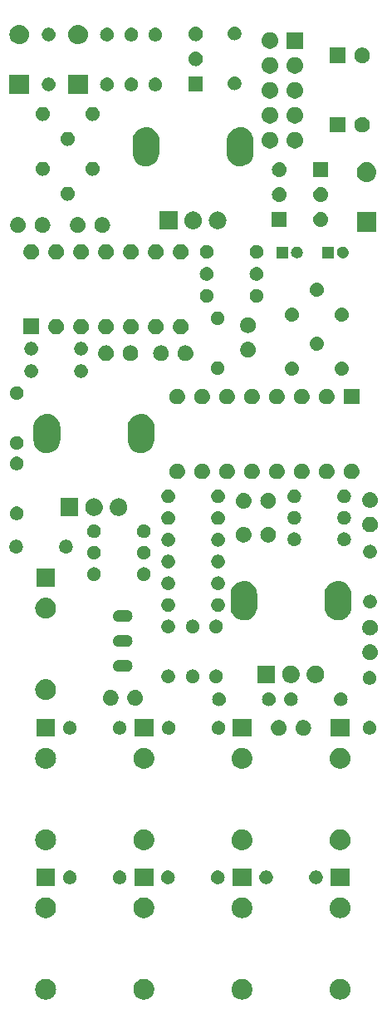
<source format=gts>
G04 #@! TF.GenerationSoftware,KiCad,Pcbnew,7.0.7-7.0.7~ubuntu23.04.1*
G04 #@! TF.CreationDate,2023-08-20T12:14:31+00:00*
G04 #@! TF.ProjectId,as3340,61733333-3430-42e6-9b69-6361645f7063,1*
G04 #@! TF.SameCoordinates,Original*
G04 #@! TF.FileFunction,Soldermask,Top*
G04 #@! TF.FilePolarity,Negative*
%FSLAX46Y46*%
G04 Gerber Fmt 4.6, Leading zero omitted, Abs format (unit mm)*
G04 Created by KiCad (PCBNEW 7.0.7-7.0.7~ubuntu23.04.1) date 2023-08-20 12:14:31*
%MOMM*%
%LPD*%
G01*
G04 APERTURE LIST*
G04 APERTURE END LIST*
G36*
X96060288Y-184024956D02*
G01*
X96110244Y-184024956D01*
X96165880Y-184035356D01*
X96219771Y-184040664D01*
X96260710Y-184053082D01*
X96303391Y-184061061D01*
X96362496Y-184083958D01*
X96419558Y-184101268D01*
X96452163Y-184118696D01*
X96486618Y-184132044D01*
X96546485Y-184169112D01*
X96603682Y-184199685D01*
X96627714Y-184219407D01*
X96653675Y-184235482D01*
X96711192Y-184287915D01*
X96765069Y-184332131D01*
X96781034Y-184351585D01*
X96798886Y-184367859D01*
X96850713Y-184436490D01*
X96897515Y-184493518D01*
X96906564Y-184510449D01*
X96917298Y-184524662D01*
X96960002Y-184610423D01*
X96995932Y-184677642D01*
X96999763Y-184690272D01*
X97004884Y-184700556D01*
X97035139Y-184806893D01*
X97056536Y-184877429D01*
X97057238Y-184884564D01*
X97058655Y-184889542D01*
X97073368Y-185048330D01*
X97077000Y-185085200D01*
X97073368Y-185122072D01*
X97058655Y-185280857D01*
X97057238Y-185285833D01*
X97056536Y-185292971D01*
X97035134Y-185363521D01*
X97004884Y-185469843D01*
X96999764Y-185480124D01*
X96995932Y-185492758D01*
X96959995Y-185559989D01*
X96917298Y-185645737D01*
X96906566Y-185659947D01*
X96897515Y-185676882D01*
X96850704Y-185733921D01*
X96798886Y-185802540D01*
X96781038Y-185818810D01*
X96765069Y-185838269D01*
X96711181Y-185882493D01*
X96653675Y-185934917D01*
X96627719Y-185950988D01*
X96603682Y-185970715D01*
X96546473Y-186001293D01*
X96486618Y-186038355D01*
X96452170Y-186051700D01*
X96419558Y-186069132D01*
X96362485Y-186086444D01*
X96303391Y-186109338D01*
X96260717Y-186117315D01*
X96219771Y-186129736D01*
X96165877Y-186135044D01*
X96110244Y-186145444D01*
X96060288Y-186145444D01*
X96012000Y-186150200D01*
X95963712Y-186145444D01*
X95913756Y-186145444D01*
X95858121Y-186135044D01*
X95804229Y-186129736D01*
X95763283Y-186117315D01*
X95720608Y-186109338D01*
X95661510Y-186086443D01*
X95604442Y-186069132D01*
X95571832Y-186051701D01*
X95537381Y-186038355D01*
X95477519Y-186001289D01*
X95420318Y-185970715D01*
X95396283Y-185950990D01*
X95370324Y-185934917D01*
X95312808Y-185882484D01*
X95258931Y-185838269D01*
X95242964Y-185818814D01*
X95225113Y-185802540D01*
X95173282Y-185733905D01*
X95126485Y-185676882D01*
X95117435Y-185659952D01*
X95106701Y-185645737D01*
X95063989Y-185559962D01*
X95028068Y-185492758D01*
X95024237Y-185480129D01*
X95019115Y-185469843D01*
X94988848Y-185363468D01*
X94967464Y-185292971D01*
X94966761Y-185285839D01*
X94965344Y-185280857D01*
X94950616Y-185121913D01*
X94947000Y-185085200D01*
X94950613Y-185048514D01*
X94965344Y-184889542D01*
X94966761Y-184884559D01*
X94967464Y-184877429D01*
X94988844Y-184806946D01*
X95019115Y-184700556D01*
X95024238Y-184690267D01*
X95028068Y-184677642D01*
X95063982Y-184610451D01*
X95106701Y-184524662D01*
X95117437Y-184510444D01*
X95126485Y-184493518D01*
X95173273Y-184436505D01*
X95225113Y-184367859D01*
X95242968Y-184351581D01*
X95258931Y-184332131D01*
X95312797Y-184287924D01*
X95370324Y-184235482D01*
X95396288Y-184219405D01*
X95420318Y-184199685D01*
X95477507Y-184169116D01*
X95537381Y-184132044D01*
X95571838Y-184118694D01*
X95604442Y-184101268D01*
X95661498Y-184083960D01*
X95720608Y-184061061D01*
X95763290Y-184053082D01*
X95804229Y-184040664D01*
X95858118Y-184035356D01*
X95913756Y-184024956D01*
X95963712Y-184024956D01*
X96012000Y-184020200D01*
X96060288Y-184024956D01*
G37*
G36*
X106067888Y-184024956D02*
G01*
X106117844Y-184024956D01*
X106173480Y-184035356D01*
X106227371Y-184040664D01*
X106268310Y-184053082D01*
X106310991Y-184061061D01*
X106370096Y-184083958D01*
X106427158Y-184101268D01*
X106459763Y-184118696D01*
X106494218Y-184132044D01*
X106554085Y-184169112D01*
X106611282Y-184199685D01*
X106635314Y-184219407D01*
X106661275Y-184235482D01*
X106718792Y-184287915D01*
X106772669Y-184332131D01*
X106788634Y-184351585D01*
X106806486Y-184367859D01*
X106858313Y-184436490D01*
X106905115Y-184493518D01*
X106914164Y-184510449D01*
X106924898Y-184524662D01*
X106967602Y-184610423D01*
X107003532Y-184677642D01*
X107007363Y-184690272D01*
X107012484Y-184700556D01*
X107042739Y-184806893D01*
X107064136Y-184877429D01*
X107064838Y-184884564D01*
X107066255Y-184889542D01*
X107080969Y-185048343D01*
X107084600Y-185085200D01*
X107080967Y-185122085D01*
X107066255Y-185280857D01*
X107064838Y-185285833D01*
X107064136Y-185292971D01*
X107042734Y-185363521D01*
X107012484Y-185469843D01*
X107007364Y-185480124D01*
X107003532Y-185492758D01*
X106967595Y-185559989D01*
X106924898Y-185645737D01*
X106914166Y-185659947D01*
X106905115Y-185676882D01*
X106858304Y-185733921D01*
X106806486Y-185802540D01*
X106788638Y-185818810D01*
X106772669Y-185838269D01*
X106718781Y-185882493D01*
X106661275Y-185934917D01*
X106635319Y-185950988D01*
X106611282Y-185970715D01*
X106554073Y-186001293D01*
X106494218Y-186038355D01*
X106459770Y-186051700D01*
X106427158Y-186069132D01*
X106370085Y-186086444D01*
X106310991Y-186109338D01*
X106268317Y-186117315D01*
X106227371Y-186129736D01*
X106173477Y-186135044D01*
X106117844Y-186145444D01*
X106067888Y-186145444D01*
X106019600Y-186150200D01*
X105971312Y-186145444D01*
X105921356Y-186145444D01*
X105865721Y-186135044D01*
X105811829Y-186129736D01*
X105770883Y-186117315D01*
X105728208Y-186109338D01*
X105669110Y-186086443D01*
X105612042Y-186069132D01*
X105579432Y-186051701D01*
X105544981Y-186038355D01*
X105485119Y-186001289D01*
X105427918Y-185970715D01*
X105403883Y-185950990D01*
X105377924Y-185934917D01*
X105320408Y-185882484D01*
X105266531Y-185838269D01*
X105250564Y-185818814D01*
X105232713Y-185802540D01*
X105180882Y-185733905D01*
X105134085Y-185676882D01*
X105125035Y-185659952D01*
X105114301Y-185645737D01*
X105071589Y-185559962D01*
X105035668Y-185492758D01*
X105031837Y-185480129D01*
X105026715Y-185469843D01*
X104996448Y-185363468D01*
X104975064Y-185292971D01*
X104974361Y-185285839D01*
X104972944Y-185280857D01*
X104958214Y-185121901D01*
X104954600Y-185085200D01*
X104958214Y-185048501D01*
X104972944Y-184889542D01*
X104974361Y-184884559D01*
X104975064Y-184877429D01*
X104996444Y-184806946D01*
X105026715Y-184700556D01*
X105031838Y-184690267D01*
X105035668Y-184677642D01*
X105071582Y-184610451D01*
X105114301Y-184524662D01*
X105125037Y-184510444D01*
X105134085Y-184493518D01*
X105180873Y-184436505D01*
X105232713Y-184367859D01*
X105250568Y-184351581D01*
X105266531Y-184332131D01*
X105320397Y-184287924D01*
X105377924Y-184235482D01*
X105403888Y-184219405D01*
X105427918Y-184199685D01*
X105485107Y-184169116D01*
X105544981Y-184132044D01*
X105579438Y-184118694D01*
X105612042Y-184101268D01*
X105669098Y-184083960D01*
X105728208Y-184061061D01*
X105770890Y-184053082D01*
X105811829Y-184040664D01*
X105865718Y-184035356D01*
X105921356Y-184024956D01*
X105971312Y-184024956D01*
X106019600Y-184020200D01*
X106067888Y-184024956D01*
G37*
G36*
X116075488Y-184024956D02*
G01*
X116125444Y-184024956D01*
X116181080Y-184035356D01*
X116234971Y-184040664D01*
X116275910Y-184053082D01*
X116318591Y-184061061D01*
X116377696Y-184083958D01*
X116434758Y-184101268D01*
X116467363Y-184118696D01*
X116501818Y-184132044D01*
X116561685Y-184169112D01*
X116618882Y-184199685D01*
X116642914Y-184219407D01*
X116668875Y-184235482D01*
X116726392Y-184287915D01*
X116780269Y-184332131D01*
X116796234Y-184351585D01*
X116814086Y-184367859D01*
X116865913Y-184436490D01*
X116912715Y-184493518D01*
X116921764Y-184510449D01*
X116932498Y-184524662D01*
X116975202Y-184610423D01*
X117011132Y-184677642D01*
X117014963Y-184690272D01*
X117020084Y-184700556D01*
X117050339Y-184806893D01*
X117071736Y-184877429D01*
X117072438Y-184884564D01*
X117073855Y-184889542D01*
X117088568Y-185048330D01*
X117092200Y-185085200D01*
X117088568Y-185122072D01*
X117073855Y-185280857D01*
X117072438Y-185285833D01*
X117071736Y-185292971D01*
X117050334Y-185363521D01*
X117020084Y-185469843D01*
X117014964Y-185480124D01*
X117011132Y-185492758D01*
X116975195Y-185559989D01*
X116932498Y-185645737D01*
X116921766Y-185659947D01*
X116912715Y-185676882D01*
X116865904Y-185733921D01*
X116814086Y-185802540D01*
X116796238Y-185818810D01*
X116780269Y-185838269D01*
X116726381Y-185882493D01*
X116668875Y-185934917D01*
X116642919Y-185950988D01*
X116618882Y-185970715D01*
X116561673Y-186001293D01*
X116501818Y-186038355D01*
X116467370Y-186051700D01*
X116434758Y-186069132D01*
X116377685Y-186086444D01*
X116318591Y-186109338D01*
X116275917Y-186117315D01*
X116234971Y-186129736D01*
X116181077Y-186135044D01*
X116125444Y-186145444D01*
X116075488Y-186145444D01*
X116027200Y-186150200D01*
X115978912Y-186145444D01*
X115928956Y-186145444D01*
X115873321Y-186135044D01*
X115819429Y-186129736D01*
X115778483Y-186117315D01*
X115735808Y-186109338D01*
X115676710Y-186086443D01*
X115619642Y-186069132D01*
X115587032Y-186051701D01*
X115552581Y-186038355D01*
X115492719Y-186001289D01*
X115435518Y-185970715D01*
X115411483Y-185950990D01*
X115385524Y-185934917D01*
X115328008Y-185882484D01*
X115274131Y-185838269D01*
X115258164Y-185818814D01*
X115240313Y-185802540D01*
X115188482Y-185733905D01*
X115141685Y-185676882D01*
X115132635Y-185659952D01*
X115121901Y-185645737D01*
X115079189Y-185559962D01*
X115043268Y-185492758D01*
X115039437Y-185480129D01*
X115034315Y-185469843D01*
X115004048Y-185363468D01*
X114982664Y-185292971D01*
X114981961Y-185285839D01*
X114980544Y-185280857D01*
X114965816Y-185121913D01*
X114962200Y-185085200D01*
X114965813Y-185048514D01*
X114980544Y-184889542D01*
X114981961Y-184884559D01*
X114982664Y-184877429D01*
X115004044Y-184806946D01*
X115034315Y-184700556D01*
X115039438Y-184690267D01*
X115043268Y-184677642D01*
X115079182Y-184610451D01*
X115121901Y-184524662D01*
X115132637Y-184510444D01*
X115141685Y-184493518D01*
X115188473Y-184436505D01*
X115240313Y-184367859D01*
X115258168Y-184351581D01*
X115274131Y-184332131D01*
X115327997Y-184287924D01*
X115385524Y-184235482D01*
X115411488Y-184219405D01*
X115435518Y-184199685D01*
X115492707Y-184169116D01*
X115552581Y-184132044D01*
X115587038Y-184118694D01*
X115619642Y-184101268D01*
X115676698Y-184083960D01*
X115735808Y-184061061D01*
X115778490Y-184053082D01*
X115819429Y-184040664D01*
X115873318Y-184035356D01*
X115928956Y-184024956D01*
X115978912Y-184024956D01*
X116027200Y-184020200D01*
X116075488Y-184024956D01*
G37*
G36*
X126083088Y-184024956D02*
G01*
X126133044Y-184024956D01*
X126188680Y-184035356D01*
X126242571Y-184040664D01*
X126283510Y-184053082D01*
X126326191Y-184061061D01*
X126385296Y-184083958D01*
X126442358Y-184101268D01*
X126474963Y-184118696D01*
X126509418Y-184132044D01*
X126569285Y-184169112D01*
X126626482Y-184199685D01*
X126650514Y-184219407D01*
X126676475Y-184235482D01*
X126733992Y-184287915D01*
X126787869Y-184332131D01*
X126803834Y-184351585D01*
X126821686Y-184367859D01*
X126873513Y-184436490D01*
X126920315Y-184493518D01*
X126929364Y-184510449D01*
X126940098Y-184524662D01*
X126982802Y-184610423D01*
X127018732Y-184677642D01*
X127022563Y-184690272D01*
X127027684Y-184700556D01*
X127057939Y-184806893D01*
X127079336Y-184877429D01*
X127080038Y-184884564D01*
X127081455Y-184889542D01*
X127096169Y-185048343D01*
X127099800Y-185085200D01*
X127096167Y-185122085D01*
X127081455Y-185280857D01*
X127080038Y-185285833D01*
X127079336Y-185292971D01*
X127057934Y-185363521D01*
X127027684Y-185469843D01*
X127022564Y-185480124D01*
X127018732Y-185492758D01*
X126982795Y-185559989D01*
X126940098Y-185645737D01*
X126929366Y-185659947D01*
X126920315Y-185676882D01*
X126873504Y-185733921D01*
X126821686Y-185802540D01*
X126803838Y-185818810D01*
X126787869Y-185838269D01*
X126733981Y-185882493D01*
X126676475Y-185934917D01*
X126650519Y-185950988D01*
X126626482Y-185970715D01*
X126569273Y-186001293D01*
X126509418Y-186038355D01*
X126474970Y-186051700D01*
X126442358Y-186069132D01*
X126385285Y-186086444D01*
X126326191Y-186109338D01*
X126283517Y-186117315D01*
X126242571Y-186129736D01*
X126188677Y-186135044D01*
X126133044Y-186145444D01*
X126083088Y-186145444D01*
X126034800Y-186150200D01*
X125986512Y-186145444D01*
X125936556Y-186145444D01*
X125880921Y-186135044D01*
X125827029Y-186129736D01*
X125786083Y-186117315D01*
X125743408Y-186109338D01*
X125684310Y-186086443D01*
X125627242Y-186069132D01*
X125594632Y-186051701D01*
X125560181Y-186038355D01*
X125500319Y-186001289D01*
X125443118Y-185970715D01*
X125419083Y-185950990D01*
X125393124Y-185934917D01*
X125335608Y-185882484D01*
X125281731Y-185838269D01*
X125265764Y-185818814D01*
X125247913Y-185802540D01*
X125196082Y-185733905D01*
X125149285Y-185676882D01*
X125140235Y-185659952D01*
X125129501Y-185645737D01*
X125086789Y-185559962D01*
X125050868Y-185492758D01*
X125047037Y-185480129D01*
X125041915Y-185469843D01*
X125011648Y-185363468D01*
X124990264Y-185292971D01*
X124989561Y-185285839D01*
X124988144Y-185280857D01*
X124973414Y-185121901D01*
X124969800Y-185085200D01*
X124973414Y-185048501D01*
X124988144Y-184889542D01*
X124989561Y-184884559D01*
X124990264Y-184877429D01*
X125011644Y-184806946D01*
X125041915Y-184700556D01*
X125047038Y-184690267D01*
X125050868Y-184677642D01*
X125086782Y-184610451D01*
X125129501Y-184524662D01*
X125140237Y-184510444D01*
X125149285Y-184493518D01*
X125196073Y-184436505D01*
X125247913Y-184367859D01*
X125265768Y-184351581D01*
X125281731Y-184332131D01*
X125335597Y-184287924D01*
X125393124Y-184235482D01*
X125419088Y-184219405D01*
X125443118Y-184199685D01*
X125500307Y-184169116D01*
X125560181Y-184132044D01*
X125594638Y-184118694D01*
X125627242Y-184101268D01*
X125684298Y-184083960D01*
X125743408Y-184061061D01*
X125786090Y-184053082D01*
X125827029Y-184040664D01*
X125880918Y-184035356D01*
X125936556Y-184024956D01*
X125986512Y-184024956D01*
X126034800Y-184020200D01*
X126083088Y-184024956D01*
G37*
G36*
X96060288Y-175724956D02*
G01*
X96110244Y-175724956D01*
X96165880Y-175735356D01*
X96219771Y-175740664D01*
X96260710Y-175753082D01*
X96303391Y-175761061D01*
X96362496Y-175783958D01*
X96419558Y-175801268D01*
X96452163Y-175818696D01*
X96486618Y-175832044D01*
X96546485Y-175869112D01*
X96603682Y-175899685D01*
X96627714Y-175919407D01*
X96653675Y-175935482D01*
X96711192Y-175987915D01*
X96765069Y-176032131D01*
X96781034Y-176051585D01*
X96798886Y-176067859D01*
X96850713Y-176136490D01*
X96897515Y-176193518D01*
X96906564Y-176210449D01*
X96917298Y-176224662D01*
X96960002Y-176310423D01*
X96995932Y-176377642D01*
X96999763Y-176390272D01*
X97004884Y-176400556D01*
X97035139Y-176506893D01*
X97056536Y-176577429D01*
X97057238Y-176584564D01*
X97058655Y-176589542D01*
X97073368Y-176748330D01*
X97077000Y-176785200D01*
X97073368Y-176822072D01*
X97058655Y-176980857D01*
X97057238Y-176985833D01*
X97056536Y-176992971D01*
X97035134Y-177063521D01*
X97004884Y-177169843D01*
X96999764Y-177180124D01*
X96995932Y-177192758D01*
X96959995Y-177259989D01*
X96917298Y-177345737D01*
X96906566Y-177359947D01*
X96897515Y-177376882D01*
X96850704Y-177433921D01*
X96798886Y-177502540D01*
X96781038Y-177518810D01*
X96765069Y-177538269D01*
X96711181Y-177582493D01*
X96653675Y-177634917D01*
X96627719Y-177650988D01*
X96603682Y-177670715D01*
X96546473Y-177701293D01*
X96486618Y-177738355D01*
X96452170Y-177751700D01*
X96419558Y-177769132D01*
X96362485Y-177786444D01*
X96303391Y-177809338D01*
X96260717Y-177817315D01*
X96219771Y-177829736D01*
X96165877Y-177835044D01*
X96110244Y-177845444D01*
X96060288Y-177845444D01*
X96012000Y-177850200D01*
X95963712Y-177845444D01*
X95913756Y-177845444D01*
X95858121Y-177835044D01*
X95804229Y-177829736D01*
X95763283Y-177817315D01*
X95720608Y-177809338D01*
X95661510Y-177786443D01*
X95604442Y-177769132D01*
X95571832Y-177751701D01*
X95537381Y-177738355D01*
X95477519Y-177701289D01*
X95420318Y-177670715D01*
X95396283Y-177650990D01*
X95370324Y-177634917D01*
X95312808Y-177582484D01*
X95258931Y-177538269D01*
X95242964Y-177518814D01*
X95225113Y-177502540D01*
X95173282Y-177433905D01*
X95126485Y-177376882D01*
X95117435Y-177359952D01*
X95106701Y-177345737D01*
X95063989Y-177259962D01*
X95028068Y-177192758D01*
X95024237Y-177180129D01*
X95019115Y-177169843D01*
X94988848Y-177063468D01*
X94967464Y-176992971D01*
X94966761Y-176985839D01*
X94965344Y-176980857D01*
X94950616Y-176821913D01*
X94947000Y-176785200D01*
X94950613Y-176748514D01*
X94965344Y-176589542D01*
X94966761Y-176584559D01*
X94967464Y-176577429D01*
X94988844Y-176506946D01*
X95019115Y-176400556D01*
X95024238Y-176390267D01*
X95028068Y-176377642D01*
X95063982Y-176310451D01*
X95106701Y-176224662D01*
X95117437Y-176210444D01*
X95126485Y-176193518D01*
X95173273Y-176136505D01*
X95225113Y-176067859D01*
X95242968Y-176051581D01*
X95258931Y-176032131D01*
X95312797Y-175987924D01*
X95370324Y-175935482D01*
X95396288Y-175919405D01*
X95420318Y-175899685D01*
X95477507Y-175869116D01*
X95537381Y-175832044D01*
X95571838Y-175818694D01*
X95604442Y-175801268D01*
X95661498Y-175783960D01*
X95720608Y-175761061D01*
X95763290Y-175753082D01*
X95804229Y-175740664D01*
X95858118Y-175735356D01*
X95913756Y-175724956D01*
X95963712Y-175724956D01*
X96012000Y-175720200D01*
X96060288Y-175724956D01*
G37*
G36*
X106067888Y-175724956D02*
G01*
X106117844Y-175724956D01*
X106173480Y-175735356D01*
X106227371Y-175740664D01*
X106268310Y-175753082D01*
X106310991Y-175761061D01*
X106370096Y-175783958D01*
X106427158Y-175801268D01*
X106459763Y-175818696D01*
X106494218Y-175832044D01*
X106554085Y-175869112D01*
X106611282Y-175899685D01*
X106635314Y-175919407D01*
X106661275Y-175935482D01*
X106718792Y-175987915D01*
X106772669Y-176032131D01*
X106788634Y-176051585D01*
X106806486Y-176067859D01*
X106858313Y-176136490D01*
X106905115Y-176193518D01*
X106914164Y-176210449D01*
X106924898Y-176224662D01*
X106967602Y-176310423D01*
X107003532Y-176377642D01*
X107007363Y-176390272D01*
X107012484Y-176400556D01*
X107042739Y-176506893D01*
X107064136Y-176577429D01*
X107064838Y-176584564D01*
X107066255Y-176589542D01*
X107080969Y-176748343D01*
X107084600Y-176785200D01*
X107080967Y-176822085D01*
X107066255Y-176980857D01*
X107064838Y-176985833D01*
X107064136Y-176992971D01*
X107042734Y-177063521D01*
X107012484Y-177169843D01*
X107007364Y-177180124D01*
X107003532Y-177192758D01*
X106967595Y-177259989D01*
X106924898Y-177345737D01*
X106914166Y-177359947D01*
X106905115Y-177376882D01*
X106858304Y-177433921D01*
X106806486Y-177502540D01*
X106788638Y-177518810D01*
X106772669Y-177538269D01*
X106718781Y-177582493D01*
X106661275Y-177634917D01*
X106635319Y-177650988D01*
X106611282Y-177670715D01*
X106554073Y-177701293D01*
X106494218Y-177738355D01*
X106459770Y-177751700D01*
X106427158Y-177769132D01*
X106370085Y-177786444D01*
X106310991Y-177809338D01*
X106268317Y-177817315D01*
X106227371Y-177829736D01*
X106173477Y-177835044D01*
X106117844Y-177845444D01*
X106067888Y-177845444D01*
X106019600Y-177850200D01*
X105971312Y-177845444D01*
X105921356Y-177845444D01*
X105865721Y-177835044D01*
X105811829Y-177829736D01*
X105770883Y-177817315D01*
X105728208Y-177809338D01*
X105669110Y-177786443D01*
X105612042Y-177769132D01*
X105579432Y-177751701D01*
X105544981Y-177738355D01*
X105485119Y-177701289D01*
X105427918Y-177670715D01*
X105403883Y-177650990D01*
X105377924Y-177634917D01*
X105320408Y-177582484D01*
X105266531Y-177538269D01*
X105250564Y-177518814D01*
X105232713Y-177502540D01*
X105180882Y-177433905D01*
X105134085Y-177376882D01*
X105125035Y-177359952D01*
X105114301Y-177345737D01*
X105071589Y-177259962D01*
X105035668Y-177192758D01*
X105031837Y-177180129D01*
X105026715Y-177169843D01*
X104996448Y-177063468D01*
X104975064Y-176992971D01*
X104974361Y-176985839D01*
X104972944Y-176980857D01*
X104958214Y-176821901D01*
X104954600Y-176785200D01*
X104958214Y-176748501D01*
X104972944Y-176589542D01*
X104974361Y-176584559D01*
X104975064Y-176577429D01*
X104996444Y-176506946D01*
X105026715Y-176400556D01*
X105031838Y-176390267D01*
X105035668Y-176377642D01*
X105071582Y-176310451D01*
X105114301Y-176224662D01*
X105125037Y-176210444D01*
X105134085Y-176193518D01*
X105180873Y-176136505D01*
X105232713Y-176067859D01*
X105250568Y-176051581D01*
X105266531Y-176032131D01*
X105320397Y-175987924D01*
X105377924Y-175935482D01*
X105403888Y-175919405D01*
X105427918Y-175899685D01*
X105485107Y-175869116D01*
X105544981Y-175832044D01*
X105579438Y-175818694D01*
X105612042Y-175801268D01*
X105669098Y-175783960D01*
X105728208Y-175761061D01*
X105770890Y-175753082D01*
X105811829Y-175740664D01*
X105865718Y-175735356D01*
X105921356Y-175724956D01*
X105971312Y-175724956D01*
X106019600Y-175720200D01*
X106067888Y-175724956D01*
G37*
G36*
X116075488Y-175724956D02*
G01*
X116125444Y-175724956D01*
X116181080Y-175735356D01*
X116234971Y-175740664D01*
X116275910Y-175753082D01*
X116318591Y-175761061D01*
X116377696Y-175783958D01*
X116434758Y-175801268D01*
X116467363Y-175818696D01*
X116501818Y-175832044D01*
X116561685Y-175869112D01*
X116618882Y-175899685D01*
X116642914Y-175919407D01*
X116668875Y-175935482D01*
X116726392Y-175987915D01*
X116780269Y-176032131D01*
X116796234Y-176051585D01*
X116814086Y-176067859D01*
X116865913Y-176136490D01*
X116912715Y-176193518D01*
X116921764Y-176210449D01*
X116932498Y-176224662D01*
X116975202Y-176310423D01*
X117011132Y-176377642D01*
X117014963Y-176390272D01*
X117020084Y-176400556D01*
X117050339Y-176506893D01*
X117071736Y-176577429D01*
X117072438Y-176584564D01*
X117073855Y-176589542D01*
X117088568Y-176748330D01*
X117092200Y-176785200D01*
X117088568Y-176822072D01*
X117073855Y-176980857D01*
X117072438Y-176985833D01*
X117071736Y-176992971D01*
X117050334Y-177063521D01*
X117020084Y-177169843D01*
X117014964Y-177180124D01*
X117011132Y-177192758D01*
X116975195Y-177259989D01*
X116932498Y-177345737D01*
X116921766Y-177359947D01*
X116912715Y-177376882D01*
X116865904Y-177433921D01*
X116814086Y-177502540D01*
X116796238Y-177518810D01*
X116780269Y-177538269D01*
X116726381Y-177582493D01*
X116668875Y-177634917D01*
X116642919Y-177650988D01*
X116618882Y-177670715D01*
X116561673Y-177701293D01*
X116501818Y-177738355D01*
X116467370Y-177751700D01*
X116434758Y-177769132D01*
X116377685Y-177786444D01*
X116318591Y-177809338D01*
X116275917Y-177817315D01*
X116234971Y-177829736D01*
X116181077Y-177835044D01*
X116125444Y-177845444D01*
X116075488Y-177845444D01*
X116027200Y-177850200D01*
X115978912Y-177845444D01*
X115928956Y-177845444D01*
X115873321Y-177835044D01*
X115819429Y-177829736D01*
X115778483Y-177817315D01*
X115735808Y-177809338D01*
X115676710Y-177786443D01*
X115619642Y-177769132D01*
X115587032Y-177751701D01*
X115552581Y-177738355D01*
X115492719Y-177701289D01*
X115435518Y-177670715D01*
X115411483Y-177650990D01*
X115385524Y-177634917D01*
X115328008Y-177582484D01*
X115274131Y-177538269D01*
X115258164Y-177518814D01*
X115240313Y-177502540D01*
X115188482Y-177433905D01*
X115141685Y-177376882D01*
X115132635Y-177359952D01*
X115121901Y-177345737D01*
X115079189Y-177259962D01*
X115043268Y-177192758D01*
X115039437Y-177180129D01*
X115034315Y-177169843D01*
X115004048Y-177063468D01*
X114982664Y-176992971D01*
X114981961Y-176985839D01*
X114980544Y-176980857D01*
X114965816Y-176821913D01*
X114962200Y-176785200D01*
X114965813Y-176748514D01*
X114980544Y-176589542D01*
X114981961Y-176584559D01*
X114982664Y-176577429D01*
X115004044Y-176506946D01*
X115034315Y-176400556D01*
X115039438Y-176390267D01*
X115043268Y-176377642D01*
X115079182Y-176310451D01*
X115121901Y-176224662D01*
X115132637Y-176210444D01*
X115141685Y-176193518D01*
X115188473Y-176136505D01*
X115240313Y-176067859D01*
X115258168Y-176051581D01*
X115274131Y-176032131D01*
X115327997Y-175987924D01*
X115385524Y-175935482D01*
X115411488Y-175919405D01*
X115435518Y-175899685D01*
X115492707Y-175869116D01*
X115552581Y-175832044D01*
X115587038Y-175818694D01*
X115619642Y-175801268D01*
X115676698Y-175783960D01*
X115735808Y-175761061D01*
X115778490Y-175753082D01*
X115819429Y-175740664D01*
X115873318Y-175735356D01*
X115928956Y-175724956D01*
X115978912Y-175724956D01*
X116027200Y-175720200D01*
X116075488Y-175724956D01*
G37*
G36*
X126083088Y-175724956D02*
G01*
X126133044Y-175724956D01*
X126188680Y-175735356D01*
X126242571Y-175740664D01*
X126283510Y-175753082D01*
X126326191Y-175761061D01*
X126385296Y-175783958D01*
X126442358Y-175801268D01*
X126474963Y-175818696D01*
X126509418Y-175832044D01*
X126569285Y-175869112D01*
X126626482Y-175899685D01*
X126650514Y-175919407D01*
X126676475Y-175935482D01*
X126733992Y-175987915D01*
X126787869Y-176032131D01*
X126803834Y-176051585D01*
X126821686Y-176067859D01*
X126873513Y-176136490D01*
X126920315Y-176193518D01*
X126929364Y-176210449D01*
X126940098Y-176224662D01*
X126982802Y-176310423D01*
X127018732Y-176377642D01*
X127022563Y-176390272D01*
X127027684Y-176400556D01*
X127057939Y-176506893D01*
X127079336Y-176577429D01*
X127080038Y-176584564D01*
X127081455Y-176589542D01*
X127096168Y-176748330D01*
X127099800Y-176785200D01*
X127096168Y-176822072D01*
X127081455Y-176980857D01*
X127080038Y-176985833D01*
X127079336Y-176992971D01*
X127057934Y-177063521D01*
X127027684Y-177169843D01*
X127022564Y-177180124D01*
X127018732Y-177192758D01*
X126982795Y-177259989D01*
X126940098Y-177345737D01*
X126929366Y-177359947D01*
X126920315Y-177376882D01*
X126873504Y-177433921D01*
X126821686Y-177502540D01*
X126803838Y-177518810D01*
X126787869Y-177538269D01*
X126733981Y-177582493D01*
X126676475Y-177634917D01*
X126650519Y-177650988D01*
X126626482Y-177670715D01*
X126569273Y-177701293D01*
X126509418Y-177738355D01*
X126474970Y-177751700D01*
X126442358Y-177769132D01*
X126385285Y-177786444D01*
X126326191Y-177809338D01*
X126283517Y-177817315D01*
X126242571Y-177829736D01*
X126188677Y-177835044D01*
X126133044Y-177845444D01*
X126083088Y-177845444D01*
X126034800Y-177850200D01*
X125986512Y-177845444D01*
X125936556Y-177845444D01*
X125880921Y-177835044D01*
X125827029Y-177829736D01*
X125786083Y-177817315D01*
X125743408Y-177809338D01*
X125684310Y-177786443D01*
X125627242Y-177769132D01*
X125594632Y-177751701D01*
X125560181Y-177738355D01*
X125500319Y-177701289D01*
X125443118Y-177670715D01*
X125419083Y-177650990D01*
X125393124Y-177634917D01*
X125335608Y-177582484D01*
X125281731Y-177538269D01*
X125265764Y-177518814D01*
X125247913Y-177502540D01*
X125196082Y-177433905D01*
X125149285Y-177376882D01*
X125140235Y-177359952D01*
X125129501Y-177345737D01*
X125086789Y-177259962D01*
X125050868Y-177192758D01*
X125047037Y-177180129D01*
X125041915Y-177169843D01*
X125011648Y-177063468D01*
X124990264Y-176992971D01*
X124989561Y-176985839D01*
X124988144Y-176980857D01*
X124973414Y-176821901D01*
X124969800Y-176785200D01*
X124973414Y-176748501D01*
X124988144Y-176589542D01*
X124989561Y-176584559D01*
X124990264Y-176577429D01*
X125011644Y-176506946D01*
X125041915Y-176400556D01*
X125047038Y-176390267D01*
X125050868Y-176377642D01*
X125086782Y-176310451D01*
X125129501Y-176224662D01*
X125140237Y-176210444D01*
X125149285Y-176193518D01*
X125196073Y-176136505D01*
X125247913Y-176067859D01*
X125265768Y-176051581D01*
X125281731Y-176032131D01*
X125335597Y-175987924D01*
X125393124Y-175935482D01*
X125419088Y-175919405D01*
X125443118Y-175899685D01*
X125500307Y-175869116D01*
X125560181Y-175832044D01*
X125594638Y-175818694D01*
X125627242Y-175801268D01*
X125684298Y-175783960D01*
X125743408Y-175761061D01*
X125786090Y-175753082D01*
X125827029Y-175740664D01*
X125880918Y-175735356D01*
X125936556Y-175724956D01*
X125986512Y-175724956D01*
X126034800Y-175720200D01*
X126083088Y-175724956D01*
G37*
G36*
X96977000Y-174600200D02*
G01*
X95047000Y-174600200D01*
X95047000Y-172770200D01*
X96977000Y-172770200D01*
X96977000Y-174600200D01*
G37*
G36*
X106984600Y-174600200D02*
G01*
X105054600Y-174600200D01*
X105054600Y-172770200D01*
X106984600Y-172770200D01*
X106984600Y-174600200D01*
G37*
G36*
X116992200Y-174600200D02*
G01*
X115062200Y-174600200D01*
X115062200Y-172770200D01*
X116992200Y-172770200D01*
X116992200Y-174600200D01*
G37*
G36*
X126999800Y-174600200D02*
G01*
X125069800Y-174600200D01*
X125069800Y-172770200D01*
X126999800Y-172770200D01*
X126999800Y-174600200D01*
G37*
G36*
X98518293Y-172990304D02*
G01*
X98560176Y-172990304D01*
X98595444Y-172998997D01*
X98631495Y-173003059D01*
X98678132Y-173019377D01*
X98724023Y-173030689D01*
X98751156Y-173044929D01*
X98779382Y-173054806D01*
X98827082Y-173084778D01*
X98873445Y-173109111D01*
X98892075Y-173125616D01*
X98912042Y-173138162D01*
X98957121Y-173183241D01*
X98999758Y-173221014D01*
X99010596Y-173236716D01*
X99022837Y-173248957D01*
X99061324Y-173310209D01*
X99095619Y-173359894D01*
X99100301Y-173372240D01*
X99106193Y-173381617D01*
X99134045Y-173461216D01*
X99155459Y-173517679D01*
X99156339Y-173524929D01*
X99157940Y-173529504D01*
X99171400Y-173648966D01*
X99175800Y-173685200D01*
X99171400Y-173721436D01*
X99157940Y-173840895D01*
X99156339Y-173845468D01*
X99155459Y-173852721D01*
X99134041Y-173909195D01*
X99106193Y-173988782D01*
X99100302Y-173998156D01*
X99095619Y-174010506D01*
X99061317Y-174060200D01*
X99022837Y-174121442D01*
X99010598Y-174133680D01*
X98999758Y-174149386D01*
X98957113Y-174187165D01*
X98912042Y-174232237D01*
X98892079Y-174244780D01*
X98873445Y-174261289D01*
X98827073Y-174285626D01*
X98779382Y-174315593D01*
X98751162Y-174325467D01*
X98724023Y-174339711D01*
X98678123Y-174351024D01*
X98631495Y-174367340D01*
X98595452Y-174371401D01*
X98560176Y-174380096D01*
X98518285Y-174380096D01*
X98475800Y-174384883D01*
X98433315Y-174380096D01*
X98391424Y-174380096D01*
X98356148Y-174371401D01*
X98320104Y-174367340D01*
X98273473Y-174351023D01*
X98227577Y-174339711D01*
X98200439Y-174325468D01*
X98172217Y-174315593D01*
X98124520Y-174285623D01*
X98078155Y-174261289D01*
X98059522Y-174244782D01*
X98039557Y-174232237D01*
X97994478Y-174187158D01*
X97951842Y-174149386D01*
X97941003Y-174133683D01*
X97928762Y-174121442D01*
X97890271Y-174060184D01*
X97855981Y-174010506D01*
X97851299Y-173998160D01*
X97845406Y-173988782D01*
X97817545Y-173909161D01*
X97796141Y-173852721D01*
X97795260Y-173845473D01*
X97793659Y-173840895D01*
X97780186Y-173721321D01*
X97775800Y-173685200D01*
X97780185Y-173649081D01*
X97793659Y-173529504D01*
X97795261Y-173524925D01*
X97796141Y-173517679D01*
X97817541Y-173461250D01*
X97845406Y-173381617D01*
X97851299Y-173372236D01*
X97855981Y-173359894D01*
X97890264Y-173310225D01*
X97928762Y-173248957D01*
X97941005Y-173236713D01*
X97951842Y-173221014D01*
X97994469Y-173183249D01*
X98039557Y-173138162D01*
X98059526Y-173125614D01*
X98078155Y-173109111D01*
X98124511Y-173084781D01*
X98172217Y-173054806D01*
X98200445Y-173044928D01*
X98227577Y-173030689D01*
X98273463Y-173019378D01*
X98320104Y-173003059D01*
X98356156Y-172998996D01*
X98391424Y-172990304D01*
X98433305Y-172990304D01*
X98475799Y-172985516D01*
X98518293Y-172990304D01*
G37*
G36*
X103598294Y-172990304D02*
G01*
X103640176Y-172990304D01*
X103675444Y-172998997D01*
X103711495Y-173003059D01*
X103758132Y-173019377D01*
X103804023Y-173030689D01*
X103831156Y-173044929D01*
X103859382Y-173054806D01*
X103907082Y-173084778D01*
X103953445Y-173109111D01*
X103972075Y-173125616D01*
X103992042Y-173138162D01*
X104037121Y-173183241D01*
X104079758Y-173221014D01*
X104090596Y-173236716D01*
X104102837Y-173248957D01*
X104141324Y-173310209D01*
X104175619Y-173359894D01*
X104180301Y-173372240D01*
X104186193Y-173381617D01*
X104214045Y-173461216D01*
X104235459Y-173517679D01*
X104236339Y-173524929D01*
X104237940Y-173529504D01*
X104251400Y-173648966D01*
X104255800Y-173685200D01*
X104251400Y-173721436D01*
X104237940Y-173840895D01*
X104236339Y-173845468D01*
X104235459Y-173852721D01*
X104214041Y-173909195D01*
X104186193Y-173988782D01*
X104180302Y-173998156D01*
X104175619Y-174010506D01*
X104141317Y-174060200D01*
X104102837Y-174121442D01*
X104090598Y-174133680D01*
X104079758Y-174149386D01*
X104037113Y-174187165D01*
X103992042Y-174232237D01*
X103972079Y-174244780D01*
X103953445Y-174261289D01*
X103907073Y-174285626D01*
X103859382Y-174315593D01*
X103831162Y-174325467D01*
X103804023Y-174339711D01*
X103758123Y-174351024D01*
X103711495Y-174367340D01*
X103675452Y-174371401D01*
X103640176Y-174380096D01*
X103598285Y-174380096D01*
X103555800Y-174384883D01*
X103513315Y-174380096D01*
X103471424Y-174380096D01*
X103436148Y-174371401D01*
X103400104Y-174367340D01*
X103353473Y-174351023D01*
X103307577Y-174339711D01*
X103280439Y-174325468D01*
X103252217Y-174315593D01*
X103204520Y-174285623D01*
X103158155Y-174261289D01*
X103139522Y-174244782D01*
X103119557Y-174232237D01*
X103074478Y-174187158D01*
X103031842Y-174149386D01*
X103021003Y-174133683D01*
X103008762Y-174121442D01*
X102970271Y-174060184D01*
X102935981Y-174010506D01*
X102931299Y-173998160D01*
X102925406Y-173988782D01*
X102897545Y-173909161D01*
X102876141Y-173852721D01*
X102875260Y-173845473D01*
X102873659Y-173840895D01*
X102860187Y-173721331D01*
X102855800Y-173685200D01*
X102860184Y-173649090D01*
X102873659Y-173529504D01*
X102875261Y-173524925D01*
X102876141Y-173517679D01*
X102897541Y-173461250D01*
X102925406Y-173381617D01*
X102931299Y-173372236D01*
X102935981Y-173359894D01*
X102970264Y-173310225D01*
X103008762Y-173248957D01*
X103021005Y-173236713D01*
X103031842Y-173221014D01*
X103074469Y-173183249D01*
X103119557Y-173138162D01*
X103139526Y-173125614D01*
X103158155Y-173109111D01*
X103204511Y-173084781D01*
X103252217Y-173054806D01*
X103280445Y-173044928D01*
X103307577Y-173030689D01*
X103353463Y-173019378D01*
X103400104Y-173003059D01*
X103436156Y-172998996D01*
X103471424Y-172990304D01*
X103513306Y-172990304D01*
X103555800Y-172985516D01*
X103598294Y-172990304D01*
G37*
G36*
X108525894Y-172990304D02*
G01*
X108567776Y-172990304D01*
X108603044Y-172998997D01*
X108639095Y-173003059D01*
X108685732Y-173019377D01*
X108731623Y-173030689D01*
X108758756Y-173044929D01*
X108786982Y-173054806D01*
X108834682Y-173084778D01*
X108881045Y-173109111D01*
X108899675Y-173125616D01*
X108919642Y-173138162D01*
X108964721Y-173183241D01*
X109007358Y-173221014D01*
X109018196Y-173236716D01*
X109030437Y-173248957D01*
X109068924Y-173310209D01*
X109103219Y-173359894D01*
X109107901Y-173372240D01*
X109113793Y-173381617D01*
X109141645Y-173461216D01*
X109163059Y-173517679D01*
X109163939Y-173524929D01*
X109165540Y-173529504D01*
X109179001Y-173648976D01*
X109183400Y-173685200D01*
X109178998Y-173721446D01*
X109165540Y-173840895D01*
X109163939Y-173845468D01*
X109163059Y-173852721D01*
X109141641Y-173909195D01*
X109113793Y-173988782D01*
X109107902Y-173998156D01*
X109103219Y-174010506D01*
X109068917Y-174060200D01*
X109030437Y-174121442D01*
X109018198Y-174133680D01*
X109007358Y-174149386D01*
X108964713Y-174187165D01*
X108919642Y-174232237D01*
X108899679Y-174244780D01*
X108881045Y-174261289D01*
X108834673Y-174285626D01*
X108786982Y-174315593D01*
X108758762Y-174325467D01*
X108731623Y-174339711D01*
X108685723Y-174351024D01*
X108639095Y-174367340D01*
X108603052Y-174371401D01*
X108567776Y-174380096D01*
X108525884Y-174380096D01*
X108483399Y-174384883D01*
X108440914Y-174380096D01*
X108399024Y-174380096D01*
X108363748Y-174371401D01*
X108327704Y-174367340D01*
X108281073Y-174351023D01*
X108235177Y-174339711D01*
X108208039Y-174325468D01*
X108179817Y-174315593D01*
X108132120Y-174285623D01*
X108085755Y-174261289D01*
X108067122Y-174244782D01*
X108047157Y-174232237D01*
X108002078Y-174187158D01*
X107959442Y-174149386D01*
X107948603Y-174133683D01*
X107936362Y-174121442D01*
X107897871Y-174060184D01*
X107863581Y-174010506D01*
X107858899Y-173998160D01*
X107853006Y-173988782D01*
X107825145Y-173909161D01*
X107803741Y-173852721D01*
X107802860Y-173845473D01*
X107801259Y-173840895D01*
X107787787Y-173721331D01*
X107783400Y-173685200D01*
X107787784Y-173649090D01*
X107801259Y-173529504D01*
X107802861Y-173524925D01*
X107803741Y-173517679D01*
X107825141Y-173461250D01*
X107853006Y-173381617D01*
X107858899Y-173372236D01*
X107863581Y-173359894D01*
X107897864Y-173310225D01*
X107936362Y-173248957D01*
X107948605Y-173236713D01*
X107959442Y-173221014D01*
X108002069Y-173183249D01*
X108047157Y-173138162D01*
X108067126Y-173125614D01*
X108085755Y-173109111D01*
X108132111Y-173084781D01*
X108179817Y-173054806D01*
X108208045Y-173044928D01*
X108235177Y-173030689D01*
X108281063Y-173019378D01*
X108327704Y-173003059D01*
X108363756Y-172998996D01*
X108399024Y-172990304D01*
X108440906Y-172990304D01*
X108483400Y-172985516D01*
X108525894Y-172990304D01*
G37*
G36*
X113605893Y-172990304D02*
G01*
X113647776Y-172990304D01*
X113683044Y-172998997D01*
X113719095Y-173003059D01*
X113765732Y-173019377D01*
X113811623Y-173030689D01*
X113838756Y-173044929D01*
X113866982Y-173054806D01*
X113914682Y-173084778D01*
X113961045Y-173109111D01*
X113979675Y-173125616D01*
X113999642Y-173138162D01*
X114044721Y-173183241D01*
X114087358Y-173221014D01*
X114098196Y-173236716D01*
X114110437Y-173248957D01*
X114148924Y-173310209D01*
X114183219Y-173359894D01*
X114187901Y-173372240D01*
X114193793Y-173381617D01*
X114221645Y-173461216D01*
X114243059Y-173517679D01*
X114243939Y-173524929D01*
X114245540Y-173529504D01*
X114259000Y-173648966D01*
X114263400Y-173685200D01*
X114259000Y-173721436D01*
X114245540Y-173840895D01*
X114243939Y-173845468D01*
X114243059Y-173852721D01*
X114221641Y-173909195D01*
X114193793Y-173988782D01*
X114187902Y-173998156D01*
X114183219Y-174010506D01*
X114148917Y-174060200D01*
X114110437Y-174121442D01*
X114098198Y-174133680D01*
X114087358Y-174149386D01*
X114044713Y-174187165D01*
X113999642Y-174232237D01*
X113979679Y-174244780D01*
X113961045Y-174261289D01*
X113914673Y-174285626D01*
X113866982Y-174315593D01*
X113838762Y-174325467D01*
X113811623Y-174339711D01*
X113765723Y-174351024D01*
X113719095Y-174367340D01*
X113683052Y-174371401D01*
X113647776Y-174380096D01*
X113605884Y-174380096D01*
X113563399Y-174384883D01*
X113520914Y-174380096D01*
X113479024Y-174380096D01*
X113443748Y-174371401D01*
X113407704Y-174367340D01*
X113361073Y-174351023D01*
X113315177Y-174339711D01*
X113288039Y-174325468D01*
X113259817Y-174315593D01*
X113212120Y-174285623D01*
X113165755Y-174261289D01*
X113147122Y-174244782D01*
X113127157Y-174232237D01*
X113082078Y-174187158D01*
X113039442Y-174149386D01*
X113028603Y-174133683D01*
X113016362Y-174121442D01*
X112977871Y-174060184D01*
X112943581Y-174010506D01*
X112938899Y-173998160D01*
X112933006Y-173988782D01*
X112905145Y-173909161D01*
X112883741Y-173852721D01*
X112882860Y-173845473D01*
X112881259Y-173840895D01*
X112867786Y-173721321D01*
X112863400Y-173685200D01*
X112867785Y-173649081D01*
X112881259Y-173529504D01*
X112882861Y-173524925D01*
X112883741Y-173517679D01*
X112905141Y-173461250D01*
X112933006Y-173381617D01*
X112938899Y-173372236D01*
X112943581Y-173359894D01*
X112977864Y-173310225D01*
X113016362Y-173248957D01*
X113028605Y-173236713D01*
X113039442Y-173221014D01*
X113082069Y-173183249D01*
X113127157Y-173138162D01*
X113147126Y-173125614D01*
X113165755Y-173109111D01*
X113212111Y-173084781D01*
X113259817Y-173054806D01*
X113288045Y-173044928D01*
X113315177Y-173030689D01*
X113361063Y-173019378D01*
X113407704Y-173003059D01*
X113443756Y-172998996D01*
X113479024Y-172990304D01*
X113520905Y-172990304D01*
X113563399Y-172985516D01*
X113605893Y-172990304D01*
G37*
G36*
X118533493Y-172990304D02*
G01*
X118575376Y-172990304D01*
X118610644Y-172998997D01*
X118646695Y-173003059D01*
X118693332Y-173019377D01*
X118739223Y-173030689D01*
X118766356Y-173044929D01*
X118794582Y-173054806D01*
X118842282Y-173084778D01*
X118888645Y-173109111D01*
X118907275Y-173125616D01*
X118927242Y-173138162D01*
X118972321Y-173183241D01*
X119014958Y-173221014D01*
X119025796Y-173236716D01*
X119038037Y-173248957D01*
X119076524Y-173310209D01*
X119110819Y-173359894D01*
X119115501Y-173372240D01*
X119121393Y-173381617D01*
X119149245Y-173461216D01*
X119170659Y-173517679D01*
X119171539Y-173524929D01*
X119173140Y-173529504D01*
X119186600Y-173648966D01*
X119191000Y-173685200D01*
X119186600Y-173721436D01*
X119173140Y-173840895D01*
X119171539Y-173845468D01*
X119170659Y-173852721D01*
X119149241Y-173909195D01*
X119121393Y-173988782D01*
X119115502Y-173998156D01*
X119110819Y-174010506D01*
X119076517Y-174060200D01*
X119038037Y-174121442D01*
X119025798Y-174133680D01*
X119014958Y-174149386D01*
X118972313Y-174187165D01*
X118927242Y-174232237D01*
X118907279Y-174244780D01*
X118888645Y-174261289D01*
X118842273Y-174285626D01*
X118794582Y-174315593D01*
X118766362Y-174325467D01*
X118739223Y-174339711D01*
X118693323Y-174351024D01*
X118646695Y-174367340D01*
X118610652Y-174371401D01*
X118575376Y-174380096D01*
X118533484Y-174380096D01*
X118490999Y-174384883D01*
X118448514Y-174380096D01*
X118406624Y-174380096D01*
X118371348Y-174371401D01*
X118335304Y-174367340D01*
X118288673Y-174351023D01*
X118242777Y-174339711D01*
X118215639Y-174325468D01*
X118187417Y-174315593D01*
X118139720Y-174285623D01*
X118093355Y-174261289D01*
X118074722Y-174244782D01*
X118054757Y-174232237D01*
X118009678Y-174187158D01*
X117967042Y-174149386D01*
X117956203Y-174133683D01*
X117943962Y-174121442D01*
X117905471Y-174060184D01*
X117871181Y-174010506D01*
X117866499Y-173998160D01*
X117860606Y-173988782D01*
X117832745Y-173909161D01*
X117811341Y-173852721D01*
X117810460Y-173845473D01*
X117808859Y-173840895D01*
X117795386Y-173721321D01*
X117791000Y-173685200D01*
X117795385Y-173649081D01*
X117808859Y-173529504D01*
X117810461Y-173524925D01*
X117811341Y-173517679D01*
X117832741Y-173461250D01*
X117860606Y-173381617D01*
X117866499Y-173372236D01*
X117871181Y-173359894D01*
X117905464Y-173310225D01*
X117943962Y-173248957D01*
X117956205Y-173236713D01*
X117967042Y-173221014D01*
X118009669Y-173183249D01*
X118054757Y-173138162D01*
X118074726Y-173125614D01*
X118093355Y-173109111D01*
X118139711Y-173084781D01*
X118187417Y-173054806D01*
X118215645Y-173044928D01*
X118242777Y-173030689D01*
X118288663Y-173019378D01*
X118335304Y-173003059D01*
X118371356Y-172998996D01*
X118406624Y-172990304D01*
X118448505Y-172990304D01*
X118490999Y-172985516D01*
X118533493Y-172990304D01*
G37*
G36*
X123613494Y-172990304D02*
G01*
X123655376Y-172990304D01*
X123690644Y-172998997D01*
X123726695Y-173003059D01*
X123773332Y-173019377D01*
X123819223Y-173030689D01*
X123846356Y-173044929D01*
X123874582Y-173054806D01*
X123922282Y-173084778D01*
X123968645Y-173109111D01*
X123987275Y-173125616D01*
X124007242Y-173138162D01*
X124052321Y-173183241D01*
X124094958Y-173221014D01*
X124105796Y-173236716D01*
X124118037Y-173248957D01*
X124156524Y-173310209D01*
X124190819Y-173359894D01*
X124195501Y-173372240D01*
X124201393Y-173381617D01*
X124229245Y-173461216D01*
X124250659Y-173517679D01*
X124251539Y-173524929D01*
X124253140Y-173529504D01*
X124266601Y-173648976D01*
X124271000Y-173685200D01*
X124266598Y-173721446D01*
X124253140Y-173840895D01*
X124251539Y-173845468D01*
X124250659Y-173852721D01*
X124229241Y-173909195D01*
X124201393Y-173988782D01*
X124195502Y-173998156D01*
X124190819Y-174010506D01*
X124156517Y-174060200D01*
X124118037Y-174121442D01*
X124105798Y-174133680D01*
X124094958Y-174149386D01*
X124052313Y-174187165D01*
X124007242Y-174232237D01*
X123987279Y-174244780D01*
X123968645Y-174261289D01*
X123922273Y-174285626D01*
X123874582Y-174315593D01*
X123846362Y-174325467D01*
X123819223Y-174339711D01*
X123773323Y-174351024D01*
X123726695Y-174367340D01*
X123690652Y-174371401D01*
X123655376Y-174380096D01*
X123613485Y-174380096D01*
X123571000Y-174384883D01*
X123528515Y-174380096D01*
X123486624Y-174380096D01*
X123451348Y-174371401D01*
X123415304Y-174367340D01*
X123368673Y-174351023D01*
X123322777Y-174339711D01*
X123295639Y-174325468D01*
X123267417Y-174315593D01*
X123219720Y-174285623D01*
X123173355Y-174261289D01*
X123154722Y-174244782D01*
X123134757Y-174232237D01*
X123089678Y-174187158D01*
X123047042Y-174149386D01*
X123036203Y-174133683D01*
X123023962Y-174121442D01*
X122985471Y-174060184D01*
X122951181Y-174010506D01*
X122946499Y-173998160D01*
X122940606Y-173988782D01*
X122912745Y-173909161D01*
X122891341Y-173852721D01*
X122890460Y-173845473D01*
X122888859Y-173840895D01*
X122875387Y-173721331D01*
X122871000Y-173685200D01*
X122875384Y-173649090D01*
X122888859Y-173529504D01*
X122890461Y-173524925D01*
X122891341Y-173517679D01*
X122912741Y-173461250D01*
X122940606Y-173381617D01*
X122946499Y-173372236D01*
X122951181Y-173359894D01*
X122985464Y-173310225D01*
X123023962Y-173248957D01*
X123036205Y-173236713D01*
X123047042Y-173221014D01*
X123089669Y-173183249D01*
X123134757Y-173138162D01*
X123154726Y-173125614D01*
X123173355Y-173109111D01*
X123219711Y-173084781D01*
X123267417Y-173054806D01*
X123295645Y-173044928D01*
X123322777Y-173030689D01*
X123368663Y-173019378D01*
X123415304Y-173003059D01*
X123451356Y-172998996D01*
X123486624Y-172990304D01*
X123528506Y-172990304D01*
X123571000Y-172985516D01*
X123613494Y-172990304D01*
G37*
G36*
X96060288Y-168796156D02*
G01*
X96110244Y-168796156D01*
X96165880Y-168806556D01*
X96219771Y-168811864D01*
X96260710Y-168824282D01*
X96303391Y-168832261D01*
X96362496Y-168855158D01*
X96419558Y-168872468D01*
X96452163Y-168889896D01*
X96486618Y-168903244D01*
X96546485Y-168940312D01*
X96603682Y-168970885D01*
X96627714Y-168990607D01*
X96653675Y-169006682D01*
X96711192Y-169059115D01*
X96765069Y-169103331D01*
X96781034Y-169122785D01*
X96798886Y-169139059D01*
X96850713Y-169207690D01*
X96897515Y-169264718D01*
X96906564Y-169281649D01*
X96917298Y-169295862D01*
X96960002Y-169381623D01*
X96995932Y-169448842D01*
X96999763Y-169461472D01*
X97004884Y-169471756D01*
X97035139Y-169578093D01*
X97056536Y-169648629D01*
X97057238Y-169655764D01*
X97058655Y-169660742D01*
X97073368Y-169819530D01*
X97077000Y-169856400D01*
X97073368Y-169893272D01*
X97058655Y-170052057D01*
X97057238Y-170057033D01*
X97056536Y-170064171D01*
X97035134Y-170134721D01*
X97004884Y-170241043D01*
X96999764Y-170251324D01*
X96995932Y-170263958D01*
X96959995Y-170331189D01*
X96917298Y-170416937D01*
X96906566Y-170431147D01*
X96897515Y-170448082D01*
X96850704Y-170505121D01*
X96798886Y-170573740D01*
X96781038Y-170590010D01*
X96765069Y-170609469D01*
X96711181Y-170653693D01*
X96653675Y-170706117D01*
X96627719Y-170722188D01*
X96603682Y-170741915D01*
X96546473Y-170772493D01*
X96486618Y-170809555D01*
X96452170Y-170822900D01*
X96419558Y-170840332D01*
X96362485Y-170857644D01*
X96303391Y-170880538D01*
X96260717Y-170888515D01*
X96219771Y-170900936D01*
X96165877Y-170906244D01*
X96110244Y-170916644D01*
X96060288Y-170916644D01*
X96012000Y-170921400D01*
X95963712Y-170916644D01*
X95913756Y-170916644D01*
X95858121Y-170906244D01*
X95804229Y-170900936D01*
X95763283Y-170888515D01*
X95720608Y-170880538D01*
X95661510Y-170857643D01*
X95604442Y-170840332D01*
X95571832Y-170822901D01*
X95537381Y-170809555D01*
X95477519Y-170772489D01*
X95420318Y-170741915D01*
X95396283Y-170722190D01*
X95370324Y-170706117D01*
X95312808Y-170653684D01*
X95258931Y-170609469D01*
X95242964Y-170590014D01*
X95225113Y-170573740D01*
X95173282Y-170505105D01*
X95126485Y-170448082D01*
X95117435Y-170431152D01*
X95106701Y-170416937D01*
X95063989Y-170331162D01*
X95028068Y-170263958D01*
X95024237Y-170251329D01*
X95019115Y-170241043D01*
X94988848Y-170134668D01*
X94967464Y-170064171D01*
X94966761Y-170057039D01*
X94965344Y-170052057D01*
X94950614Y-169893101D01*
X94947000Y-169856400D01*
X94950614Y-169819701D01*
X94965344Y-169660742D01*
X94966761Y-169655759D01*
X94967464Y-169648629D01*
X94988844Y-169578146D01*
X95019115Y-169471756D01*
X95024238Y-169461467D01*
X95028068Y-169448842D01*
X95063982Y-169381651D01*
X95106701Y-169295862D01*
X95117437Y-169281644D01*
X95126485Y-169264718D01*
X95173273Y-169207705D01*
X95225113Y-169139059D01*
X95242968Y-169122781D01*
X95258931Y-169103331D01*
X95312797Y-169059124D01*
X95370324Y-169006682D01*
X95396288Y-168990605D01*
X95420318Y-168970885D01*
X95477507Y-168940316D01*
X95537381Y-168903244D01*
X95571838Y-168889894D01*
X95604442Y-168872468D01*
X95661498Y-168855160D01*
X95720608Y-168832261D01*
X95763290Y-168824282D01*
X95804229Y-168811864D01*
X95858118Y-168806556D01*
X95913756Y-168796156D01*
X95963712Y-168796156D01*
X96012000Y-168791400D01*
X96060288Y-168796156D01*
G37*
G36*
X106067888Y-168796156D02*
G01*
X106117844Y-168796156D01*
X106173480Y-168806556D01*
X106227371Y-168811864D01*
X106268310Y-168824282D01*
X106310991Y-168832261D01*
X106370096Y-168855158D01*
X106427158Y-168872468D01*
X106459763Y-168889896D01*
X106494218Y-168903244D01*
X106554085Y-168940312D01*
X106611282Y-168970885D01*
X106635314Y-168990607D01*
X106661275Y-169006682D01*
X106718792Y-169059115D01*
X106772669Y-169103331D01*
X106788634Y-169122785D01*
X106806486Y-169139059D01*
X106858313Y-169207690D01*
X106905115Y-169264718D01*
X106914164Y-169281649D01*
X106924898Y-169295862D01*
X106967602Y-169381623D01*
X107003532Y-169448842D01*
X107007363Y-169461472D01*
X107012484Y-169471756D01*
X107042739Y-169578093D01*
X107064136Y-169648629D01*
X107064838Y-169655764D01*
X107066255Y-169660742D01*
X107080969Y-169819543D01*
X107084600Y-169856400D01*
X107080967Y-169893285D01*
X107066255Y-170052057D01*
X107064838Y-170057033D01*
X107064136Y-170064171D01*
X107042734Y-170134721D01*
X107012484Y-170241043D01*
X107007364Y-170251324D01*
X107003532Y-170263958D01*
X106967595Y-170331189D01*
X106924898Y-170416937D01*
X106914166Y-170431147D01*
X106905115Y-170448082D01*
X106858304Y-170505121D01*
X106806486Y-170573740D01*
X106788638Y-170590010D01*
X106772669Y-170609469D01*
X106718781Y-170653693D01*
X106661275Y-170706117D01*
X106635319Y-170722188D01*
X106611282Y-170741915D01*
X106554073Y-170772493D01*
X106494218Y-170809555D01*
X106459770Y-170822900D01*
X106427158Y-170840332D01*
X106370085Y-170857644D01*
X106310991Y-170880538D01*
X106268317Y-170888515D01*
X106227371Y-170900936D01*
X106173477Y-170906244D01*
X106117844Y-170916644D01*
X106067888Y-170916644D01*
X106019600Y-170921400D01*
X105971312Y-170916644D01*
X105921356Y-170916644D01*
X105865721Y-170906244D01*
X105811829Y-170900936D01*
X105770883Y-170888515D01*
X105728208Y-170880538D01*
X105669110Y-170857643D01*
X105612042Y-170840332D01*
X105579432Y-170822901D01*
X105544981Y-170809555D01*
X105485119Y-170772489D01*
X105427918Y-170741915D01*
X105403883Y-170722190D01*
X105377924Y-170706117D01*
X105320408Y-170653684D01*
X105266531Y-170609469D01*
X105250564Y-170590014D01*
X105232713Y-170573740D01*
X105180882Y-170505105D01*
X105134085Y-170448082D01*
X105125035Y-170431152D01*
X105114301Y-170416937D01*
X105071589Y-170331162D01*
X105035668Y-170263958D01*
X105031837Y-170251329D01*
X105026715Y-170241043D01*
X104996448Y-170134668D01*
X104975064Y-170064171D01*
X104974361Y-170057039D01*
X104972944Y-170052057D01*
X104958214Y-169893101D01*
X104954600Y-169856400D01*
X104958214Y-169819701D01*
X104972944Y-169660742D01*
X104974361Y-169655759D01*
X104975064Y-169648629D01*
X104996444Y-169578146D01*
X105026715Y-169471756D01*
X105031838Y-169461467D01*
X105035668Y-169448842D01*
X105071582Y-169381651D01*
X105114301Y-169295862D01*
X105125037Y-169281644D01*
X105134085Y-169264718D01*
X105180873Y-169207705D01*
X105232713Y-169139059D01*
X105250568Y-169122781D01*
X105266531Y-169103331D01*
X105320397Y-169059124D01*
X105377924Y-169006682D01*
X105403888Y-168990605D01*
X105427918Y-168970885D01*
X105485107Y-168940316D01*
X105544981Y-168903244D01*
X105579438Y-168889894D01*
X105612042Y-168872468D01*
X105669098Y-168855160D01*
X105728208Y-168832261D01*
X105770890Y-168824282D01*
X105811829Y-168811864D01*
X105865718Y-168806556D01*
X105921356Y-168796156D01*
X105971312Y-168796156D01*
X106019600Y-168791400D01*
X106067888Y-168796156D01*
G37*
G36*
X116075488Y-168796156D02*
G01*
X116125444Y-168796156D01*
X116181080Y-168806556D01*
X116234971Y-168811864D01*
X116275910Y-168824282D01*
X116318591Y-168832261D01*
X116377696Y-168855158D01*
X116434758Y-168872468D01*
X116467363Y-168889896D01*
X116501818Y-168903244D01*
X116561685Y-168940312D01*
X116618882Y-168970885D01*
X116642914Y-168990607D01*
X116668875Y-169006682D01*
X116726392Y-169059115D01*
X116780269Y-169103331D01*
X116796234Y-169122785D01*
X116814086Y-169139059D01*
X116865913Y-169207690D01*
X116912715Y-169264718D01*
X116921764Y-169281649D01*
X116932498Y-169295862D01*
X116975202Y-169381623D01*
X117011132Y-169448842D01*
X117014963Y-169461472D01*
X117020084Y-169471756D01*
X117050339Y-169578093D01*
X117071736Y-169648629D01*
X117072438Y-169655764D01*
X117073855Y-169660742D01*
X117088568Y-169819530D01*
X117092200Y-169856400D01*
X117088568Y-169893272D01*
X117073855Y-170052057D01*
X117072438Y-170057033D01*
X117071736Y-170064171D01*
X117050334Y-170134721D01*
X117020084Y-170241043D01*
X117014964Y-170251324D01*
X117011132Y-170263958D01*
X116975195Y-170331189D01*
X116932498Y-170416937D01*
X116921766Y-170431147D01*
X116912715Y-170448082D01*
X116865904Y-170505121D01*
X116814086Y-170573740D01*
X116796238Y-170590010D01*
X116780269Y-170609469D01*
X116726381Y-170653693D01*
X116668875Y-170706117D01*
X116642919Y-170722188D01*
X116618882Y-170741915D01*
X116561673Y-170772493D01*
X116501818Y-170809555D01*
X116467370Y-170822900D01*
X116434758Y-170840332D01*
X116377685Y-170857644D01*
X116318591Y-170880538D01*
X116275917Y-170888515D01*
X116234971Y-170900936D01*
X116181077Y-170906244D01*
X116125444Y-170916644D01*
X116075488Y-170916644D01*
X116027200Y-170921400D01*
X115978912Y-170916644D01*
X115928956Y-170916644D01*
X115873321Y-170906244D01*
X115819429Y-170900936D01*
X115778483Y-170888515D01*
X115735808Y-170880538D01*
X115676710Y-170857643D01*
X115619642Y-170840332D01*
X115587032Y-170822901D01*
X115552581Y-170809555D01*
X115492719Y-170772489D01*
X115435518Y-170741915D01*
X115411483Y-170722190D01*
X115385524Y-170706117D01*
X115328008Y-170653684D01*
X115274131Y-170609469D01*
X115258164Y-170590014D01*
X115240313Y-170573740D01*
X115188482Y-170505105D01*
X115141685Y-170448082D01*
X115132635Y-170431152D01*
X115121901Y-170416937D01*
X115079189Y-170331162D01*
X115043268Y-170263958D01*
X115039437Y-170251329D01*
X115034315Y-170241043D01*
X115004048Y-170134668D01*
X114982664Y-170064171D01*
X114981961Y-170057039D01*
X114980544Y-170052057D01*
X114965814Y-169893101D01*
X114962200Y-169856400D01*
X114965814Y-169819701D01*
X114980544Y-169660742D01*
X114981961Y-169655759D01*
X114982664Y-169648629D01*
X115004044Y-169578146D01*
X115034315Y-169471756D01*
X115039438Y-169461467D01*
X115043268Y-169448842D01*
X115079182Y-169381651D01*
X115121901Y-169295862D01*
X115132637Y-169281644D01*
X115141685Y-169264718D01*
X115188473Y-169207705D01*
X115240313Y-169139059D01*
X115258168Y-169122781D01*
X115274131Y-169103331D01*
X115327997Y-169059124D01*
X115385524Y-169006682D01*
X115411488Y-168990605D01*
X115435518Y-168970885D01*
X115492707Y-168940316D01*
X115552581Y-168903244D01*
X115587038Y-168889894D01*
X115619642Y-168872468D01*
X115676698Y-168855160D01*
X115735808Y-168832261D01*
X115778490Y-168824282D01*
X115819429Y-168811864D01*
X115873318Y-168806556D01*
X115928956Y-168796156D01*
X115978912Y-168796156D01*
X116027200Y-168791400D01*
X116075488Y-168796156D01*
G37*
G36*
X126083088Y-168796156D02*
G01*
X126133044Y-168796156D01*
X126188680Y-168806556D01*
X126242571Y-168811864D01*
X126283510Y-168824282D01*
X126326191Y-168832261D01*
X126385296Y-168855158D01*
X126442358Y-168872468D01*
X126474963Y-168889896D01*
X126509418Y-168903244D01*
X126569285Y-168940312D01*
X126626482Y-168970885D01*
X126650514Y-168990607D01*
X126676475Y-169006682D01*
X126733992Y-169059115D01*
X126787869Y-169103331D01*
X126803834Y-169122785D01*
X126821686Y-169139059D01*
X126873513Y-169207690D01*
X126920315Y-169264718D01*
X126929364Y-169281649D01*
X126940098Y-169295862D01*
X126982802Y-169381623D01*
X127018732Y-169448842D01*
X127022563Y-169461472D01*
X127027684Y-169471756D01*
X127057939Y-169578093D01*
X127079336Y-169648629D01*
X127080038Y-169655764D01*
X127081455Y-169660742D01*
X127096169Y-169819543D01*
X127099800Y-169856400D01*
X127096167Y-169893285D01*
X127081455Y-170052057D01*
X127080038Y-170057033D01*
X127079336Y-170064171D01*
X127057934Y-170134721D01*
X127027684Y-170241043D01*
X127022564Y-170251324D01*
X127018732Y-170263958D01*
X126982795Y-170331189D01*
X126940098Y-170416937D01*
X126929366Y-170431147D01*
X126920315Y-170448082D01*
X126873504Y-170505121D01*
X126821686Y-170573740D01*
X126803838Y-170590010D01*
X126787869Y-170609469D01*
X126733981Y-170653693D01*
X126676475Y-170706117D01*
X126650519Y-170722188D01*
X126626482Y-170741915D01*
X126569273Y-170772493D01*
X126509418Y-170809555D01*
X126474970Y-170822900D01*
X126442358Y-170840332D01*
X126385285Y-170857644D01*
X126326191Y-170880538D01*
X126283517Y-170888515D01*
X126242571Y-170900936D01*
X126188677Y-170906244D01*
X126133044Y-170916644D01*
X126083088Y-170916644D01*
X126034800Y-170921400D01*
X125986512Y-170916644D01*
X125936556Y-170916644D01*
X125880921Y-170906244D01*
X125827029Y-170900936D01*
X125786083Y-170888515D01*
X125743408Y-170880538D01*
X125684310Y-170857643D01*
X125627242Y-170840332D01*
X125594632Y-170822901D01*
X125560181Y-170809555D01*
X125500319Y-170772489D01*
X125443118Y-170741915D01*
X125419083Y-170722190D01*
X125393124Y-170706117D01*
X125335608Y-170653684D01*
X125281731Y-170609469D01*
X125265764Y-170590014D01*
X125247913Y-170573740D01*
X125196082Y-170505105D01*
X125149285Y-170448082D01*
X125140235Y-170431152D01*
X125129501Y-170416937D01*
X125086789Y-170331162D01*
X125050868Y-170263958D01*
X125047037Y-170251329D01*
X125041915Y-170241043D01*
X125011648Y-170134668D01*
X124990264Y-170064171D01*
X124989561Y-170057039D01*
X124988144Y-170052057D01*
X124973414Y-169893101D01*
X124969800Y-169856400D01*
X124973414Y-169819701D01*
X124988144Y-169660742D01*
X124989561Y-169655759D01*
X124990264Y-169648629D01*
X125011644Y-169578146D01*
X125041915Y-169471756D01*
X125047038Y-169461467D01*
X125050868Y-169448842D01*
X125086782Y-169381651D01*
X125129501Y-169295862D01*
X125140237Y-169281644D01*
X125149285Y-169264718D01*
X125196073Y-169207705D01*
X125247913Y-169139059D01*
X125265768Y-169122781D01*
X125281731Y-169103331D01*
X125335597Y-169059124D01*
X125393124Y-169006682D01*
X125419088Y-168990605D01*
X125443118Y-168970885D01*
X125500307Y-168940316D01*
X125560181Y-168903244D01*
X125594638Y-168889894D01*
X125627242Y-168872468D01*
X125684298Y-168855160D01*
X125743408Y-168832261D01*
X125786090Y-168824282D01*
X125827029Y-168811864D01*
X125880918Y-168806556D01*
X125936556Y-168796156D01*
X125986512Y-168796156D01*
X126034800Y-168791400D01*
X126083088Y-168796156D01*
G37*
G36*
X96060288Y-160496156D02*
G01*
X96110244Y-160496156D01*
X96165880Y-160506556D01*
X96219771Y-160511864D01*
X96260710Y-160524282D01*
X96303391Y-160532261D01*
X96362496Y-160555158D01*
X96419558Y-160572468D01*
X96452163Y-160589896D01*
X96486618Y-160603244D01*
X96546485Y-160640312D01*
X96603682Y-160670885D01*
X96627714Y-160690607D01*
X96653675Y-160706682D01*
X96711192Y-160759115D01*
X96765069Y-160803331D01*
X96781034Y-160822785D01*
X96798886Y-160839059D01*
X96850713Y-160907690D01*
X96897515Y-160964718D01*
X96906564Y-160981649D01*
X96917298Y-160995862D01*
X96960002Y-161081623D01*
X96995932Y-161148842D01*
X96999763Y-161161472D01*
X97004884Y-161171756D01*
X97035139Y-161278093D01*
X97056536Y-161348629D01*
X97057238Y-161355764D01*
X97058655Y-161360742D01*
X97073368Y-161519530D01*
X97077000Y-161556400D01*
X97073368Y-161593272D01*
X97058655Y-161752057D01*
X97057238Y-161757033D01*
X97056536Y-161764171D01*
X97035134Y-161834721D01*
X97004884Y-161941043D01*
X96999764Y-161951324D01*
X96995932Y-161963958D01*
X96959995Y-162031189D01*
X96917298Y-162116937D01*
X96906566Y-162131147D01*
X96897515Y-162148082D01*
X96850704Y-162205121D01*
X96798886Y-162273740D01*
X96781038Y-162290010D01*
X96765069Y-162309469D01*
X96711181Y-162353693D01*
X96653675Y-162406117D01*
X96627719Y-162422188D01*
X96603682Y-162441915D01*
X96546473Y-162472493D01*
X96486618Y-162509555D01*
X96452170Y-162522900D01*
X96419558Y-162540332D01*
X96362485Y-162557644D01*
X96303391Y-162580538D01*
X96260717Y-162588515D01*
X96219771Y-162600936D01*
X96165877Y-162606244D01*
X96110244Y-162616644D01*
X96060288Y-162616644D01*
X96012000Y-162621400D01*
X95963712Y-162616644D01*
X95913756Y-162616644D01*
X95858121Y-162606244D01*
X95804229Y-162600936D01*
X95763283Y-162588515D01*
X95720608Y-162580538D01*
X95661510Y-162557643D01*
X95604442Y-162540332D01*
X95571832Y-162522901D01*
X95537381Y-162509555D01*
X95477519Y-162472489D01*
X95420318Y-162441915D01*
X95396283Y-162422190D01*
X95370324Y-162406117D01*
X95312808Y-162353684D01*
X95258931Y-162309469D01*
X95242964Y-162290014D01*
X95225113Y-162273740D01*
X95173282Y-162205105D01*
X95126485Y-162148082D01*
X95117435Y-162131152D01*
X95106701Y-162116937D01*
X95063989Y-162031162D01*
X95028068Y-161963958D01*
X95024237Y-161951329D01*
X95019115Y-161941043D01*
X94988848Y-161834668D01*
X94967464Y-161764171D01*
X94966761Y-161757039D01*
X94965344Y-161752057D01*
X94950616Y-161593113D01*
X94947000Y-161556400D01*
X94950613Y-161519714D01*
X94965344Y-161360742D01*
X94966761Y-161355759D01*
X94967464Y-161348629D01*
X94988844Y-161278146D01*
X95019115Y-161171756D01*
X95024238Y-161161467D01*
X95028068Y-161148842D01*
X95063982Y-161081651D01*
X95106701Y-160995862D01*
X95117437Y-160981644D01*
X95126485Y-160964718D01*
X95173273Y-160907705D01*
X95225113Y-160839059D01*
X95242968Y-160822781D01*
X95258931Y-160803331D01*
X95312797Y-160759124D01*
X95370324Y-160706682D01*
X95396288Y-160690605D01*
X95420318Y-160670885D01*
X95477507Y-160640316D01*
X95537381Y-160603244D01*
X95571838Y-160589894D01*
X95604442Y-160572468D01*
X95661498Y-160555160D01*
X95720608Y-160532261D01*
X95763290Y-160524282D01*
X95804229Y-160511864D01*
X95858118Y-160506556D01*
X95913756Y-160496156D01*
X95963712Y-160496156D01*
X96012000Y-160491400D01*
X96060288Y-160496156D01*
G37*
G36*
X106067888Y-160496156D02*
G01*
X106117844Y-160496156D01*
X106173480Y-160506556D01*
X106227371Y-160511864D01*
X106268310Y-160524282D01*
X106310991Y-160532261D01*
X106370096Y-160555158D01*
X106427158Y-160572468D01*
X106459763Y-160589896D01*
X106494218Y-160603244D01*
X106554085Y-160640312D01*
X106611282Y-160670885D01*
X106635314Y-160690607D01*
X106661275Y-160706682D01*
X106718792Y-160759115D01*
X106772669Y-160803331D01*
X106788634Y-160822785D01*
X106806486Y-160839059D01*
X106858313Y-160907690D01*
X106905115Y-160964718D01*
X106914164Y-160981649D01*
X106924898Y-160995862D01*
X106967602Y-161081623D01*
X107003532Y-161148842D01*
X107007363Y-161161472D01*
X107012484Y-161171756D01*
X107042739Y-161278093D01*
X107064136Y-161348629D01*
X107064838Y-161355764D01*
X107066255Y-161360742D01*
X107080968Y-161519530D01*
X107084600Y-161556400D01*
X107080968Y-161593272D01*
X107066255Y-161752057D01*
X107064838Y-161757033D01*
X107064136Y-161764171D01*
X107042734Y-161834721D01*
X107012484Y-161941043D01*
X107007364Y-161951324D01*
X107003532Y-161963958D01*
X106967595Y-162031189D01*
X106924898Y-162116937D01*
X106914166Y-162131147D01*
X106905115Y-162148082D01*
X106858304Y-162205121D01*
X106806486Y-162273740D01*
X106788638Y-162290010D01*
X106772669Y-162309469D01*
X106718781Y-162353693D01*
X106661275Y-162406117D01*
X106635319Y-162422188D01*
X106611282Y-162441915D01*
X106554073Y-162472493D01*
X106494218Y-162509555D01*
X106459770Y-162522900D01*
X106427158Y-162540332D01*
X106370085Y-162557644D01*
X106310991Y-162580538D01*
X106268317Y-162588515D01*
X106227371Y-162600936D01*
X106173477Y-162606244D01*
X106117844Y-162616644D01*
X106067888Y-162616644D01*
X106019600Y-162621400D01*
X105971312Y-162616644D01*
X105921356Y-162616644D01*
X105865721Y-162606244D01*
X105811829Y-162600936D01*
X105770883Y-162588515D01*
X105728208Y-162580538D01*
X105669110Y-162557643D01*
X105612042Y-162540332D01*
X105579432Y-162522901D01*
X105544981Y-162509555D01*
X105485119Y-162472489D01*
X105427918Y-162441915D01*
X105403883Y-162422190D01*
X105377924Y-162406117D01*
X105320408Y-162353684D01*
X105266531Y-162309469D01*
X105250564Y-162290014D01*
X105232713Y-162273740D01*
X105180882Y-162205105D01*
X105134085Y-162148082D01*
X105125035Y-162131152D01*
X105114301Y-162116937D01*
X105071589Y-162031162D01*
X105035668Y-161963958D01*
X105031837Y-161951329D01*
X105026715Y-161941043D01*
X104996448Y-161834668D01*
X104975064Y-161764171D01*
X104974361Y-161757039D01*
X104972944Y-161752057D01*
X104958214Y-161593101D01*
X104954600Y-161556400D01*
X104958214Y-161519701D01*
X104972944Y-161360742D01*
X104974361Y-161355759D01*
X104975064Y-161348629D01*
X104996444Y-161278146D01*
X105026715Y-161171756D01*
X105031838Y-161161467D01*
X105035668Y-161148842D01*
X105071582Y-161081651D01*
X105114301Y-160995862D01*
X105125037Y-160981644D01*
X105134085Y-160964718D01*
X105180873Y-160907705D01*
X105232713Y-160839059D01*
X105250568Y-160822781D01*
X105266531Y-160803331D01*
X105320397Y-160759124D01*
X105377924Y-160706682D01*
X105403888Y-160690605D01*
X105427918Y-160670885D01*
X105485107Y-160640316D01*
X105544981Y-160603244D01*
X105579438Y-160589894D01*
X105612042Y-160572468D01*
X105669098Y-160555160D01*
X105728208Y-160532261D01*
X105770890Y-160524282D01*
X105811829Y-160511864D01*
X105865718Y-160506556D01*
X105921356Y-160496156D01*
X105971312Y-160496156D01*
X106019600Y-160491400D01*
X106067888Y-160496156D01*
G37*
G36*
X116075488Y-160496156D02*
G01*
X116125444Y-160496156D01*
X116181080Y-160506556D01*
X116234971Y-160511864D01*
X116275910Y-160524282D01*
X116318591Y-160532261D01*
X116377696Y-160555158D01*
X116434758Y-160572468D01*
X116467363Y-160589896D01*
X116501818Y-160603244D01*
X116561685Y-160640312D01*
X116618882Y-160670885D01*
X116642914Y-160690607D01*
X116668875Y-160706682D01*
X116726392Y-160759115D01*
X116780269Y-160803331D01*
X116796234Y-160822785D01*
X116814086Y-160839059D01*
X116865913Y-160907690D01*
X116912715Y-160964718D01*
X116921764Y-160981649D01*
X116932498Y-160995862D01*
X116975202Y-161081623D01*
X117011132Y-161148842D01*
X117014963Y-161161472D01*
X117020084Y-161171756D01*
X117050339Y-161278093D01*
X117071736Y-161348629D01*
X117072438Y-161355764D01*
X117073855Y-161360742D01*
X117088568Y-161519530D01*
X117092200Y-161556400D01*
X117088568Y-161593272D01*
X117073855Y-161752057D01*
X117072438Y-161757033D01*
X117071736Y-161764171D01*
X117050334Y-161834721D01*
X117020084Y-161941043D01*
X117014964Y-161951324D01*
X117011132Y-161963958D01*
X116975195Y-162031189D01*
X116932498Y-162116937D01*
X116921766Y-162131147D01*
X116912715Y-162148082D01*
X116865904Y-162205121D01*
X116814086Y-162273740D01*
X116796238Y-162290010D01*
X116780269Y-162309469D01*
X116726381Y-162353693D01*
X116668875Y-162406117D01*
X116642919Y-162422188D01*
X116618882Y-162441915D01*
X116561673Y-162472493D01*
X116501818Y-162509555D01*
X116467370Y-162522900D01*
X116434758Y-162540332D01*
X116377685Y-162557644D01*
X116318591Y-162580538D01*
X116275917Y-162588515D01*
X116234971Y-162600936D01*
X116181077Y-162606244D01*
X116125444Y-162616644D01*
X116075488Y-162616644D01*
X116027200Y-162621400D01*
X115978912Y-162616644D01*
X115928956Y-162616644D01*
X115873321Y-162606244D01*
X115819429Y-162600936D01*
X115778483Y-162588515D01*
X115735808Y-162580538D01*
X115676710Y-162557643D01*
X115619642Y-162540332D01*
X115587032Y-162522901D01*
X115552581Y-162509555D01*
X115492719Y-162472489D01*
X115435518Y-162441915D01*
X115411483Y-162422190D01*
X115385524Y-162406117D01*
X115328008Y-162353684D01*
X115274131Y-162309469D01*
X115258164Y-162290014D01*
X115240313Y-162273740D01*
X115188482Y-162205105D01*
X115141685Y-162148082D01*
X115132635Y-162131152D01*
X115121901Y-162116937D01*
X115079189Y-162031162D01*
X115043268Y-161963958D01*
X115039437Y-161951329D01*
X115034315Y-161941043D01*
X115004048Y-161834668D01*
X114982664Y-161764171D01*
X114981961Y-161757039D01*
X114980544Y-161752057D01*
X114965814Y-161593101D01*
X114962200Y-161556400D01*
X114965814Y-161519701D01*
X114980544Y-161360742D01*
X114981961Y-161355759D01*
X114982664Y-161348629D01*
X115004044Y-161278146D01*
X115034315Y-161171756D01*
X115039438Y-161161467D01*
X115043268Y-161148842D01*
X115079182Y-161081651D01*
X115121901Y-160995862D01*
X115132637Y-160981644D01*
X115141685Y-160964718D01*
X115188473Y-160907705D01*
X115240313Y-160839059D01*
X115258168Y-160822781D01*
X115274131Y-160803331D01*
X115327997Y-160759124D01*
X115385524Y-160706682D01*
X115411488Y-160690605D01*
X115435518Y-160670885D01*
X115492707Y-160640316D01*
X115552581Y-160603244D01*
X115587038Y-160589894D01*
X115619642Y-160572468D01*
X115676698Y-160555160D01*
X115735808Y-160532261D01*
X115778490Y-160524282D01*
X115819429Y-160511864D01*
X115873318Y-160506556D01*
X115928956Y-160496156D01*
X115978912Y-160496156D01*
X116027200Y-160491400D01*
X116075488Y-160496156D01*
G37*
G36*
X126083088Y-160496156D02*
G01*
X126133044Y-160496156D01*
X126188680Y-160506556D01*
X126242571Y-160511864D01*
X126283510Y-160524282D01*
X126326191Y-160532261D01*
X126385296Y-160555158D01*
X126442358Y-160572468D01*
X126474963Y-160589896D01*
X126509418Y-160603244D01*
X126569285Y-160640312D01*
X126626482Y-160670885D01*
X126650514Y-160690607D01*
X126676475Y-160706682D01*
X126733992Y-160759115D01*
X126787869Y-160803331D01*
X126803834Y-160822785D01*
X126821686Y-160839059D01*
X126873513Y-160907690D01*
X126920315Y-160964718D01*
X126929364Y-160981649D01*
X126940098Y-160995862D01*
X126982802Y-161081623D01*
X127018732Y-161148842D01*
X127022563Y-161161472D01*
X127027684Y-161171756D01*
X127057939Y-161278093D01*
X127079336Y-161348629D01*
X127080038Y-161355764D01*
X127081455Y-161360742D01*
X127096168Y-161519530D01*
X127099800Y-161556400D01*
X127096168Y-161593272D01*
X127081455Y-161752057D01*
X127080038Y-161757033D01*
X127079336Y-161764171D01*
X127057934Y-161834721D01*
X127027684Y-161941043D01*
X127022564Y-161951324D01*
X127018732Y-161963958D01*
X126982795Y-162031189D01*
X126940098Y-162116937D01*
X126929366Y-162131147D01*
X126920315Y-162148082D01*
X126873504Y-162205121D01*
X126821686Y-162273740D01*
X126803838Y-162290010D01*
X126787869Y-162309469D01*
X126733981Y-162353693D01*
X126676475Y-162406117D01*
X126650519Y-162422188D01*
X126626482Y-162441915D01*
X126569273Y-162472493D01*
X126509418Y-162509555D01*
X126474970Y-162522900D01*
X126442358Y-162540332D01*
X126385285Y-162557644D01*
X126326191Y-162580538D01*
X126283517Y-162588515D01*
X126242571Y-162600936D01*
X126188677Y-162606244D01*
X126133044Y-162616644D01*
X126083088Y-162616644D01*
X126034800Y-162621400D01*
X125986512Y-162616644D01*
X125936556Y-162616644D01*
X125880921Y-162606244D01*
X125827029Y-162600936D01*
X125786083Y-162588515D01*
X125743408Y-162580538D01*
X125684310Y-162557643D01*
X125627242Y-162540332D01*
X125594632Y-162522901D01*
X125560181Y-162509555D01*
X125500319Y-162472489D01*
X125443118Y-162441915D01*
X125419083Y-162422190D01*
X125393124Y-162406117D01*
X125335608Y-162353684D01*
X125281731Y-162309469D01*
X125265764Y-162290014D01*
X125247913Y-162273740D01*
X125196082Y-162205105D01*
X125149285Y-162148082D01*
X125140235Y-162131152D01*
X125129501Y-162116937D01*
X125086789Y-162031162D01*
X125050868Y-161963958D01*
X125047037Y-161951329D01*
X125041915Y-161941043D01*
X125011648Y-161834668D01*
X124990264Y-161764171D01*
X124989561Y-161757039D01*
X124988144Y-161752057D01*
X124973414Y-161593101D01*
X124969800Y-161556400D01*
X124973414Y-161519701D01*
X124988144Y-161360742D01*
X124989561Y-161355759D01*
X124990264Y-161348629D01*
X125011644Y-161278146D01*
X125041915Y-161171756D01*
X125047038Y-161161467D01*
X125050868Y-161148842D01*
X125086782Y-161081651D01*
X125129501Y-160995862D01*
X125140237Y-160981644D01*
X125149285Y-160964718D01*
X125196073Y-160907705D01*
X125247913Y-160839059D01*
X125265768Y-160822781D01*
X125281731Y-160803331D01*
X125335597Y-160759124D01*
X125393124Y-160706682D01*
X125419088Y-160690605D01*
X125443118Y-160670885D01*
X125500307Y-160640316D01*
X125560181Y-160603244D01*
X125594638Y-160589894D01*
X125627242Y-160572468D01*
X125684298Y-160555160D01*
X125743408Y-160532261D01*
X125786090Y-160524282D01*
X125827029Y-160511864D01*
X125880918Y-160506556D01*
X125936556Y-160496156D01*
X125986512Y-160496156D01*
X126034800Y-160491400D01*
X126083088Y-160496156D01*
G37*
G36*
X96977000Y-159371400D02*
G01*
X95047000Y-159371400D01*
X95047000Y-157541400D01*
X96977000Y-157541400D01*
X96977000Y-159371400D01*
G37*
G36*
X106984600Y-159371400D02*
G01*
X105054600Y-159371400D01*
X105054600Y-157541400D01*
X106984600Y-157541400D01*
X106984600Y-159371400D01*
G37*
G36*
X116992200Y-159371400D02*
G01*
X115062200Y-159371400D01*
X115062200Y-157541400D01*
X116992200Y-157541400D01*
X116992200Y-159371400D01*
G37*
G36*
X126999800Y-159371400D02*
G01*
X125069800Y-159371400D01*
X125069800Y-157541400D01*
X126999800Y-157541400D01*
X126999800Y-159371400D01*
G37*
G36*
X119822323Y-157661056D02*
G01*
X119864595Y-157661056D01*
X119912282Y-157671192D01*
X119959017Y-157676458D01*
X119993000Y-157688349D01*
X120028129Y-157695816D01*
X120078754Y-157718355D01*
X120128107Y-157735625D01*
X120153795Y-157751766D01*
X120180860Y-157763816D01*
X120231322Y-157800479D01*
X120279792Y-157830935D01*
X120297199Y-157848342D01*
X120316121Y-157862090D01*
X120362901Y-157914044D01*
X120406465Y-157957608D01*
X120416484Y-157973553D01*
X120427992Y-157986334D01*
X120467365Y-158054530D01*
X120501775Y-158109293D01*
X120506070Y-158121570D01*
X120511584Y-158131119D01*
X120539809Y-158217990D01*
X120560942Y-158278383D01*
X120561743Y-158285496D01*
X120563248Y-158290127D01*
X120576892Y-158419942D01*
X120581000Y-158456400D01*
X120576891Y-158492860D01*
X120563248Y-158622672D01*
X120561743Y-158627301D01*
X120560942Y-158634417D01*
X120539805Y-158694822D01*
X120511584Y-158781680D01*
X120506071Y-158791227D01*
X120501775Y-158803507D01*
X120467358Y-158858281D01*
X120427992Y-158926465D01*
X120416486Y-158939243D01*
X120406465Y-158955192D01*
X120362892Y-158998764D01*
X120316121Y-159050709D01*
X120297203Y-159064453D01*
X120279792Y-159081865D01*
X120231312Y-159112326D01*
X120180860Y-159148983D01*
X120153800Y-159161030D01*
X120128107Y-159177175D01*
X120078744Y-159194447D01*
X120028129Y-159216983D01*
X119993005Y-159224448D01*
X119959017Y-159236342D01*
X119912279Y-159241608D01*
X119864595Y-159251744D01*
X119822323Y-159251744D01*
X119781000Y-159256400D01*
X119739677Y-159251744D01*
X119697405Y-159251744D01*
X119649719Y-159241608D01*
X119602983Y-159236342D01*
X119568995Y-159224449D01*
X119533870Y-159216983D01*
X119483251Y-159194446D01*
X119433893Y-159177175D01*
X119408201Y-159161031D01*
X119381139Y-159148983D01*
X119330680Y-159112322D01*
X119282208Y-159081865D01*
X119264799Y-159064456D01*
X119245878Y-159050709D01*
X119199097Y-158998754D01*
X119155535Y-158955192D01*
X119145516Y-158939247D01*
X119134007Y-158926465D01*
X119094629Y-158858261D01*
X119060225Y-158803507D01*
X119055929Y-158791231D01*
X119050415Y-158781680D01*
X119022180Y-158694782D01*
X119001058Y-158634417D01*
X119000256Y-158627306D01*
X118998751Y-158622672D01*
X118985093Y-158492728D01*
X118981000Y-158456400D01*
X118985092Y-158420074D01*
X118998751Y-158290127D01*
X119000257Y-158285491D01*
X119001058Y-158278383D01*
X119022176Y-158218030D01*
X119050415Y-158131119D01*
X119055930Y-158121565D01*
X119060225Y-158109293D01*
X119094622Y-158054549D01*
X119134007Y-157986334D01*
X119145518Y-157973549D01*
X119155535Y-157957608D01*
X119199088Y-157914054D01*
X119245878Y-157862090D01*
X119264802Y-157848340D01*
X119282208Y-157830935D01*
X119330674Y-157800481D01*
X119381140Y-157763816D01*
X119408204Y-157751765D01*
X119433893Y-157735625D01*
X119483242Y-157718356D01*
X119533870Y-157695816D01*
X119569001Y-157688348D01*
X119602983Y-157676458D01*
X119649717Y-157671192D01*
X119697405Y-157661056D01*
X119739677Y-157661056D01*
X119781000Y-157656400D01*
X119822323Y-157661056D01*
G37*
G36*
X122322323Y-157661056D02*
G01*
X122364595Y-157661056D01*
X122412282Y-157671192D01*
X122459017Y-157676458D01*
X122493000Y-157688349D01*
X122528129Y-157695816D01*
X122578754Y-157718355D01*
X122628107Y-157735625D01*
X122653795Y-157751766D01*
X122680860Y-157763816D01*
X122731322Y-157800479D01*
X122779792Y-157830935D01*
X122797199Y-157848342D01*
X122816121Y-157862090D01*
X122862901Y-157914044D01*
X122906465Y-157957608D01*
X122916484Y-157973553D01*
X122927992Y-157986334D01*
X122967365Y-158054530D01*
X123001775Y-158109293D01*
X123006070Y-158121570D01*
X123011584Y-158131119D01*
X123039809Y-158217990D01*
X123060942Y-158278383D01*
X123061743Y-158285496D01*
X123063248Y-158290127D01*
X123076893Y-158419952D01*
X123081000Y-158456400D01*
X123076890Y-158492871D01*
X123063248Y-158622672D01*
X123061743Y-158627301D01*
X123060942Y-158634417D01*
X123039805Y-158694822D01*
X123011584Y-158781680D01*
X123006071Y-158791227D01*
X123001775Y-158803507D01*
X122967358Y-158858281D01*
X122927992Y-158926465D01*
X122916486Y-158939243D01*
X122906465Y-158955192D01*
X122862892Y-158998764D01*
X122816121Y-159050709D01*
X122797203Y-159064453D01*
X122779792Y-159081865D01*
X122731312Y-159112326D01*
X122680860Y-159148983D01*
X122653800Y-159161030D01*
X122628107Y-159177175D01*
X122578744Y-159194447D01*
X122528129Y-159216983D01*
X122493005Y-159224448D01*
X122459017Y-159236342D01*
X122412279Y-159241608D01*
X122364595Y-159251744D01*
X122322323Y-159251744D01*
X122281000Y-159256400D01*
X122239677Y-159251744D01*
X122197405Y-159251744D01*
X122149719Y-159241608D01*
X122102983Y-159236342D01*
X122068995Y-159224449D01*
X122033870Y-159216983D01*
X121983251Y-159194446D01*
X121933893Y-159177175D01*
X121908201Y-159161031D01*
X121881139Y-159148983D01*
X121830680Y-159112322D01*
X121782208Y-159081865D01*
X121764799Y-159064456D01*
X121745878Y-159050709D01*
X121699097Y-158998754D01*
X121655535Y-158955192D01*
X121645516Y-158939247D01*
X121634007Y-158926465D01*
X121594629Y-158858261D01*
X121560225Y-158803507D01*
X121555929Y-158791231D01*
X121550415Y-158781680D01*
X121522180Y-158694782D01*
X121501058Y-158634417D01*
X121500256Y-158627306D01*
X121498751Y-158622672D01*
X121485094Y-158492739D01*
X121481000Y-158456400D01*
X121485091Y-158420085D01*
X121498751Y-158290127D01*
X121500257Y-158285491D01*
X121501058Y-158278383D01*
X121522176Y-158218030D01*
X121550415Y-158131119D01*
X121555930Y-158121565D01*
X121560225Y-158109293D01*
X121594622Y-158054549D01*
X121634007Y-157986334D01*
X121645518Y-157973549D01*
X121655535Y-157957608D01*
X121699088Y-157914054D01*
X121745878Y-157862090D01*
X121764802Y-157848340D01*
X121782208Y-157830935D01*
X121830674Y-157800481D01*
X121881140Y-157763816D01*
X121908204Y-157751765D01*
X121933893Y-157735625D01*
X121983242Y-157718356D01*
X122033870Y-157695816D01*
X122069001Y-157688348D01*
X122102983Y-157676458D01*
X122149717Y-157671192D01*
X122197405Y-157661056D01*
X122239677Y-157661056D01*
X122281000Y-157656400D01*
X122322323Y-157661056D01*
G37*
G36*
X98518294Y-157761504D02*
G01*
X98560176Y-157761504D01*
X98595444Y-157770197D01*
X98631495Y-157774259D01*
X98678132Y-157790577D01*
X98724023Y-157801889D01*
X98751156Y-157816129D01*
X98779382Y-157826006D01*
X98827082Y-157855978D01*
X98873445Y-157880311D01*
X98892075Y-157896816D01*
X98912042Y-157909362D01*
X98957121Y-157954441D01*
X98999758Y-157992214D01*
X99010596Y-158007916D01*
X99022837Y-158020157D01*
X99061324Y-158081409D01*
X99095619Y-158131094D01*
X99100301Y-158143440D01*
X99106193Y-158152817D01*
X99134045Y-158232416D01*
X99155459Y-158288879D01*
X99156339Y-158296129D01*
X99157940Y-158300704D01*
X99171400Y-158420166D01*
X99175800Y-158456400D01*
X99171400Y-158492636D01*
X99157940Y-158612095D01*
X99156339Y-158616668D01*
X99155459Y-158623921D01*
X99134041Y-158680395D01*
X99106193Y-158759982D01*
X99100302Y-158769356D01*
X99095619Y-158781706D01*
X99061317Y-158831400D01*
X99022837Y-158892642D01*
X99010598Y-158904880D01*
X98999758Y-158920586D01*
X98957113Y-158958365D01*
X98912042Y-159003437D01*
X98892079Y-159015980D01*
X98873445Y-159032489D01*
X98827073Y-159056826D01*
X98779382Y-159086793D01*
X98751162Y-159096667D01*
X98724023Y-159110911D01*
X98678123Y-159122224D01*
X98631495Y-159138540D01*
X98595452Y-159142601D01*
X98560176Y-159151296D01*
X98518285Y-159151296D01*
X98475800Y-159156083D01*
X98433315Y-159151296D01*
X98391424Y-159151296D01*
X98356148Y-159142601D01*
X98320104Y-159138540D01*
X98273473Y-159122223D01*
X98227577Y-159110911D01*
X98200439Y-159096668D01*
X98172217Y-159086793D01*
X98124520Y-159056823D01*
X98078155Y-159032489D01*
X98059522Y-159015982D01*
X98039557Y-159003437D01*
X97994478Y-158958358D01*
X97951842Y-158920586D01*
X97941003Y-158904883D01*
X97928762Y-158892642D01*
X97890271Y-158831384D01*
X97855981Y-158781706D01*
X97851299Y-158769360D01*
X97845406Y-158759982D01*
X97817545Y-158680361D01*
X97796141Y-158623921D01*
X97795260Y-158616673D01*
X97793659Y-158612095D01*
X97780186Y-158492521D01*
X97775800Y-158456400D01*
X97780185Y-158420281D01*
X97793659Y-158300704D01*
X97795261Y-158296125D01*
X97796141Y-158288879D01*
X97817541Y-158232450D01*
X97845406Y-158152817D01*
X97851299Y-158143436D01*
X97855981Y-158131094D01*
X97890264Y-158081425D01*
X97928762Y-158020157D01*
X97941005Y-158007913D01*
X97951842Y-157992214D01*
X97994469Y-157954449D01*
X98039557Y-157909362D01*
X98059526Y-157896814D01*
X98078155Y-157880311D01*
X98124511Y-157855981D01*
X98172217Y-157826006D01*
X98200445Y-157816128D01*
X98227577Y-157801889D01*
X98273463Y-157790578D01*
X98320104Y-157774259D01*
X98356156Y-157770196D01*
X98391424Y-157761504D01*
X98433306Y-157761504D01*
X98475800Y-157756716D01*
X98518294Y-157761504D01*
G37*
G36*
X103598293Y-157761504D02*
G01*
X103640176Y-157761504D01*
X103675444Y-157770197D01*
X103711495Y-157774259D01*
X103758132Y-157790577D01*
X103804023Y-157801889D01*
X103831156Y-157816129D01*
X103859382Y-157826006D01*
X103907082Y-157855978D01*
X103953445Y-157880311D01*
X103972075Y-157896816D01*
X103992042Y-157909362D01*
X104037121Y-157954441D01*
X104079758Y-157992214D01*
X104090596Y-158007916D01*
X104102837Y-158020157D01*
X104141324Y-158081409D01*
X104175619Y-158131094D01*
X104180301Y-158143440D01*
X104186193Y-158152817D01*
X104214045Y-158232416D01*
X104235459Y-158288879D01*
X104236339Y-158296129D01*
X104237940Y-158300704D01*
X104251400Y-158420166D01*
X104255800Y-158456400D01*
X104251400Y-158492636D01*
X104237940Y-158612095D01*
X104236339Y-158616668D01*
X104235459Y-158623921D01*
X104214041Y-158680395D01*
X104186193Y-158759982D01*
X104180302Y-158769356D01*
X104175619Y-158781706D01*
X104141317Y-158831400D01*
X104102837Y-158892642D01*
X104090598Y-158904880D01*
X104079758Y-158920586D01*
X104037113Y-158958365D01*
X103992042Y-159003437D01*
X103972079Y-159015980D01*
X103953445Y-159032489D01*
X103907073Y-159056826D01*
X103859382Y-159086793D01*
X103831162Y-159096667D01*
X103804023Y-159110911D01*
X103758123Y-159122224D01*
X103711495Y-159138540D01*
X103675452Y-159142601D01*
X103640176Y-159151296D01*
X103598285Y-159151296D01*
X103555800Y-159156083D01*
X103513315Y-159151296D01*
X103471424Y-159151296D01*
X103436148Y-159142601D01*
X103400104Y-159138540D01*
X103353473Y-159122223D01*
X103307577Y-159110911D01*
X103280439Y-159096668D01*
X103252217Y-159086793D01*
X103204520Y-159056823D01*
X103158155Y-159032489D01*
X103139522Y-159015982D01*
X103119557Y-159003437D01*
X103074478Y-158958358D01*
X103031842Y-158920586D01*
X103021003Y-158904883D01*
X103008762Y-158892642D01*
X102970271Y-158831384D01*
X102935981Y-158781706D01*
X102931299Y-158769360D01*
X102925406Y-158759982D01*
X102897545Y-158680361D01*
X102876141Y-158623921D01*
X102875260Y-158616673D01*
X102873659Y-158612095D01*
X102860187Y-158492531D01*
X102855800Y-158456400D01*
X102860184Y-158420290D01*
X102873659Y-158300704D01*
X102875261Y-158296125D01*
X102876141Y-158288879D01*
X102897541Y-158232450D01*
X102925406Y-158152817D01*
X102931299Y-158143436D01*
X102935981Y-158131094D01*
X102970264Y-158081425D01*
X103008762Y-158020157D01*
X103021005Y-158007913D01*
X103031842Y-157992214D01*
X103074469Y-157954449D01*
X103119557Y-157909362D01*
X103139526Y-157896814D01*
X103158155Y-157880311D01*
X103204511Y-157855981D01*
X103252217Y-157826006D01*
X103280445Y-157816128D01*
X103307577Y-157801889D01*
X103353463Y-157790578D01*
X103400104Y-157774259D01*
X103436156Y-157770196D01*
X103471424Y-157761504D01*
X103513305Y-157761504D01*
X103555799Y-157756716D01*
X103598293Y-157761504D01*
G37*
G36*
X108602094Y-157761504D02*
G01*
X108643976Y-157761504D01*
X108679244Y-157770197D01*
X108715295Y-157774259D01*
X108761932Y-157790577D01*
X108807823Y-157801889D01*
X108834956Y-157816129D01*
X108863182Y-157826006D01*
X108910882Y-157855978D01*
X108957245Y-157880311D01*
X108975875Y-157896816D01*
X108995842Y-157909362D01*
X109040921Y-157954441D01*
X109083558Y-157992214D01*
X109094396Y-158007916D01*
X109106637Y-158020157D01*
X109145124Y-158081409D01*
X109179419Y-158131094D01*
X109184101Y-158143440D01*
X109189993Y-158152817D01*
X109217845Y-158232416D01*
X109239259Y-158288879D01*
X109240139Y-158296129D01*
X109241740Y-158300704D01*
X109255201Y-158420176D01*
X109259600Y-158456400D01*
X109255198Y-158492646D01*
X109241740Y-158612095D01*
X109240139Y-158616668D01*
X109239259Y-158623921D01*
X109217841Y-158680395D01*
X109189993Y-158759982D01*
X109184102Y-158769356D01*
X109179419Y-158781706D01*
X109145117Y-158831400D01*
X109106637Y-158892642D01*
X109094398Y-158904880D01*
X109083558Y-158920586D01*
X109040913Y-158958365D01*
X108995842Y-159003437D01*
X108975879Y-159015980D01*
X108957245Y-159032489D01*
X108910873Y-159056826D01*
X108863182Y-159086793D01*
X108834962Y-159096667D01*
X108807823Y-159110911D01*
X108761923Y-159122224D01*
X108715295Y-159138540D01*
X108679252Y-159142601D01*
X108643976Y-159151296D01*
X108602085Y-159151296D01*
X108559600Y-159156083D01*
X108517115Y-159151296D01*
X108475224Y-159151296D01*
X108439948Y-159142601D01*
X108403904Y-159138540D01*
X108357273Y-159122223D01*
X108311377Y-159110911D01*
X108284239Y-159096668D01*
X108256017Y-159086793D01*
X108208320Y-159056823D01*
X108161955Y-159032489D01*
X108143322Y-159015982D01*
X108123357Y-159003437D01*
X108078278Y-158958358D01*
X108035642Y-158920586D01*
X108024803Y-158904883D01*
X108012562Y-158892642D01*
X107974071Y-158831384D01*
X107939781Y-158781706D01*
X107935099Y-158769360D01*
X107929206Y-158759982D01*
X107901345Y-158680361D01*
X107879941Y-158623921D01*
X107879060Y-158616673D01*
X107877459Y-158612095D01*
X107863987Y-158492531D01*
X107859600Y-158456400D01*
X107863984Y-158420290D01*
X107877459Y-158300704D01*
X107879061Y-158296125D01*
X107879941Y-158288879D01*
X107901341Y-158232450D01*
X107929206Y-158152817D01*
X107935099Y-158143436D01*
X107939781Y-158131094D01*
X107974064Y-158081425D01*
X108012562Y-158020157D01*
X108024805Y-158007913D01*
X108035642Y-157992214D01*
X108078269Y-157954449D01*
X108123357Y-157909362D01*
X108143326Y-157896814D01*
X108161955Y-157880311D01*
X108208311Y-157855981D01*
X108256017Y-157826006D01*
X108284245Y-157816128D01*
X108311377Y-157801889D01*
X108357263Y-157790578D01*
X108403904Y-157774259D01*
X108439956Y-157770196D01*
X108475224Y-157761504D01*
X108517106Y-157761504D01*
X108559600Y-157756716D01*
X108602094Y-157761504D01*
G37*
G36*
X113682093Y-157761504D02*
G01*
X113723976Y-157761504D01*
X113759244Y-157770197D01*
X113795295Y-157774259D01*
X113841932Y-157790577D01*
X113887823Y-157801889D01*
X113914956Y-157816129D01*
X113943182Y-157826006D01*
X113990882Y-157855978D01*
X114037245Y-157880311D01*
X114055875Y-157896816D01*
X114075842Y-157909362D01*
X114120921Y-157954441D01*
X114163558Y-157992214D01*
X114174396Y-158007916D01*
X114186637Y-158020157D01*
X114225124Y-158081409D01*
X114259419Y-158131094D01*
X114264101Y-158143440D01*
X114269993Y-158152817D01*
X114297845Y-158232416D01*
X114319259Y-158288879D01*
X114320139Y-158296129D01*
X114321740Y-158300704D01*
X114335200Y-158420166D01*
X114339600Y-158456400D01*
X114335200Y-158492636D01*
X114321740Y-158612095D01*
X114320139Y-158616668D01*
X114319259Y-158623921D01*
X114297841Y-158680395D01*
X114269993Y-158759982D01*
X114264102Y-158769356D01*
X114259419Y-158781706D01*
X114225117Y-158831400D01*
X114186637Y-158892642D01*
X114174398Y-158904880D01*
X114163558Y-158920586D01*
X114120913Y-158958365D01*
X114075842Y-159003437D01*
X114055879Y-159015980D01*
X114037245Y-159032489D01*
X113990873Y-159056826D01*
X113943182Y-159086793D01*
X113914962Y-159096667D01*
X113887823Y-159110911D01*
X113841923Y-159122224D01*
X113795295Y-159138540D01*
X113759252Y-159142601D01*
X113723976Y-159151296D01*
X113682084Y-159151296D01*
X113639599Y-159156083D01*
X113597114Y-159151296D01*
X113555224Y-159151296D01*
X113519948Y-159142601D01*
X113483904Y-159138540D01*
X113437273Y-159122223D01*
X113391377Y-159110911D01*
X113364239Y-159096668D01*
X113336017Y-159086793D01*
X113288320Y-159056823D01*
X113241955Y-159032489D01*
X113223322Y-159015982D01*
X113203357Y-159003437D01*
X113158278Y-158958358D01*
X113115642Y-158920586D01*
X113104803Y-158904883D01*
X113092562Y-158892642D01*
X113054071Y-158831384D01*
X113019781Y-158781706D01*
X113015099Y-158769360D01*
X113009206Y-158759982D01*
X112981345Y-158680361D01*
X112959941Y-158623921D01*
X112959060Y-158616673D01*
X112957459Y-158612095D01*
X112943986Y-158492521D01*
X112939600Y-158456400D01*
X112943985Y-158420281D01*
X112957459Y-158300704D01*
X112959061Y-158296125D01*
X112959941Y-158288879D01*
X112981341Y-158232450D01*
X113009206Y-158152817D01*
X113015099Y-158143436D01*
X113019781Y-158131094D01*
X113054064Y-158081425D01*
X113092562Y-158020157D01*
X113104805Y-158007913D01*
X113115642Y-157992214D01*
X113158269Y-157954449D01*
X113203357Y-157909362D01*
X113223326Y-157896814D01*
X113241955Y-157880311D01*
X113288311Y-157855981D01*
X113336017Y-157826006D01*
X113364245Y-157816128D01*
X113391377Y-157801889D01*
X113437263Y-157790578D01*
X113483904Y-157774259D01*
X113519956Y-157770196D01*
X113555224Y-157761504D01*
X113597105Y-157761504D01*
X113639599Y-157756716D01*
X113682093Y-157761504D01*
G37*
G36*
X129074494Y-157750304D02*
G01*
X129116376Y-157750304D01*
X129151644Y-157758997D01*
X129187695Y-157763059D01*
X129234332Y-157779377D01*
X129280223Y-157790689D01*
X129307356Y-157804929D01*
X129335582Y-157814806D01*
X129383282Y-157844778D01*
X129429645Y-157869111D01*
X129448275Y-157885616D01*
X129468242Y-157898162D01*
X129513321Y-157943241D01*
X129555958Y-157981014D01*
X129566796Y-157996716D01*
X129579037Y-158008957D01*
X129617524Y-158070209D01*
X129651819Y-158119894D01*
X129656501Y-158132240D01*
X129662393Y-158141617D01*
X129690245Y-158221216D01*
X129711659Y-158277679D01*
X129712539Y-158284929D01*
X129714140Y-158289504D01*
X129727600Y-158408966D01*
X129732000Y-158445200D01*
X129727600Y-158481436D01*
X129714140Y-158600895D01*
X129712539Y-158605468D01*
X129711659Y-158612721D01*
X129690241Y-158669195D01*
X129662393Y-158748782D01*
X129656502Y-158758156D01*
X129651819Y-158770506D01*
X129617517Y-158820200D01*
X129579037Y-158881442D01*
X129566798Y-158893680D01*
X129555958Y-158909386D01*
X129513313Y-158947165D01*
X129468242Y-158992237D01*
X129448279Y-159004780D01*
X129429645Y-159021289D01*
X129383273Y-159045626D01*
X129335582Y-159075593D01*
X129307362Y-159085467D01*
X129280223Y-159099711D01*
X129234323Y-159111024D01*
X129187695Y-159127340D01*
X129151652Y-159131401D01*
X129116376Y-159140096D01*
X129074485Y-159140096D01*
X129032000Y-159144883D01*
X128989515Y-159140096D01*
X128947624Y-159140096D01*
X128912348Y-159131401D01*
X128876304Y-159127340D01*
X128829673Y-159111023D01*
X128783777Y-159099711D01*
X128756639Y-159085468D01*
X128728417Y-159075593D01*
X128680720Y-159045623D01*
X128634355Y-159021289D01*
X128615722Y-159004782D01*
X128595757Y-158992237D01*
X128550678Y-158947158D01*
X128508042Y-158909386D01*
X128497203Y-158893683D01*
X128484962Y-158881442D01*
X128446471Y-158820184D01*
X128412181Y-158770506D01*
X128407499Y-158758160D01*
X128401606Y-158748782D01*
X128373745Y-158669161D01*
X128352341Y-158612721D01*
X128351460Y-158605473D01*
X128349859Y-158600895D01*
X128336386Y-158481321D01*
X128332000Y-158445200D01*
X128336385Y-158409081D01*
X128349859Y-158289504D01*
X128351461Y-158284925D01*
X128352341Y-158277679D01*
X128373741Y-158221250D01*
X128401606Y-158141617D01*
X128407499Y-158132236D01*
X128412181Y-158119894D01*
X128446464Y-158070225D01*
X128484962Y-158008957D01*
X128497205Y-157996713D01*
X128508042Y-157981014D01*
X128550669Y-157943249D01*
X128595757Y-157898162D01*
X128615726Y-157885614D01*
X128634355Y-157869111D01*
X128680711Y-157844781D01*
X128728417Y-157814806D01*
X128756645Y-157804928D01*
X128783777Y-157790689D01*
X128829663Y-157779378D01*
X128876304Y-157763059D01*
X128912356Y-157758996D01*
X128947624Y-157750304D01*
X128989506Y-157750304D01*
X129032000Y-157745516D01*
X129074494Y-157750304D01*
G37*
G36*
X113732894Y-154854704D02*
G01*
X113774776Y-154854704D01*
X113810044Y-154863397D01*
X113846095Y-154867459D01*
X113892732Y-154883777D01*
X113938623Y-154895089D01*
X113965756Y-154909329D01*
X113993982Y-154919206D01*
X114041682Y-154949178D01*
X114088045Y-154973511D01*
X114106675Y-154990016D01*
X114126642Y-155002562D01*
X114171721Y-155047641D01*
X114214358Y-155085414D01*
X114225196Y-155101116D01*
X114237437Y-155113357D01*
X114275924Y-155174609D01*
X114310219Y-155224294D01*
X114314901Y-155236640D01*
X114320793Y-155246017D01*
X114348645Y-155325616D01*
X114370059Y-155382079D01*
X114370939Y-155389329D01*
X114372540Y-155393904D01*
X114386000Y-155513366D01*
X114390400Y-155549600D01*
X114386000Y-155585836D01*
X114372540Y-155705295D01*
X114370939Y-155709868D01*
X114370059Y-155717121D01*
X114348641Y-155773595D01*
X114320793Y-155853182D01*
X114314902Y-155862556D01*
X114310219Y-155874906D01*
X114275917Y-155924600D01*
X114237437Y-155985842D01*
X114225198Y-155998080D01*
X114214358Y-156013786D01*
X114171713Y-156051565D01*
X114126642Y-156096637D01*
X114106679Y-156109180D01*
X114088045Y-156125689D01*
X114041673Y-156150026D01*
X113993982Y-156179993D01*
X113965762Y-156189867D01*
X113938623Y-156204111D01*
X113892723Y-156215424D01*
X113846095Y-156231740D01*
X113810052Y-156235801D01*
X113774776Y-156244496D01*
X113732885Y-156244496D01*
X113690400Y-156249283D01*
X113647915Y-156244496D01*
X113606024Y-156244496D01*
X113570748Y-156235801D01*
X113534704Y-156231740D01*
X113488073Y-156215423D01*
X113442177Y-156204111D01*
X113415039Y-156189868D01*
X113386817Y-156179993D01*
X113339120Y-156150023D01*
X113292755Y-156125689D01*
X113274122Y-156109182D01*
X113254157Y-156096637D01*
X113209078Y-156051558D01*
X113166442Y-156013786D01*
X113155603Y-155998083D01*
X113143362Y-155985842D01*
X113104871Y-155924584D01*
X113070581Y-155874906D01*
X113065899Y-155862560D01*
X113060006Y-155853182D01*
X113032145Y-155773561D01*
X113010741Y-155717121D01*
X113009860Y-155709873D01*
X113008259Y-155705295D01*
X112994786Y-155585721D01*
X112990400Y-155549600D01*
X112994785Y-155513481D01*
X113008259Y-155393904D01*
X113009861Y-155389325D01*
X113010741Y-155382079D01*
X113032141Y-155325650D01*
X113060006Y-155246017D01*
X113065899Y-155236636D01*
X113070581Y-155224294D01*
X113104864Y-155174625D01*
X113143362Y-155113357D01*
X113155605Y-155101113D01*
X113166442Y-155085414D01*
X113209069Y-155047649D01*
X113254157Y-155002562D01*
X113274126Y-154990014D01*
X113292755Y-154973511D01*
X113339111Y-154949181D01*
X113386817Y-154919206D01*
X113415045Y-154909328D01*
X113442177Y-154895089D01*
X113488063Y-154883778D01*
X113534704Y-154867459D01*
X113570756Y-154863396D01*
X113606024Y-154854704D01*
X113647906Y-154854704D01*
X113690400Y-154849916D01*
X113732894Y-154854704D01*
G37*
G36*
X118812893Y-154854704D02*
G01*
X118854776Y-154854704D01*
X118890044Y-154863397D01*
X118926095Y-154867459D01*
X118972732Y-154883777D01*
X119018623Y-154895089D01*
X119045756Y-154909329D01*
X119073982Y-154919206D01*
X119121682Y-154949178D01*
X119168045Y-154973511D01*
X119186675Y-154990016D01*
X119206642Y-155002562D01*
X119251721Y-155047641D01*
X119294358Y-155085414D01*
X119305196Y-155101116D01*
X119317437Y-155113357D01*
X119355924Y-155174609D01*
X119390219Y-155224294D01*
X119394901Y-155236640D01*
X119400793Y-155246017D01*
X119428645Y-155325616D01*
X119450059Y-155382079D01*
X119450939Y-155389329D01*
X119452540Y-155393904D01*
X119466000Y-155513366D01*
X119470400Y-155549600D01*
X119466000Y-155585836D01*
X119452540Y-155705295D01*
X119450939Y-155709868D01*
X119450059Y-155717121D01*
X119428641Y-155773595D01*
X119400793Y-155853182D01*
X119394902Y-155862556D01*
X119390219Y-155874906D01*
X119355917Y-155924600D01*
X119317437Y-155985842D01*
X119305198Y-155998080D01*
X119294358Y-156013786D01*
X119251713Y-156051565D01*
X119206642Y-156096637D01*
X119186679Y-156109180D01*
X119168045Y-156125689D01*
X119121673Y-156150026D01*
X119073982Y-156179993D01*
X119045762Y-156189867D01*
X119018623Y-156204111D01*
X118972723Y-156215424D01*
X118926095Y-156231740D01*
X118890052Y-156235801D01*
X118854776Y-156244496D01*
X118812884Y-156244496D01*
X118770399Y-156249283D01*
X118727914Y-156244496D01*
X118686024Y-156244496D01*
X118650748Y-156235801D01*
X118614704Y-156231740D01*
X118568073Y-156215423D01*
X118522177Y-156204111D01*
X118495039Y-156189868D01*
X118466817Y-156179993D01*
X118419120Y-156150023D01*
X118372755Y-156125689D01*
X118354122Y-156109182D01*
X118334157Y-156096637D01*
X118289078Y-156051558D01*
X118246442Y-156013786D01*
X118235603Y-155998083D01*
X118223362Y-155985842D01*
X118184871Y-155924584D01*
X118150581Y-155874906D01*
X118145899Y-155862560D01*
X118140006Y-155853182D01*
X118112145Y-155773561D01*
X118090741Y-155717121D01*
X118089860Y-155709873D01*
X118088259Y-155705295D01*
X118074786Y-155585721D01*
X118070400Y-155549600D01*
X118074785Y-155513481D01*
X118088259Y-155393904D01*
X118089861Y-155389325D01*
X118090741Y-155382079D01*
X118112141Y-155325650D01*
X118140006Y-155246017D01*
X118145899Y-155236636D01*
X118150581Y-155224294D01*
X118184864Y-155174625D01*
X118223362Y-155113357D01*
X118235605Y-155101113D01*
X118246442Y-155085414D01*
X118289069Y-155047649D01*
X118334157Y-155002562D01*
X118354126Y-154990014D01*
X118372755Y-154973511D01*
X118419111Y-154949181D01*
X118466817Y-154919206D01*
X118495045Y-154909328D01*
X118522177Y-154895089D01*
X118568063Y-154883778D01*
X118614704Y-154867459D01*
X118650756Y-154863396D01*
X118686024Y-154854704D01*
X118727905Y-154854704D01*
X118770399Y-154849916D01*
X118812893Y-154854704D01*
G37*
G36*
X121058893Y-154854704D02*
G01*
X121100776Y-154854704D01*
X121136044Y-154863397D01*
X121172095Y-154867459D01*
X121218732Y-154883777D01*
X121264623Y-154895089D01*
X121291756Y-154909329D01*
X121319982Y-154919206D01*
X121367682Y-154949178D01*
X121414045Y-154973511D01*
X121432675Y-154990016D01*
X121452642Y-155002562D01*
X121497721Y-155047641D01*
X121540358Y-155085414D01*
X121551196Y-155101116D01*
X121563437Y-155113357D01*
X121601924Y-155174609D01*
X121636219Y-155224294D01*
X121640901Y-155236640D01*
X121646793Y-155246017D01*
X121674645Y-155325616D01*
X121696059Y-155382079D01*
X121696939Y-155389329D01*
X121698540Y-155393904D01*
X121712000Y-155513366D01*
X121716400Y-155549600D01*
X121712000Y-155585836D01*
X121698540Y-155705295D01*
X121696939Y-155709868D01*
X121696059Y-155717121D01*
X121674641Y-155773595D01*
X121646793Y-155853182D01*
X121640902Y-155862556D01*
X121636219Y-155874906D01*
X121601917Y-155924600D01*
X121563437Y-155985842D01*
X121551198Y-155998080D01*
X121540358Y-156013786D01*
X121497713Y-156051565D01*
X121452642Y-156096637D01*
X121432679Y-156109180D01*
X121414045Y-156125689D01*
X121367673Y-156150026D01*
X121319982Y-156179993D01*
X121291762Y-156189867D01*
X121264623Y-156204111D01*
X121218723Y-156215424D01*
X121172095Y-156231740D01*
X121136052Y-156235801D01*
X121100776Y-156244496D01*
X121058884Y-156244496D01*
X121016399Y-156249283D01*
X120973914Y-156244496D01*
X120932024Y-156244496D01*
X120896748Y-156235801D01*
X120860704Y-156231740D01*
X120814073Y-156215423D01*
X120768177Y-156204111D01*
X120741039Y-156189868D01*
X120712817Y-156179993D01*
X120665120Y-156150023D01*
X120618755Y-156125689D01*
X120600122Y-156109182D01*
X120580157Y-156096637D01*
X120535078Y-156051558D01*
X120492442Y-156013786D01*
X120481603Y-155998083D01*
X120469362Y-155985842D01*
X120430871Y-155924584D01*
X120396581Y-155874906D01*
X120391899Y-155862560D01*
X120386006Y-155853182D01*
X120358145Y-155773561D01*
X120336741Y-155717121D01*
X120335860Y-155709873D01*
X120334259Y-155705295D01*
X120320786Y-155585721D01*
X120316400Y-155549600D01*
X120320785Y-155513481D01*
X120334259Y-155393904D01*
X120335861Y-155389325D01*
X120336741Y-155382079D01*
X120358141Y-155325650D01*
X120386006Y-155246017D01*
X120391899Y-155236636D01*
X120396581Y-155224294D01*
X120430864Y-155174625D01*
X120469362Y-155113357D01*
X120481605Y-155101113D01*
X120492442Y-155085414D01*
X120535069Y-155047649D01*
X120580157Y-155002562D01*
X120600126Y-154990014D01*
X120618755Y-154973511D01*
X120665111Y-154949181D01*
X120712817Y-154919206D01*
X120741045Y-154909328D01*
X120768177Y-154895089D01*
X120814063Y-154883778D01*
X120860704Y-154867459D01*
X120896756Y-154863396D01*
X120932024Y-154854704D01*
X120973905Y-154854704D01*
X121016399Y-154849916D01*
X121058893Y-154854704D01*
G37*
G36*
X126138894Y-154854704D02*
G01*
X126180776Y-154854704D01*
X126216044Y-154863397D01*
X126252095Y-154867459D01*
X126298732Y-154883777D01*
X126344623Y-154895089D01*
X126371756Y-154909329D01*
X126399982Y-154919206D01*
X126447682Y-154949178D01*
X126494045Y-154973511D01*
X126512675Y-154990016D01*
X126532642Y-155002562D01*
X126577721Y-155047641D01*
X126620358Y-155085414D01*
X126631196Y-155101116D01*
X126643437Y-155113357D01*
X126681924Y-155174609D01*
X126716219Y-155224294D01*
X126720901Y-155236640D01*
X126726793Y-155246017D01*
X126754645Y-155325616D01*
X126776059Y-155382079D01*
X126776939Y-155389329D01*
X126778540Y-155393904D01*
X126792000Y-155513366D01*
X126796400Y-155549600D01*
X126792000Y-155585836D01*
X126778540Y-155705295D01*
X126776939Y-155709868D01*
X126776059Y-155717121D01*
X126754641Y-155773595D01*
X126726793Y-155853182D01*
X126720902Y-155862556D01*
X126716219Y-155874906D01*
X126681917Y-155924600D01*
X126643437Y-155985842D01*
X126631198Y-155998080D01*
X126620358Y-156013786D01*
X126577713Y-156051565D01*
X126532642Y-156096637D01*
X126512679Y-156109180D01*
X126494045Y-156125689D01*
X126447673Y-156150026D01*
X126399982Y-156179993D01*
X126371762Y-156189867D01*
X126344623Y-156204111D01*
X126298723Y-156215424D01*
X126252095Y-156231740D01*
X126216052Y-156235801D01*
X126180776Y-156244496D01*
X126138885Y-156244496D01*
X126096400Y-156249283D01*
X126053915Y-156244496D01*
X126012024Y-156244496D01*
X125976748Y-156235801D01*
X125940704Y-156231740D01*
X125894073Y-156215423D01*
X125848177Y-156204111D01*
X125821039Y-156189868D01*
X125792817Y-156179993D01*
X125745120Y-156150023D01*
X125698755Y-156125689D01*
X125680122Y-156109182D01*
X125660157Y-156096637D01*
X125615078Y-156051558D01*
X125572442Y-156013786D01*
X125561603Y-155998083D01*
X125549362Y-155985842D01*
X125510871Y-155924584D01*
X125476581Y-155874906D01*
X125471899Y-155862560D01*
X125466006Y-155853182D01*
X125438145Y-155773561D01*
X125416741Y-155717121D01*
X125415860Y-155709873D01*
X125414259Y-155705295D01*
X125400786Y-155585721D01*
X125396400Y-155549600D01*
X125400785Y-155513481D01*
X125414259Y-155393904D01*
X125415861Y-155389325D01*
X125416741Y-155382079D01*
X125438141Y-155325650D01*
X125466006Y-155246017D01*
X125471899Y-155236636D01*
X125476581Y-155224294D01*
X125510864Y-155174625D01*
X125549362Y-155113357D01*
X125561605Y-155101113D01*
X125572442Y-155085414D01*
X125615069Y-155047649D01*
X125660157Y-155002562D01*
X125680126Y-154990014D01*
X125698755Y-154973511D01*
X125745111Y-154949181D01*
X125792817Y-154919206D01*
X125821045Y-154909328D01*
X125848177Y-154895089D01*
X125894063Y-154883778D01*
X125940704Y-154867459D01*
X125976756Y-154863396D01*
X126012024Y-154854704D01*
X126053906Y-154854704D01*
X126096400Y-154849916D01*
X126138894Y-154854704D01*
G37*
G36*
X102677323Y-154601856D02*
G01*
X102719595Y-154601856D01*
X102767282Y-154611992D01*
X102814017Y-154617258D01*
X102848000Y-154629149D01*
X102883129Y-154636616D01*
X102933754Y-154659155D01*
X102983107Y-154676425D01*
X103008795Y-154692566D01*
X103035860Y-154704616D01*
X103086322Y-154741279D01*
X103134792Y-154771735D01*
X103152199Y-154789142D01*
X103171121Y-154802890D01*
X103217901Y-154854844D01*
X103261465Y-154898408D01*
X103271484Y-154914353D01*
X103282992Y-154927134D01*
X103322365Y-154995330D01*
X103356775Y-155050093D01*
X103361070Y-155062370D01*
X103366584Y-155071919D01*
X103394809Y-155158790D01*
X103415942Y-155219183D01*
X103416743Y-155226296D01*
X103418248Y-155230927D01*
X103431893Y-155360752D01*
X103436000Y-155397200D01*
X103431890Y-155433671D01*
X103418248Y-155563472D01*
X103416743Y-155568101D01*
X103415942Y-155575217D01*
X103394805Y-155635622D01*
X103366584Y-155722480D01*
X103361071Y-155732027D01*
X103356775Y-155744307D01*
X103322358Y-155799081D01*
X103282992Y-155867265D01*
X103271486Y-155880043D01*
X103261465Y-155895992D01*
X103217892Y-155939564D01*
X103171121Y-155991509D01*
X103152203Y-156005253D01*
X103134792Y-156022665D01*
X103086312Y-156053126D01*
X103035860Y-156089783D01*
X103008800Y-156101830D01*
X102983107Y-156117975D01*
X102933744Y-156135247D01*
X102883129Y-156157783D01*
X102848005Y-156165248D01*
X102814017Y-156177142D01*
X102767279Y-156182408D01*
X102719595Y-156192544D01*
X102677323Y-156192544D01*
X102636000Y-156197200D01*
X102594677Y-156192544D01*
X102552405Y-156192544D01*
X102504719Y-156182408D01*
X102457983Y-156177142D01*
X102423995Y-156165249D01*
X102388870Y-156157783D01*
X102338251Y-156135246D01*
X102288893Y-156117975D01*
X102263201Y-156101831D01*
X102236139Y-156089783D01*
X102185680Y-156053122D01*
X102137208Y-156022665D01*
X102119799Y-156005256D01*
X102100878Y-155991509D01*
X102054097Y-155939554D01*
X102010535Y-155895992D01*
X102000516Y-155880047D01*
X101989007Y-155867265D01*
X101949629Y-155799061D01*
X101915225Y-155744307D01*
X101910929Y-155732031D01*
X101905415Y-155722480D01*
X101877180Y-155635582D01*
X101856058Y-155575217D01*
X101855256Y-155568106D01*
X101853751Y-155563472D01*
X101840094Y-155433539D01*
X101836000Y-155397200D01*
X101840091Y-155360885D01*
X101853751Y-155230927D01*
X101855257Y-155226291D01*
X101856058Y-155219183D01*
X101877176Y-155158830D01*
X101905415Y-155071919D01*
X101910930Y-155062365D01*
X101915225Y-155050093D01*
X101949622Y-154995349D01*
X101989007Y-154927134D01*
X102000518Y-154914349D01*
X102010535Y-154898408D01*
X102054088Y-154854854D01*
X102100878Y-154802890D01*
X102119802Y-154789140D01*
X102137208Y-154771735D01*
X102185674Y-154741281D01*
X102236140Y-154704616D01*
X102263204Y-154692565D01*
X102288893Y-154676425D01*
X102338242Y-154659156D01*
X102388870Y-154636616D01*
X102424001Y-154629148D01*
X102457983Y-154617258D01*
X102504717Y-154611992D01*
X102552405Y-154601856D01*
X102594677Y-154601856D01*
X102636000Y-154597200D01*
X102677323Y-154601856D01*
G37*
G36*
X105177323Y-154601856D02*
G01*
X105219595Y-154601856D01*
X105267282Y-154611992D01*
X105314017Y-154617258D01*
X105348000Y-154629149D01*
X105383129Y-154636616D01*
X105433754Y-154659155D01*
X105483107Y-154676425D01*
X105508795Y-154692566D01*
X105535860Y-154704616D01*
X105586322Y-154741279D01*
X105634792Y-154771735D01*
X105652199Y-154789142D01*
X105671121Y-154802890D01*
X105717901Y-154854844D01*
X105761465Y-154898408D01*
X105771484Y-154914353D01*
X105782992Y-154927134D01*
X105822365Y-154995330D01*
X105856775Y-155050093D01*
X105861070Y-155062370D01*
X105866584Y-155071919D01*
X105894809Y-155158790D01*
X105915942Y-155219183D01*
X105916743Y-155226296D01*
X105918248Y-155230927D01*
X105931892Y-155360742D01*
X105936000Y-155397200D01*
X105931891Y-155433660D01*
X105918248Y-155563472D01*
X105916743Y-155568101D01*
X105915942Y-155575217D01*
X105894805Y-155635622D01*
X105866584Y-155722480D01*
X105861071Y-155732027D01*
X105856775Y-155744307D01*
X105822358Y-155799081D01*
X105782992Y-155867265D01*
X105771486Y-155880043D01*
X105761465Y-155895992D01*
X105717892Y-155939564D01*
X105671121Y-155991509D01*
X105652203Y-156005253D01*
X105634792Y-156022665D01*
X105586312Y-156053126D01*
X105535860Y-156089783D01*
X105508800Y-156101830D01*
X105483107Y-156117975D01*
X105433744Y-156135247D01*
X105383129Y-156157783D01*
X105348005Y-156165248D01*
X105314017Y-156177142D01*
X105267279Y-156182408D01*
X105219595Y-156192544D01*
X105177323Y-156192544D01*
X105136000Y-156197200D01*
X105094677Y-156192544D01*
X105052405Y-156192544D01*
X105004719Y-156182408D01*
X104957983Y-156177142D01*
X104923995Y-156165249D01*
X104888870Y-156157783D01*
X104838251Y-156135246D01*
X104788893Y-156117975D01*
X104763201Y-156101831D01*
X104736139Y-156089783D01*
X104685680Y-156053122D01*
X104637208Y-156022665D01*
X104619799Y-156005256D01*
X104600878Y-155991509D01*
X104554097Y-155939554D01*
X104510535Y-155895992D01*
X104500516Y-155880047D01*
X104489007Y-155867265D01*
X104449629Y-155799061D01*
X104415225Y-155744307D01*
X104410929Y-155732031D01*
X104405415Y-155722480D01*
X104377180Y-155635582D01*
X104356058Y-155575217D01*
X104355256Y-155568106D01*
X104353751Y-155563472D01*
X104340094Y-155433539D01*
X104336000Y-155397200D01*
X104340091Y-155360885D01*
X104353751Y-155230927D01*
X104355257Y-155226291D01*
X104356058Y-155219183D01*
X104377176Y-155158830D01*
X104405415Y-155071919D01*
X104410930Y-155062365D01*
X104415225Y-155050093D01*
X104449622Y-154995349D01*
X104489007Y-154927134D01*
X104500518Y-154914349D01*
X104510535Y-154898408D01*
X104554088Y-154854854D01*
X104600878Y-154802890D01*
X104619802Y-154789140D01*
X104637208Y-154771735D01*
X104685674Y-154741281D01*
X104736140Y-154704616D01*
X104763204Y-154692565D01*
X104788893Y-154676425D01*
X104838242Y-154659156D01*
X104888870Y-154636616D01*
X104924001Y-154629148D01*
X104957983Y-154617258D01*
X105004717Y-154611992D01*
X105052405Y-154601856D01*
X105094677Y-154601856D01*
X105136000Y-154597200D01*
X105177323Y-154601856D01*
G37*
G36*
X96060288Y-153505356D02*
G01*
X96110244Y-153505356D01*
X96165880Y-153515756D01*
X96219771Y-153521064D01*
X96260710Y-153533482D01*
X96303391Y-153541461D01*
X96362496Y-153564358D01*
X96419558Y-153581668D01*
X96452163Y-153599096D01*
X96486618Y-153612444D01*
X96546485Y-153649512D01*
X96603682Y-153680085D01*
X96627714Y-153699807D01*
X96653675Y-153715882D01*
X96711192Y-153768315D01*
X96765069Y-153812531D01*
X96781034Y-153831985D01*
X96798886Y-153848259D01*
X96850713Y-153916890D01*
X96897515Y-153973918D01*
X96906564Y-153990849D01*
X96917298Y-154005062D01*
X96960002Y-154090823D01*
X96995932Y-154158042D01*
X96999763Y-154170672D01*
X97004884Y-154180956D01*
X97035139Y-154287293D01*
X97056536Y-154357829D01*
X97057238Y-154364964D01*
X97058655Y-154369942D01*
X97073368Y-154528730D01*
X97077000Y-154565600D01*
X97073368Y-154602472D01*
X97058655Y-154761257D01*
X97057238Y-154766233D01*
X97056536Y-154773371D01*
X97035134Y-154843921D01*
X97004884Y-154950243D01*
X96999764Y-154960524D01*
X96995932Y-154973158D01*
X96959995Y-155040389D01*
X96917298Y-155126137D01*
X96906566Y-155140347D01*
X96897515Y-155157282D01*
X96850704Y-155214321D01*
X96798886Y-155282940D01*
X96781038Y-155299210D01*
X96765069Y-155318669D01*
X96711181Y-155362893D01*
X96653675Y-155415317D01*
X96627719Y-155431388D01*
X96603682Y-155451115D01*
X96546473Y-155481693D01*
X96486618Y-155518755D01*
X96452170Y-155532100D01*
X96419558Y-155549532D01*
X96362485Y-155566844D01*
X96303391Y-155589738D01*
X96260717Y-155597715D01*
X96219771Y-155610136D01*
X96165877Y-155615444D01*
X96110244Y-155625844D01*
X96060288Y-155625844D01*
X96012000Y-155630600D01*
X95963712Y-155625844D01*
X95913756Y-155625844D01*
X95858121Y-155615444D01*
X95804229Y-155610136D01*
X95763283Y-155597715D01*
X95720608Y-155589738D01*
X95661510Y-155566843D01*
X95604442Y-155549532D01*
X95571832Y-155532101D01*
X95537381Y-155518755D01*
X95477519Y-155481689D01*
X95420318Y-155451115D01*
X95396283Y-155431390D01*
X95370324Y-155415317D01*
X95312808Y-155362884D01*
X95258931Y-155318669D01*
X95242964Y-155299214D01*
X95225113Y-155282940D01*
X95173282Y-155214305D01*
X95126485Y-155157282D01*
X95117435Y-155140352D01*
X95106701Y-155126137D01*
X95063989Y-155040362D01*
X95028068Y-154973158D01*
X95024237Y-154960529D01*
X95019115Y-154950243D01*
X94988848Y-154843868D01*
X94967464Y-154773371D01*
X94966761Y-154766239D01*
X94965344Y-154761257D01*
X94950614Y-154602301D01*
X94947000Y-154565600D01*
X94950614Y-154528901D01*
X94965344Y-154369942D01*
X94966761Y-154364959D01*
X94967464Y-154357829D01*
X94988844Y-154287346D01*
X95019115Y-154180956D01*
X95024238Y-154170667D01*
X95028068Y-154158042D01*
X95063982Y-154090851D01*
X95106701Y-154005062D01*
X95117437Y-153990844D01*
X95126485Y-153973918D01*
X95173273Y-153916905D01*
X95225113Y-153848259D01*
X95242968Y-153831981D01*
X95258931Y-153812531D01*
X95312797Y-153768324D01*
X95370324Y-153715882D01*
X95396288Y-153699805D01*
X95420318Y-153680085D01*
X95477507Y-153649516D01*
X95537381Y-153612444D01*
X95571838Y-153599094D01*
X95604442Y-153581668D01*
X95661498Y-153564360D01*
X95720608Y-153541461D01*
X95763290Y-153533482D01*
X95804229Y-153521064D01*
X95858118Y-153515756D01*
X95913756Y-153505356D01*
X95963712Y-153505356D01*
X96012000Y-153500600D01*
X96060288Y-153505356D01*
G37*
G36*
X129074494Y-152670304D02*
G01*
X129116376Y-152670304D01*
X129151644Y-152678997D01*
X129187695Y-152683059D01*
X129234332Y-152699377D01*
X129280223Y-152710689D01*
X129307356Y-152724929D01*
X129335582Y-152734806D01*
X129383282Y-152764778D01*
X129429645Y-152789111D01*
X129448275Y-152805616D01*
X129468242Y-152818162D01*
X129513321Y-152863241D01*
X129555958Y-152901014D01*
X129566796Y-152916716D01*
X129579037Y-152928957D01*
X129617524Y-152990209D01*
X129651819Y-153039894D01*
X129656501Y-153052240D01*
X129662393Y-153061617D01*
X129690245Y-153141216D01*
X129711659Y-153197679D01*
X129712539Y-153204929D01*
X129714140Y-153209504D01*
X129727600Y-153328966D01*
X129732000Y-153365200D01*
X129727600Y-153401436D01*
X129714140Y-153520895D01*
X129712539Y-153525468D01*
X129711659Y-153532721D01*
X129690241Y-153589195D01*
X129662393Y-153668782D01*
X129656502Y-153678156D01*
X129651819Y-153690506D01*
X129617517Y-153740200D01*
X129579037Y-153801442D01*
X129566798Y-153813680D01*
X129555958Y-153829386D01*
X129513313Y-153867165D01*
X129468242Y-153912237D01*
X129448279Y-153924780D01*
X129429645Y-153941289D01*
X129383273Y-153965626D01*
X129335582Y-153995593D01*
X129307362Y-154005467D01*
X129280223Y-154019711D01*
X129234323Y-154031024D01*
X129187695Y-154047340D01*
X129151652Y-154051401D01*
X129116376Y-154060096D01*
X129074485Y-154060096D01*
X129032000Y-154064883D01*
X128989515Y-154060096D01*
X128947624Y-154060096D01*
X128912348Y-154051401D01*
X128876304Y-154047340D01*
X128829673Y-154031023D01*
X128783777Y-154019711D01*
X128756639Y-154005468D01*
X128728417Y-153995593D01*
X128680720Y-153965623D01*
X128634355Y-153941289D01*
X128615722Y-153924782D01*
X128595757Y-153912237D01*
X128550678Y-153867158D01*
X128508042Y-153829386D01*
X128497203Y-153813683D01*
X128484962Y-153801442D01*
X128446471Y-153740184D01*
X128412181Y-153690506D01*
X128407499Y-153678160D01*
X128401606Y-153668782D01*
X128373745Y-153589161D01*
X128352341Y-153532721D01*
X128351460Y-153525473D01*
X128349859Y-153520895D01*
X128336386Y-153401321D01*
X128332000Y-153365200D01*
X128336385Y-153329081D01*
X128349859Y-153209504D01*
X128351461Y-153204925D01*
X128352341Y-153197679D01*
X128373741Y-153141250D01*
X128401606Y-153061617D01*
X128407499Y-153052236D01*
X128412181Y-153039894D01*
X128446464Y-152990225D01*
X128484962Y-152928957D01*
X128497205Y-152916713D01*
X128508042Y-152901014D01*
X128550669Y-152863249D01*
X128595757Y-152818162D01*
X128615726Y-152805614D01*
X128634355Y-152789111D01*
X128680711Y-152764781D01*
X128728417Y-152734806D01*
X128756645Y-152724928D01*
X128783777Y-152710689D01*
X128829663Y-152699378D01*
X128876304Y-152683059D01*
X128912356Y-152678996D01*
X128947624Y-152670304D01*
X128989506Y-152670304D01*
X129032000Y-152665516D01*
X129074494Y-152670304D01*
G37*
G36*
X108551294Y-152517904D02*
G01*
X108593176Y-152517904D01*
X108628444Y-152526597D01*
X108664495Y-152530659D01*
X108711132Y-152546977D01*
X108757023Y-152558289D01*
X108784156Y-152572529D01*
X108812382Y-152582406D01*
X108860082Y-152612378D01*
X108906445Y-152636711D01*
X108925075Y-152653216D01*
X108945042Y-152665762D01*
X108990121Y-152710841D01*
X109032758Y-152748614D01*
X109043596Y-152764316D01*
X109055837Y-152776557D01*
X109094324Y-152837809D01*
X109128619Y-152887494D01*
X109133301Y-152899840D01*
X109139193Y-152909217D01*
X109167045Y-152988816D01*
X109188459Y-153045279D01*
X109189339Y-153052529D01*
X109190940Y-153057104D01*
X109204400Y-153176566D01*
X109208800Y-153212800D01*
X109204400Y-153249036D01*
X109190940Y-153368495D01*
X109189339Y-153373068D01*
X109188459Y-153380321D01*
X109167041Y-153436795D01*
X109139193Y-153516382D01*
X109133302Y-153525756D01*
X109128619Y-153538106D01*
X109094317Y-153587800D01*
X109055837Y-153649042D01*
X109043598Y-153661280D01*
X109032758Y-153676986D01*
X108990113Y-153714765D01*
X108945042Y-153759837D01*
X108925079Y-153772380D01*
X108906445Y-153788889D01*
X108860073Y-153813226D01*
X108812382Y-153843193D01*
X108784162Y-153853067D01*
X108757023Y-153867311D01*
X108711123Y-153878624D01*
X108664495Y-153894940D01*
X108628452Y-153899001D01*
X108593176Y-153907696D01*
X108551285Y-153907696D01*
X108508800Y-153912483D01*
X108466315Y-153907696D01*
X108424424Y-153907696D01*
X108389148Y-153899001D01*
X108353104Y-153894940D01*
X108306473Y-153878623D01*
X108260577Y-153867311D01*
X108233439Y-153853068D01*
X108205217Y-153843193D01*
X108157520Y-153813223D01*
X108111155Y-153788889D01*
X108092522Y-153772382D01*
X108072557Y-153759837D01*
X108027478Y-153714758D01*
X107984842Y-153676986D01*
X107974003Y-153661283D01*
X107961762Y-153649042D01*
X107923271Y-153587784D01*
X107888981Y-153538106D01*
X107884299Y-153525760D01*
X107878406Y-153516382D01*
X107850545Y-153436761D01*
X107829141Y-153380321D01*
X107828260Y-153373073D01*
X107826659Y-153368495D01*
X107813186Y-153248921D01*
X107808800Y-153212800D01*
X107813185Y-153176681D01*
X107826659Y-153057104D01*
X107828261Y-153052525D01*
X107829141Y-153045279D01*
X107850541Y-152988850D01*
X107878406Y-152909217D01*
X107884299Y-152899836D01*
X107888981Y-152887494D01*
X107923264Y-152837825D01*
X107961762Y-152776557D01*
X107974005Y-152764313D01*
X107984842Y-152748614D01*
X108027469Y-152710849D01*
X108072557Y-152665762D01*
X108092526Y-152653214D01*
X108111155Y-152636711D01*
X108157511Y-152612381D01*
X108205217Y-152582406D01*
X108233445Y-152572528D01*
X108260577Y-152558289D01*
X108306463Y-152546978D01*
X108353104Y-152530659D01*
X108389156Y-152526596D01*
X108424424Y-152517904D01*
X108466306Y-152517904D01*
X108508800Y-152513116D01*
X108551294Y-152517904D01*
G37*
G36*
X111040494Y-152517904D02*
G01*
X111082376Y-152517904D01*
X111117644Y-152526597D01*
X111153695Y-152530659D01*
X111200332Y-152546977D01*
X111246223Y-152558289D01*
X111273356Y-152572529D01*
X111301582Y-152582406D01*
X111349282Y-152612378D01*
X111395645Y-152636711D01*
X111414275Y-152653216D01*
X111434242Y-152665762D01*
X111479321Y-152710841D01*
X111521958Y-152748614D01*
X111532796Y-152764316D01*
X111545037Y-152776557D01*
X111583524Y-152837809D01*
X111617819Y-152887494D01*
X111622501Y-152899840D01*
X111628393Y-152909217D01*
X111656245Y-152988816D01*
X111677659Y-153045279D01*
X111678539Y-153052529D01*
X111680140Y-153057104D01*
X111693600Y-153176566D01*
X111698000Y-153212800D01*
X111693600Y-153249036D01*
X111680140Y-153368495D01*
X111678539Y-153373068D01*
X111677659Y-153380321D01*
X111656241Y-153436795D01*
X111628393Y-153516382D01*
X111622502Y-153525756D01*
X111617819Y-153538106D01*
X111583517Y-153587800D01*
X111545037Y-153649042D01*
X111532798Y-153661280D01*
X111521958Y-153676986D01*
X111479313Y-153714765D01*
X111434242Y-153759837D01*
X111414279Y-153772380D01*
X111395645Y-153788889D01*
X111349273Y-153813226D01*
X111301582Y-153843193D01*
X111273362Y-153853067D01*
X111246223Y-153867311D01*
X111200323Y-153878624D01*
X111153695Y-153894940D01*
X111117652Y-153899001D01*
X111082376Y-153907696D01*
X111040484Y-153907696D01*
X110997999Y-153912483D01*
X110955514Y-153907696D01*
X110913624Y-153907696D01*
X110878348Y-153899001D01*
X110842304Y-153894940D01*
X110795673Y-153878623D01*
X110749777Y-153867311D01*
X110722639Y-153853068D01*
X110694417Y-153843193D01*
X110646720Y-153813223D01*
X110600355Y-153788889D01*
X110581722Y-153772382D01*
X110561757Y-153759837D01*
X110516678Y-153714758D01*
X110474042Y-153676986D01*
X110463203Y-153661283D01*
X110450962Y-153649042D01*
X110412471Y-153587784D01*
X110378181Y-153538106D01*
X110373499Y-153525760D01*
X110367606Y-153516382D01*
X110339745Y-153436761D01*
X110318341Y-153380321D01*
X110317460Y-153373073D01*
X110315859Y-153368495D01*
X110302386Y-153248921D01*
X110298000Y-153212800D01*
X110302385Y-153176681D01*
X110315859Y-153057104D01*
X110317461Y-153052525D01*
X110318341Y-153045279D01*
X110339741Y-152988850D01*
X110367606Y-152909217D01*
X110373499Y-152899836D01*
X110378181Y-152887494D01*
X110412464Y-152837825D01*
X110450962Y-152776557D01*
X110463205Y-152764313D01*
X110474042Y-152748614D01*
X110516669Y-152710849D01*
X110561757Y-152665762D01*
X110581726Y-152653214D01*
X110600355Y-152636711D01*
X110646711Y-152612381D01*
X110694417Y-152582406D01*
X110722645Y-152572528D01*
X110749777Y-152558289D01*
X110795663Y-152546978D01*
X110842304Y-152530659D01*
X110878356Y-152526596D01*
X110913624Y-152517904D01*
X110955506Y-152517904D01*
X110998000Y-152513116D01*
X111040494Y-152517904D01*
G37*
G36*
X113428094Y-152517904D02*
G01*
X113469976Y-152517904D01*
X113505244Y-152526597D01*
X113541295Y-152530659D01*
X113587932Y-152546977D01*
X113633823Y-152558289D01*
X113660956Y-152572529D01*
X113689182Y-152582406D01*
X113736882Y-152612378D01*
X113783245Y-152636711D01*
X113801875Y-152653216D01*
X113821842Y-152665762D01*
X113866921Y-152710841D01*
X113909558Y-152748614D01*
X113920396Y-152764316D01*
X113932637Y-152776557D01*
X113971124Y-152837809D01*
X114005419Y-152887494D01*
X114010101Y-152899840D01*
X114015993Y-152909217D01*
X114043845Y-152988816D01*
X114065259Y-153045279D01*
X114066139Y-153052529D01*
X114067740Y-153057104D01*
X114081200Y-153176566D01*
X114085600Y-153212800D01*
X114081200Y-153249036D01*
X114067740Y-153368495D01*
X114066139Y-153373068D01*
X114065259Y-153380321D01*
X114043841Y-153436795D01*
X114015993Y-153516382D01*
X114010102Y-153525756D01*
X114005419Y-153538106D01*
X113971117Y-153587800D01*
X113932637Y-153649042D01*
X113920398Y-153661280D01*
X113909558Y-153676986D01*
X113866913Y-153714765D01*
X113821842Y-153759837D01*
X113801879Y-153772380D01*
X113783245Y-153788889D01*
X113736873Y-153813226D01*
X113689182Y-153843193D01*
X113660962Y-153853067D01*
X113633823Y-153867311D01*
X113587923Y-153878624D01*
X113541295Y-153894940D01*
X113505252Y-153899001D01*
X113469976Y-153907696D01*
X113428085Y-153907696D01*
X113385600Y-153912483D01*
X113343115Y-153907696D01*
X113301224Y-153907696D01*
X113265948Y-153899001D01*
X113229904Y-153894940D01*
X113183273Y-153878623D01*
X113137377Y-153867311D01*
X113110239Y-153853068D01*
X113082017Y-153843193D01*
X113034320Y-153813223D01*
X112987955Y-153788889D01*
X112969322Y-153772382D01*
X112949357Y-153759837D01*
X112904278Y-153714758D01*
X112861642Y-153676986D01*
X112850803Y-153661283D01*
X112838562Y-153649042D01*
X112800071Y-153587784D01*
X112765781Y-153538106D01*
X112761099Y-153525760D01*
X112755206Y-153516382D01*
X112727345Y-153436761D01*
X112705941Y-153380321D01*
X112705060Y-153373073D01*
X112703459Y-153368495D01*
X112689986Y-153248921D01*
X112685600Y-153212800D01*
X112689985Y-153176681D01*
X112703459Y-153057104D01*
X112705061Y-153052525D01*
X112705941Y-153045279D01*
X112727341Y-152988850D01*
X112755206Y-152909217D01*
X112761099Y-152899836D01*
X112765781Y-152887494D01*
X112800064Y-152837825D01*
X112838562Y-152776557D01*
X112850805Y-152764313D01*
X112861642Y-152748614D01*
X112904269Y-152710849D01*
X112949357Y-152665762D01*
X112969326Y-152653214D01*
X112987955Y-152636711D01*
X113034311Y-152612381D01*
X113082017Y-152582406D01*
X113110245Y-152572528D01*
X113137377Y-152558289D01*
X113183263Y-152546978D01*
X113229904Y-152530659D01*
X113265956Y-152526596D01*
X113301224Y-152517904D01*
X113343106Y-152517904D01*
X113385600Y-152513116D01*
X113428094Y-152517904D01*
G37*
G36*
X119416400Y-153909600D02*
G01*
X117616400Y-153909600D01*
X117616400Y-152109600D01*
X119416400Y-152109600D01*
X119416400Y-153909600D01*
G37*
G36*
X121064007Y-152114530D02*
G01*
X121110476Y-152114530D01*
X121150602Y-152123059D01*
X121191933Y-152127130D01*
X121243860Y-152142882D01*
X121294515Y-152153649D01*
X121326927Y-152168079D01*
X121360721Y-152178331D01*
X121414423Y-152207035D01*
X121466400Y-152230177D01*
X121490565Y-152247734D01*
X121516278Y-152261478D01*
X121568733Y-152304527D01*
X121618618Y-152340770D01*
X121634812Y-152358755D01*
X121652625Y-152373374D01*
X121700489Y-152431697D01*
X121744515Y-152480593D01*
X121753765Y-152496615D01*
X121764521Y-152509721D01*
X121804308Y-152584157D01*
X121838591Y-152643537D01*
X121842534Y-152655674D01*
X121847668Y-152665278D01*
X121875968Y-152758571D01*
X121896733Y-152822479D01*
X121897464Y-152829434D01*
X121898869Y-152834066D01*
X121912551Y-152972985D01*
X121916400Y-153009600D01*
X121912551Y-153046217D01*
X121898869Y-153185133D01*
X121897464Y-153189764D01*
X121896733Y-153196721D01*
X121875963Y-153260642D01*
X121847668Y-153353921D01*
X121842535Y-153363523D01*
X121838591Y-153375663D01*
X121804301Y-153435054D01*
X121764521Y-153509478D01*
X121753767Y-153522581D01*
X121744515Y-153538607D01*
X121700480Y-153587512D01*
X121652625Y-153645825D01*
X121634815Y-153660440D01*
X121618618Y-153678430D01*
X121568723Y-153714680D01*
X121516278Y-153757721D01*
X121490571Y-153771461D01*
X121466400Y-153789023D01*
X121414412Y-153812169D01*
X121360721Y-153840868D01*
X121326934Y-153851117D01*
X121294515Y-153865551D01*
X121243849Y-153876320D01*
X121191933Y-153892069D01*
X121150610Y-153896138D01*
X121110476Y-153904670D01*
X121063997Y-153904670D01*
X121016400Y-153909358D01*
X120968803Y-153904670D01*
X120922324Y-153904670D01*
X120882189Y-153896139D01*
X120840866Y-153892069D01*
X120788946Y-153876319D01*
X120738285Y-153865551D01*
X120705867Y-153851117D01*
X120672078Y-153840868D01*
X120618381Y-153812166D01*
X120566400Y-153789023D01*
X120542231Y-153771463D01*
X120516521Y-153757721D01*
X120464067Y-153714674D01*
X120414182Y-153678430D01*
X120397987Y-153660443D01*
X120380174Y-153645825D01*
X120332308Y-153587499D01*
X120288285Y-153538607D01*
X120279034Y-153522585D01*
X120268278Y-153509478D01*
X120228485Y-153435031D01*
X120194209Y-153375663D01*
X120190266Y-153363528D01*
X120185131Y-153353921D01*
X120156821Y-153260596D01*
X120136067Y-153196721D01*
X120135336Y-153189769D01*
X120133930Y-153185133D01*
X120120233Y-153046078D01*
X120116400Y-153009600D01*
X120120231Y-152973148D01*
X120133930Y-152834066D01*
X120135336Y-152829429D01*
X120136067Y-152822479D01*
X120156816Y-152758617D01*
X120185131Y-152665278D01*
X120190266Y-152655669D01*
X120194209Y-152643537D01*
X120228478Y-152584181D01*
X120268278Y-152509721D01*
X120279036Y-152496611D01*
X120288285Y-152480593D01*
X120332298Y-152431710D01*
X120380174Y-152373374D01*
X120397990Y-152358752D01*
X120414182Y-152340770D01*
X120464057Y-152304533D01*
X120516521Y-152261478D01*
X120542236Y-152247732D01*
X120566400Y-152230177D01*
X120618370Y-152207038D01*
X120672078Y-152178331D01*
X120705874Y-152168078D01*
X120738285Y-152153649D01*
X120788935Y-152142882D01*
X120840866Y-152127130D01*
X120882198Y-152123059D01*
X120922324Y-152114530D01*
X120968793Y-152114530D01*
X121016400Y-152109841D01*
X121064007Y-152114530D01*
G37*
G36*
X123564006Y-152114530D02*
G01*
X123610476Y-152114530D01*
X123650602Y-152123059D01*
X123691933Y-152127130D01*
X123743860Y-152142882D01*
X123794515Y-152153649D01*
X123826927Y-152168079D01*
X123860721Y-152178331D01*
X123914423Y-152207035D01*
X123966400Y-152230177D01*
X123990565Y-152247734D01*
X124016278Y-152261478D01*
X124068733Y-152304527D01*
X124118618Y-152340770D01*
X124134812Y-152358755D01*
X124152625Y-152373374D01*
X124200489Y-152431697D01*
X124244515Y-152480593D01*
X124253765Y-152496615D01*
X124264521Y-152509721D01*
X124304308Y-152584157D01*
X124338591Y-152643537D01*
X124342534Y-152655674D01*
X124347668Y-152665278D01*
X124375968Y-152758571D01*
X124396733Y-152822479D01*
X124397464Y-152829434D01*
X124398869Y-152834066D01*
X124412551Y-152972985D01*
X124416400Y-153009600D01*
X124412551Y-153046217D01*
X124398869Y-153185133D01*
X124397464Y-153189764D01*
X124396733Y-153196721D01*
X124375963Y-153260642D01*
X124347668Y-153353921D01*
X124342535Y-153363523D01*
X124338591Y-153375663D01*
X124304301Y-153435054D01*
X124264521Y-153509478D01*
X124253767Y-153522581D01*
X124244515Y-153538607D01*
X124200480Y-153587512D01*
X124152625Y-153645825D01*
X124134815Y-153660440D01*
X124118618Y-153678430D01*
X124068723Y-153714680D01*
X124016278Y-153757721D01*
X123990571Y-153771461D01*
X123966400Y-153789023D01*
X123914412Y-153812169D01*
X123860721Y-153840868D01*
X123826934Y-153851117D01*
X123794515Y-153865551D01*
X123743849Y-153876320D01*
X123691933Y-153892069D01*
X123650611Y-153896138D01*
X123610476Y-153904670D01*
X123563996Y-153904670D01*
X123516399Y-153909358D01*
X123468802Y-153904670D01*
X123422324Y-153904670D01*
X123382189Y-153896139D01*
X123340866Y-153892069D01*
X123288946Y-153876319D01*
X123238285Y-153865551D01*
X123205867Y-153851117D01*
X123172078Y-153840868D01*
X123118381Y-153812166D01*
X123066400Y-153789023D01*
X123042231Y-153771463D01*
X123016521Y-153757721D01*
X122964067Y-153714674D01*
X122914182Y-153678430D01*
X122897987Y-153660443D01*
X122880174Y-153645825D01*
X122832308Y-153587499D01*
X122788285Y-153538607D01*
X122779034Y-153522585D01*
X122768278Y-153509478D01*
X122728485Y-153435031D01*
X122694209Y-153375663D01*
X122690266Y-153363528D01*
X122685131Y-153353921D01*
X122656821Y-153260596D01*
X122636067Y-153196721D01*
X122635336Y-153189769D01*
X122633930Y-153185133D01*
X122620233Y-153046078D01*
X122616400Y-153009600D01*
X122620231Y-152973148D01*
X122633930Y-152834066D01*
X122635336Y-152829429D01*
X122636067Y-152822479D01*
X122656816Y-152758617D01*
X122685131Y-152665278D01*
X122690266Y-152655669D01*
X122694209Y-152643537D01*
X122728478Y-152584181D01*
X122768278Y-152509721D01*
X122779036Y-152496611D01*
X122788285Y-152480593D01*
X122832298Y-152431710D01*
X122880174Y-152373374D01*
X122897990Y-152358752D01*
X122914182Y-152340770D01*
X122964057Y-152304533D01*
X123016521Y-152261478D01*
X123042236Y-152247732D01*
X123066400Y-152230177D01*
X123118370Y-152207038D01*
X123172078Y-152178331D01*
X123205874Y-152168078D01*
X123238285Y-152153649D01*
X123288935Y-152142882D01*
X123340866Y-152127130D01*
X123382198Y-152123058D01*
X123422324Y-152114530D01*
X123468792Y-152114530D01*
X123516399Y-152109841D01*
X123564006Y-152114530D01*
G37*
G36*
X104267432Y-151546188D02*
G01*
X104339609Y-151550729D01*
X104379273Y-151560913D01*
X104421291Y-151566445D01*
X104454674Y-151580272D01*
X104486729Y-151588503D01*
X104523963Y-151608973D01*
X104566000Y-151626385D01*
X104592189Y-151646480D01*
X104618434Y-151660909D01*
X104651682Y-151692131D01*
X104690264Y-151721736D01*
X104708458Y-151745447D01*
X104728001Y-151763799D01*
X104754117Y-151804951D01*
X104785615Y-151846000D01*
X104795851Y-151870712D01*
X104808537Y-151890702D01*
X104824568Y-151940043D01*
X104845555Y-151990709D01*
X104848637Y-152014119D01*
X104854982Y-152033647D01*
X104858435Y-152088545D01*
X104866000Y-152146000D01*
X104863327Y-152166299D01*
X104864419Y-152183649D01*
X104853523Y-152240766D01*
X104845555Y-152301291D01*
X104838924Y-152317299D01*
X104836256Y-152331287D01*
X104810156Y-152386751D01*
X104785615Y-152446000D01*
X104776981Y-152457251D01*
X104772261Y-152467283D01*
X104731174Y-152516948D01*
X104690264Y-152570264D01*
X104681513Y-152576978D01*
X104676456Y-152583092D01*
X104621722Y-152622857D01*
X104566000Y-152665615D01*
X104558721Y-152668629D01*
X104554862Y-152671434D01*
X104488917Y-152697543D01*
X104421291Y-152725555D01*
X104416613Y-152726170D01*
X104415115Y-152726764D01*
X104340727Y-152736161D01*
X104266000Y-152746000D01*
X104262852Y-152746000D01*
X103467565Y-152746000D01*
X103466000Y-152746000D01*
X103464567Y-152745811D01*
X103392390Y-152741270D01*
X103352732Y-152731087D01*
X103310709Y-152725555D01*
X103277320Y-152711725D01*
X103245270Y-152703496D01*
X103208039Y-152683028D01*
X103166000Y-152665615D01*
X103139808Y-152645517D01*
X103113565Y-152631090D01*
X103080317Y-152599868D01*
X103041736Y-152570264D01*
X103023541Y-152546552D01*
X103003998Y-152528200D01*
X102977880Y-152487045D01*
X102946385Y-152446000D01*
X102936149Y-152421288D01*
X102923462Y-152401297D01*
X102907428Y-152351949D01*
X102886445Y-152301291D01*
X102883363Y-152277884D01*
X102877017Y-152258352D01*
X102873562Y-152203440D01*
X102866000Y-152146000D01*
X102868671Y-152125705D01*
X102867580Y-152108350D01*
X102878479Y-152051213D01*
X102886445Y-151990709D01*
X102893073Y-151974706D01*
X102895743Y-151960712D01*
X102921854Y-151905222D01*
X102946385Y-151846000D01*
X102955014Y-151834753D01*
X102959738Y-151824716D01*
X103000848Y-151775021D01*
X103041736Y-151721736D01*
X103050481Y-151715025D01*
X103055543Y-151708907D01*
X103110319Y-151669109D01*
X103166000Y-151626385D01*
X103173272Y-151623372D01*
X103177137Y-151620565D01*
X103243159Y-151594424D01*
X103310709Y-151566445D01*
X103315381Y-151565829D01*
X103316884Y-151565235D01*
X103391380Y-151555824D01*
X103466000Y-151546000D01*
X104266000Y-151546000D01*
X104267432Y-151546188D01*
G37*
G36*
X129124123Y-149959056D02*
G01*
X129166395Y-149959056D01*
X129214082Y-149969192D01*
X129260817Y-149974458D01*
X129294800Y-149986349D01*
X129329929Y-149993816D01*
X129380554Y-150016355D01*
X129429907Y-150033625D01*
X129455595Y-150049766D01*
X129482660Y-150061816D01*
X129533122Y-150098479D01*
X129581592Y-150128935D01*
X129598999Y-150146342D01*
X129617921Y-150160090D01*
X129664701Y-150212044D01*
X129708265Y-150255608D01*
X129718284Y-150271553D01*
X129729792Y-150284334D01*
X129769165Y-150352530D01*
X129803575Y-150407293D01*
X129807870Y-150419570D01*
X129813384Y-150429119D01*
X129841609Y-150515990D01*
X129862742Y-150576383D01*
X129863543Y-150583496D01*
X129865048Y-150588127D01*
X129878692Y-150717942D01*
X129882800Y-150754400D01*
X129878691Y-150790860D01*
X129865048Y-150920672D01*
X129863543Y-150925301D01*
X129862742Y-150932417D01*
X129841605Y-150992822D01*
X129813384Y-151079680D01*
X129807871Y-151089227D01*
X129803575Y-151101507D01*
X129769158Y-151156281D01*
X129729792Y-151224465D01*
X129718286Y-151237243D01*
X129708265Y-151253192D01*
X129664692Y-151296764D01*
X129617921Y-151348709D01*
X129599003Y-151362453D01*
X129581592Y-151379865D01*
X129533112Y-151410326D01*
X129482660Y-151446983D01*
X129455600Y-151459030D01*
X129429907Y-151475175D01*
X129380544Y-151492447D01*
X129329929Y-151514983D01*
X129294805Y-151522448D01*
X129260817Y-151534342D01*
X129214079Y-151539608D01*
X129166395Y-151549744D01*
X129124123Y-151549744D01*
X129082800Y-151554400D01*
X129041477Y-151549744D01*
X128999205Y-151549744D01*
X128951519Y-151539608D01*
X128904783Y-151534342D01*
X128870795Y-151522449D01*
X128835670Y-151514983D01*
X128785051Y-151492446D01*
X128735693Y-151475175D01*
X128710001Y-151459031D01*
X128682939Y-151446983D01*
X128632480Y-151410322D01*
X128584008Y-151379865D01*
X128566599Y-151362456D01*
X128547678Y-151348709D01*
X128500897Y-151296754D01*
X128457335Y-151253192D01*
X128447316Y-151237247D01*
X128435807Y-151224465D01*
X128396429Y-151156261D01*
X128362025Y-151101507D01*
X128357729Y-151089231D01*
X128352215Y-151079680D01*
X128323980Y-150992782D01*
X128302858Y-150932417D01*
X128302056Y-150925306D01*
X128300551Y-150920672D01*
X128286893Y-150790728D01*
X128282800Y-150754400D01*
X128286892Y-150718074D01*
X128300551Y-150588127D01*
X128302057Y-150583491D01*
X128302858Y-150576383D01*
X128323976Y-150516030D01*
X128352215Y-150429119D01*
X128357730Y-150419565D01*
X128362025Y-150407293D01*
X128396422Y-150352549D01*
X128435807Y-150284334D01*
X128447318Y-150271549D01*
X128457335Y-150255608D01*
X128500888Y-150212054D01*
X128547678Y-150160090D01*
X128566602Y-150146340D01*
X128584008Y-150128935D01*
X128632474Y-150098481D01*
X128682940Y-150061816D01*
X128710004Y-150049765D01*
X128735693Y-150033625D01*
X128785042Y-150016356D01*
X128835670Y-149993816D01*
X128870801Y-149986348D01*
X128904783Y-149974458D01*
X128951517Y-149969192D01*
X128999205Y-149959056D01*
X129041477Y-149959056D01*
X129082800Y-149954400D01*
X129124123Y-149959056D01*
G37*
G36*
X104267432Y-149006188D02*
G01*
X104339609Y-149010729D01*
X104379273Y-149020913D01*
X104421291Y-149026445D01*
X104454674Y-149040272D01*
X104486729Y-149048503D01*
X104523963Y-149068973D01*
X104566000Y-149086385D01*
X104592189Y-149106480D01*
X104618434Y-149120909D01*
X104651682Y-149152131D01*
X104690264Y-149181736D01*
X104708458Y-149205447D01*
X104728001Y-149223799D01*
X104754117Y-149264951D01*
X104785615Y-149306000D01*
X104795851Y-149330712D01*
X104808537Y-149350702D01*
X104824568Y-149400043D01*
X104845555Y-149450709D01*
X104848637Y-149474119D01*
X104854982Y-149493647D01*
X104858435Y-149548545D01*
X104866000Y-149606000D01*
X104863327Y-149626299D01*
X104864419Y-149643649D01*
X104853523Y-149700766D01*
X104845555Y-149761291D01*
X104838924Y-149777299D01*
X104836256Y-149791287D01*
X104810156Y-149846751D01*
X104785615Y-149906000D01*
X104776981Y-149917251D01*
X104772261Y-149927283D01*
X104731174Y-149976948D01*
X104690264Y-150030264D01*
X104681513Y-150036978D01*
X104676456Y-150043092D01*
X104621722Y-150082857D01*
X104566000Y-150125615D01*
X104558721Y-150128629D01*
X104554862Y-150131434D01*
X104488917Y-150157543D01*
X104421291Y-150185555D01*
X104416613Y-150186170D01*
X104415115Y-150186764D01*
X104340727Y-150196161D01*
X104266000Y-150206000D01*
X104262852Y-150206000D01*
X103467565Y-150206000D01*
X103466000Y-150206000D01*
X103464567Y-150205811D01*
X103392390Y-150201270D01*
X103352732Y-150191087D01*
X103310709Y-150185555D01*
X103277320Y-150171725D01*
X103245270Y-150163496D01*
X103208039Y-150143028D01*
X103166000Y-150125615D01*
X103139808Y-150105517D01*
X103113565Y-150091090D01*
X103080317Y-150059868D01*
X103041736Y-150030264D01*
X103023541Y-150006552D01*
X103003998Y-149988200D01*
X102977880Y-149947045D01*
X102946385Y-149906000D01*
X102936149Y-149881288D01*
X102923462Y-149861297D01*
X102907428Y-149811949D01*
X102886445Y-149761291D01*
X102883363Y-149737884D01*
X102877017Y-149718352D01*
X102873562Y-149663440D01*
X102866000Y-149606000D01*
X102868671Y-149585705D01*
X102867580Y-149568350D01*
X102878479Y-149511213D01*
X102886445Y-149450709D01*
X102893073Y-149434706D01*
X102895743Y-149420712D01*
X102921854Y-149365222D01*
X102946385Y-149306000D01*
X102955014Y-149294753D01*
X102959738Y-149284716D01*
X103000848Y-149235021D01*
X103041736Y-149181736D01*
X103050481Y-149175025D01*
X103055543Y-149168907D01*
X103110319Y-149129109D01*
X103166000Y-149086385D01*
X103173272Y-149083372D01*
X103177137Y-149080565D01*
X103243159Y-149054424D01*
X103310709Y-149026445D01*
X103315381Y-149025829D01*
X103316884Y-149025235D01*
X103391380Y-149015824D01*
X103466000Y-149006000D01*
X104266000Y-149006000D01*
X104267432Y-149006188D01*
G37*
G36*
X129124123Y-147459056D02*
G01*
X129166395Y-147459056D01*
X129214082Y-147469192D01*
X129260817Y-147474458D01*
X129294800Y-147486349D01*
X129329929Y-147493816D01*
X129380554Y-147516355D01*
X129429907Y-147533625D01*
X129455595Y-147549766D01*
X129482660Y-147561816D01*
X129533122Y-147598479D01*
X129581592Y-147628935D01*
X129598999Y-147646342D01*
X129617921Y-147660090D01*
X129664701Y-147712044D01*
X129708265Y-147755608D01*
X129718284Y-147771553D01*
X129729792Y-147784334D01*
X129769165Y-147852530D01*
X129803575Y-147907293D01*
X129807870Y-147919570D01*
X129813384Y-147929119D01*
X129841609Y-148015990D01*
X129862742Y-148076383D01*
X129863543Y-148083496D01*
X129865048Y-148088127D01*
X129878693Y-148217952D01*
X129882800Y-148254400D01*
X129878690Y-148290871D01*
X129865048Y-148420672D01*
X129863543Y-148425301D01*
X129862742Y-148432417D01*
X129841605Y-148492822D01*
X129813384Y-148579680D01*
X129807871Y-148589227D01*
X129803575Y-148601507D01*
X129769158Y-148656281D01*
X129729792Y-148724465D01*
X129718286Y-148737243D01*
X129708265Y-148753192D01*
X129664692Y-148796764D01*
X129617921Y-148848709D01*
X129599003Y-148862453D01*
X129581592Y-148879865D01*
X129533112Y-148910326D01*
X129482660Y-148946983D01*
X129455600Y-148959030D01*
X129429907Y-148975175D01*
X129380544Y-148992447D01*
X129329929Y-149014983D01*
X129294805Y-149022448D01*
X129260817Y-149034342D01*
X129214079Y-149039608D01*
X129166395Y-149049744D01*
X129124123Y-149049744D01*
X129082800Y-149054400D01*
X129041477Y-149049744D01*
X128999205Y-149049744D01*
X128951519Y-149039608D01*
X128904783Y-149034342D01*
X128870795Y-149022449D01*
X128835670Y-149014983D01*
X128785051Y-148992446D01*
X128735693Y-148975175D01*
X128710001Y-148959031D01*
X128682939Y-148946983D01*
X128632480Y-148910322D01*
X128584008Y-148879865D01*
X128566599Y-148862456D01*
X128547678Y-148848709D01*
X128500897Y-148796754D01*
X128457335Y-148753192D01*
X128447316Y-148737247D01*
X128435807Y-148724465D01*
X128396429Y-148656261D01*
X128362025Y-148601507D01*
X128357729Y-148589231D01*
X128352215Y-148579680D01*
X128323980Y-148492782D01*
X128302858Y-148432417D01*
X128302056Y-148425306D01*
X128300551Y-148420672D01*
X128286893Y-148290728D01*
X128282800Y-148254400D01*
X128286892Y-148218074D01*
X128300551Y-148088127D01*
X128302057Y-148083491D01*
X128302858Y-148076383D01*
X128323976Y-148016030D01*
X128352215Y-147929119D01*
X128357730Y-147919565D01*
X128362025Y-147907293D01*
X128396422Y-147852549D01*
X128435807Y-147784334D01*
X128447318Y-147771549D01*
X128457335Y-147755608D01*
X128500888Y-147712054D01*
X128547678Y-147660090D01*
X128566602Y-147646340D01*
X128584008Y-147628935D01*
X128632474Y-147598481D01*
X128682940Y-147561816D01*
X128710004Y-147549765D01*
X128735693Y-147533625D01*
X128785042Y-147516356D01*
X128835670Y-147493816D01*
X128870801Y-147486348D01*
X128904783Y-147474458D01*
X128951517Y-147469192D01*
X128999205Y-147459056D01*
X129041477Y-147459056D01*
X129082800Y-147454400D01*
X129124123Y-147459056D01*
G37*
G36*
X108551294Y-147437904D02*
G01*
X108593176Y-147437904D01*
X108628444Y-147446597D01*
X108664495Y-147450659D01*
X108711132Y-147466977D01*
X108757023Y-147478289D01*
X108784156Y-147492529D01*
X108812382Y-147502406D01*
X108860082Y-147532378D01*
X108906445Y-147556711D01*
X108925075Y-147573216D01*
X108945042Y-147585762D01*
X108990121Y-147630841D01*
X109032758Y-147668614D01*
X109043596Y-147684316D01*
X109055837Y-147696557D01*
X109094324Y-147757809D01*
X109128619Y-147807494D01*
X109133301Y-147819840D01*
X109139193Y-147829217D01*
X109167045Y-147908816D01*
X109188459Y-147965279D01*
X109189339Y-147972529D01*
X109190940Y-147977104D01*
X109204400Y-148096566D01*
X109208800Y-148132800D01*
X109204400Y-148169036D01*
X109190940Y-148288495D01*
X109189339Y-148293068D01*
X109188459Y-148300321D01*
X109167041Y-148356795D01*
X109139193Y-148436382D01*
X109133302Y-148445756D01*
X109128619Y-148458106D01*
X109094317Y-148507800D01*
X109055837Y-148569042D01*
X109043598Y-148581280D01*
X109032758Y-148596986D01*
X108990113Y-148634765D01*
X108945042Y-148679837D01*
X108925079Y-148692380D01*
X108906445Y-148708889D01*
X108860073Y-148733226D01*
X108812382Y-148763193D01*
X108784162Y-148773067D01*
X108757023Y-148787311D01*
X108711123Y-148798624D01*
X108664495Y-148814940D01*
X108628452Y-148819001D01*
X108593176Y-148827696D01*
X108551285Y-148827696D01*
X108508800Y-148832483D01*
X108466315Y-148827696D01*
X108424424Y-148827696D01*
X108389148Y-148819001D01*
X108353104Y-148814940D01*
X108306473Y-148798623D01*
X108260577Y-148787311D01*
X108233439Y-148773068D01*
X108205217Y-148763193D01*
X108157520Y-148733223D01*
X108111155Y-148708889D01*
X108092522Y-148692382D01*
X108072557Y-148679837D01*
X108027478Y-148634758D01*
X107984842Y-148596986D01*
X107974003Y-148581283D01*
X107961762Y-148569042D01*
X107923271Y-148507784D01*
X107888981Y-148458106D01*
X107884299Y-148445760D01*
X107878406Y-148436382D01*
X107850545Y-148356761D01*
X107829141Y-148300321D01*
X107828260Y-148293073D01*
X107826659Y-148288495D01*
X107813186Y-148168921D01*
X107808800Y-148132800D01*
X107813185Y-148096681D01*
X107826659Y-147977104D01*
X107828261Y-147972525D01*
X107829141Y-147965279D01*
X107850541Y-147908850D01*
X107878406Y-147829217D01*
X107884299Y-147819836D01*
X107888981Y-147807494D01*
X107923264Y-147757825D01*
X107961762Y-147696557D01*
X107974005Y-147684313D01*
X107984842Y-147668614D01*
X108027469Y-147630849D01*
X108072557Y-147585762D01*
X108092526Y-147573214D01*
X108111155Y-147556711D01*
X108157511Y-147532381D01*
X108205217Y-147502406D01*
X108233445Y-147492528D01*
X108260577Y-147478289D01*
X108306463Y-147466978D01*
X108353104Y-147450659D01*
X108389156Y-147446596D01*
X108424424Y-147437904D01*
X108466306Y-147437904D01*
X108508800Y-147433116D01*
X108551294Y-147437904D01*
G37*
G36*
X111040493Y-147437904D02*
G01*
X111082376Y-147437904D01*
X111117644Y-147446597D01*
X111153695Y-147450659D01*
X111200332Y-147466977D01*
X111246223Y-147478289D01*
X111273356Y-147492529D01*
X111301582Y-147502406D01*
X111349282Y-147532378D01*
X111395645Y-147556711D01*
X111414275Y-147573216D01*
X111434242Y-147585762D01*
X111479321Y-147630841D01*
X111521958Y-147668614D01*
X111532796Y-147684316D01*
X111545037Y-147696557D01*
X111583524Y-147757809D01*
X111617819Y-147807494D01*
X111622501Y-147819840D01*
X111628393Y-147829217D01*
X111656245Y-147908816D01*
X111677659Y-147965279D01*
X111678539Y-147972529D01*
X111680140Y-147977104D01*
X111693600Y-148096566D01*
X111698000Y-148132800D01*
X111693600Y-148169036D01*
X111680140Y-148288495D01*
X111678539Y-148293068D01*
X111677659Y-148300321D01*
X111656241Y-148356795D01*
X111628393Y-148436382D01*
X111622502Y-148445756D01*
X111617819Y-148458106D01*
X111583517Y-148507800D01*
X111545037Y-148569042D01*
X111532798Y-148581280D01*
X111521958Y-148596986D01*
X111479313Y-148634765D01*
X111434242Y-148679837D01*
X111414279Y-148692380D01*
X111395645Y-148708889D01*
X111349273Y-148733226D01*
X111301582Y-148763193D01*
X111273362Y-148773067D01*
X111246223Y-148787311D01*
X111200323Y-148798624D01*
X111153695Y-148814940D01*
X111117652Y-148819001D01*
X111082376Y-148827696D01*
X111040484Y-148827696D01*
X110997999Y-148832483D01*
X110955514Y-148827696D01*
X110913624Y-148827696D01*
X110878348Y-148819001D01*
X110842304Y-148814940D01*
X110795673Y-148798623D01*
X110749777Y-148787311D01*
X110722639Y-148773068D01*
X110694417Y-148763193D01*
X110646720Y-148733223D01*
X110600355Y-148708889D01*
X110581722Y-148692382D01*
X110561757Y-148679837D01*
X110516678Y-148634758D01*
X110474042Y-148596986D01*
X110463203Y-148581283D01*
X110450962Y-148569042D01*
X110412471Y-148507784D01*
X110378181Y-148458106D01*
X110373499Y-148445760D01*
X110367606Y-148436382D01*
X110339745Y-148356761D01*
X110318341Y-148300321D01*
X110317460Y-148293073D01*
X110315859Y-148288495D01*
X110302386Y-148168921D01*
X110298000Y-148132800D01*
X110302385Y-148096681D01*
X110315859Y-147977104D01*
X110317461Y-147972525D01*
X110318341Y-147965279D01*
X110339741Y-147908850D01*
X110367606Y-147829217D01*
X110373499Y-147819836D01*
X110378181Y-147807494D01*
X110412464Y-147757825D01*
X110450962Y-147696557D01*
X110463205Y-147684313D01*
X110474042Y-147668614D01*
X110516669Y-147630849D01*
X110561757Y-147585762D01*
X110581726Y-147573214D01*
X110600355Y-147556711D01*
X110646711Y-147532381D01*
X110694417Y-147502406D01*
X110722645Y-147492528D01*
X110749777Y-147478289D01*
X110795663Y-147466978D01*
X110842304Y-147450659D01*
X110878356Y-147446596D01*
X110913624Y-147437904D01*
X110955505Y-147437904D01*
X110997999Y-147433116D01*
X111040493Y-147437904D01*
G37*
G36*
X113428094Y-147437904D02*
G01*
X113469976Y-147437904D01*
X113505244Y-147446597D01*
X113541295Y-147450659D01*
X113587932Y-147466977D01*
X113633823Y-147478289D01*
X113660956Y-147492529D01*
X113689182Y-147502406D01*
X113736882Y-147532378D01*
X113783245Y-147556711D01*
X113801875Y-147573216D01*
X113821842Y-147585762D01*
X113866921Y-147630841D01*
X113909558Y-147668614D01*
X113920396Y-147684316D01*
X113932637Y-147696557D01*
X113971124Y-147757809D01*
X114005419Y-147807494D01*
X114010101Y-147819840D01*
X114015993Y-147829217D01*
X114043845Y-147908816D01*
X114065259Y-147965279D01*
X114066139Y-147972529D01*
X114067740Y-147977104D01*
X114081200Y-148096566D01*
X114085600Y-148132800D01*
X114081200Y-148169036D01*
X114067740Y-148288495D01*
X114066139Y-148293068D01*
X114065259Y-148300321D01*
X114043841Y-148356795D01*
X114015993Y-148436382D01*
X114010102Y-148445756D01*
X114005419Y-148458106D01*
X113971117Y-148507800D01*
X113932637Y-148569042D01*
X113920398Y-148581280D01*
X113909558Y-148596986D01*
X113866913Y-148634765D01*
X113821842Y-148679837D01*
X113801879Y-148692380D01*
X113783245Y-148708889D01*
X113736873Y-148733226D01*
X113689182Y-148763193D01*
X113660962Y-148773067D01*
X113633823Y-148787311D01*
X113587923Y-148798624D01*
X113541295Y-148814940D01*
X113505252Y-148819001D01*
X113469976Y-148827696D01*
X113428085Y-148827696D01*
X113385600Y-148832483D01*
X113343115Y-148827696D01*
X113301224Y-148827696D01*
X113265948Y-148819001D01*
X113229904Y-148814940D01*
X113183273Y-148798623D01*
X113137377Y-148787311D01*
X113110239Y-148773068D01*
X113082017Y-148763193D01*
X113034320Y-148733223D01*
X112987955Y-148708889D01*
X112969322Y-148692382D01*
X112949357Y-148679837D01*
X112904278Y-148634758D01*
X112861642Y-148596986D01*
X112850803Y-148581283D01*
X112838562Y-148569042D01*
X112800071Y-148507784D01*
X112765781Y-148458106D01*
X112761099Y-148445760D01*
X112755206Y-148436382D01*
X112727345Y-148356761D01*
X112705941Y-148300321D01*
X112705060Y-148293073D01*
X112703459Y-148288495D01*
X112689986Y-148168921D01*
X112685600Y-148132800D01*
X112689985Y-148096681D01*
X112703459Y-147977104D01*
X112705061Y-147972525D01*
X112705941Y-147965279D01*
X112727341Y-147908850D01*
X112755206Y-147829217D01*
X112761099Y-147819836D01*
X112765781Y-147807494D01*
X112800064Y-147757825D01*
X112838562Y-147696557D01*
X112850805Y-147684313D01*
X112861642Y-147668614D01*
X112904269Y-147630849D01*
X112949357Y-147585762D01*
X112969326Y-147573214D01*
X112987955Y-147556711D01*
X113034311Y-147532381D01*
X113082017Y-147502406D01*
X113110245Y-147492528D01*
X113137377Y-147478289D01*
X113183263Y-147466978D01*
X113229904Y-147450659D01*
X113265956Y-147446596D01*
X113301224Y-147437904D01*
X113343106Y-147437904D01*
X113385600Y-147433116D01*
X113428094Y-147437904D01*
G37*
G36*
X104267432Y-146466188D02*
G01*
X104339609Y-146470729D01*
X104379273Y-146480913D01*
X104421291Y-146486445D01*
X104454674Y-146500272D01*
X104486729Y-146508503D01*
X104523963Y-146528973D01*
X104566000Y-146546385D01*
X104592189Y-146566480D01*
X104618434Y-146580909D01*
X104651682Y-146612131D01*
X104690264Y-146641736D01*
X104708458Y-146665447D01*
X104728001Y-146683799D01*
X104754117Y-146724951D01*
X104785615Y-146766000D01*
X104795851Y-146790712D01*
X104808537Y-146810702D01*
X104824568Y-146860043D01*
X104845555Y-146910709D01*
X104848637Y-146934119D01*
X104854982Y-146953647D01*
X104858435Y-147008545D01*
X104866000Y-147066000D01*
X104863327Y-147086299D01*
X104864419Y-147103649D01*
X104853523Y-147160766D01*
X104845555Y-147221291D01*
X104838924Y-147237299D01*
X104836256Y-147251287D01*
X104810156Y-147306751D01*
X104785615Y-147366000D01*
X104776981Y-147377251D01*
X104772261Y-147387283D01*
X104731174Y-147436948D01*
X104690264Y-147490264D01*
X104681513Y-147496978D01*
X104676456Y-147503092D01*
X104621722Y-147542857D01*
X104566000Y-147585615D01*
X104558721Y-147588629D01*
X104554862Y-147591434D01*
X104488917Y-147617543D01*
X104421291Y-147645555D01*
X104416613Y-147646170D01*
X104415115Y-147646764D01*
X104340727Y-147656161D01*
X104266000Y-147666000D01*
X104262852Y-147666000D01*
X103467565Y-147666000D01*
X103466000Y-147666000D01*
X103464567Y-147665811D01*
X103392390Y-147661270D01*
X103352732Y-147651087D01*
X103310709Y-147645555D01*
X103277320Y-147631725D01*
X103245270Y-147623496D01*
X103208039Y-147603028D01*
X103166000Y-147585615D01*
X103139808Y-147565517D01*
X103113565Y-147551090D01*
X103080317Y-147519868D01*
X103041736Y-147490264D01*
X103023541Y-147466552D01*
X103003998Y-147448200D01*
X102977880Y-147407045D01*
X102946385Y-147366000D01*
X102936149Y-147341288D01*
X102923462Y-147321297D01*
X102907428Y-147271949D01*
X102886445Y-147221291D01*
X102883363Y-147197884D01*
X102877017Y-147178352D01*
X102873562Y-147123440D01*
X102866000Y-147066000D01*
X102868671Y-147045705D01*
X102867580Y-147028350D01*
X102878479Y-146971213D01*
X102886445Y-146910709D01*
X102893073Y-146894706D01*
X102895743Y-146880712D01*
X102921854Y-146825222D01*
X102946385Y-146766000D01*
X102955014Y-146754753D01*
X102959738Y-146744716D01*
X103000848Y-146695021D01*
X103041736Y-146641736D01*
X103050481Y-146635025D01*
X103055543Y-146628907D01*
X103110319Y-146589109D01*
X103166000Y-146546385D01*
X103173272Y-146543372D01*
X103177137Y-146540565D01*
X103243159Y-146514424D01*
X103310709Y-146486445D01*
X103315381Y-146485829D01*
X103316884Y-146485235D01*
X103391380Y-146475824D01*
X103466000Y-146466000D01*
X104266000Y-146466000D01*
X104267432Y-146466188D01*
G37*
G36*
X116502924Y-143540125D02*
G01*
X116723485Y-143607671D01*
X116929458Y-143711520D01*
X117114918Y-143848686D01*
X117274529Y-144015221D01*
X117403699Y-144206335D01*
X117498713Y-144416530D01*
X117556838Y-144639759D01*
X117576400Y-144869600D01*
X117576400Y-146149600D01*
X117571501Y-146264936D01*
X117532517Y-146492290D01*
X117455671Y-146709786D01*
X117343173Y-146911166D01*
X117198260Y-147090637D01*
X117025101Y-147243036D01*
X116828677Y-147363979D01*
X116614639Y-147449987D01*
X116389144Y-147498585D01*
X116158680Y-147508375D01*
X115929876Y-147479075D01*
X115709315Y-147411529D01*
X115503342Y-147307680D01*
X115317882Y-147170514D01*
X115158271Y-147003979D01*
X115029101Y-146812865D01*
X114934087Y-146602670D01*
X114875962Y-146379441D01*
X114856400Y-146149600D01*
X114856400Y-144869600D01*
X114861299Y-144754264D01*
X114900283Y-144526910D01*
X114977129Y-144309414D01*
X115089627Y-144108034D01*
X115234540Y-143928563D01*
X115407699Y-143776164D01*
X115604123Y-143655221D01*
X115818161Y-143569213D01*
X116043656Y-143520615D01*
X116274120Y-143510825D01*
X116502924Y-143540125D01*
G37*
G36*
X126102924Y-143540125D02*
G01*
X126323485Y-143607671D01*
X126529458Y-143711520D01*
X126714918Y-143848686D01*
X126874529Y-144015221D01*
X127003699Y-144206335D01*
X127098713Y-144416530D01*
X127156838Y-144639759D01*
X127176400Y-144869600D01*
X127176400Y-146149600D01*
X127171501Y-146264936D01*
X127132517Y-146492290D01*
X127055671Y-146709786D01*
X126943173Y-146911166D01*
X126798260Y-147090637D01*
X126625101Y-147243036D01*
X126428677Y-147363979D01*
X126214639Y-147449987D01*
X125989144Y-147498585D01*
X125758680Y-147508375D01*
X125529876Y-147479075D01*
X125309315Y-147411529D01*
X125103342Y-147307680D01*
X124917882Y-147170514D01*
X124758271Y-147003979D01*
X124629101Y-146812865D01*
X124534087Y-146602670D01*
X124475962Y-146379441D01*
X124456400Y-146149600D01*
X124456400Y-144869600D01*
X124461299Y-144754264D01*
X124500283Y-144526910D01*
X124577129Y-144309414D01*
X124689627Y-144108034D01*
X124834540Y-143928563D01*
X125007699Y-143776164D01*
X125204123Y-143655221D01*
X125418161Y-143569213D01*
X125643656Y-143520615D01*
X125874120Y-143510825D01*
X126102924Y-143540125D01*
G37*
G36*
X96060288Y-145205356D02*
G01*
X96110244Y-145205356D01*
X96165880Y-145215756D01*
X96219771Y-145221064D01*
X96260710Y-145233482D01*
X96303391Y-145241461D01*
X96362496Y-145264358D01*
X96419558Y-145281668D01*
X96452163Y-145299096D01*
X96486618Y-145312444D01*
X96546485Y-145349512D01*
X96603682Y-145380085D01*
X96627714Y-145399807D01*
X96653675Y-145415882D01*
X96711192Y-145468315D01*
X96765069Y-145512531D01*
X96781034Y-145531985D01*
X96798886Y-145548259D01*
X96850713Y-145616890D01*
X96897515Y-145673918D01*
X96906564Y-145690849D01*
X96917298Y-145705062D01*
X96960002Y-145790823D01*
X96995932Y-145858042D01*
X96999763Y-145870672D01*
X97004884Y-145880956D01*
X97035139Y-145987293D01*
X97056536Y-146057829D01*
X97057238Y-146064964D01*
X97058655Y-146069942D01*
X97073368Y-146228730D01*
X97077000Y-146265600D01*
X97073368Y-146302472D01*
X97058655Y-146461257D01*
X97057238Y-146466233D01*
X97056536Y-146473371D01*
X97035134Y-146543921D01*
X97004884Y-146650243D01*
X96999764Y-146660524D01*
X96995932Y-146673158D01*
X96959995Y-146740389D01*
X96917298Y-146826137D01*
X96906566Y-146840347D01*
X96897515Y-146857282D01*
X96850704Y-146914321D01*
X96798886Y-146982940D01*
X96781038Y-146999210D01*
X96765069Y-147018669D01*
X96711181Y-147062893D01*
X96653675Y-147115317D01*
X96627719Y-147131388D01*
X96603682Y-147151115D01*
X96546473Y-147181693D01*
X96486618Y-147218755D01*
X96452170Y-147232100D01*
X96419558Y-147249532D01*
X96362485Y-147266844D01*
X96303391Y-147289738D01*
X96260717Y-147297715D01*
X96219771Y-147310136D01*
X96165877Y-147315444D01*
X96110244Y-147325844D01*
X96060288Y-147325844D01*
X96012000Y-147330600D01*
X95963712Y-147325844D01*
X95913756Y-147325844D01*
X95858121Y-147315444D01*
X95804229Y-147310136D01*
X95763283Y-147297715D01*
X95720608Y-147289738D01*
X95661510Y-147266843D01*
X95604442Y-147249532D01*
X95571832Y-147232101D01*
X95537381Y-147218755D01*
X95477519Y-147181689D01*
X95420318Y-147151115D01*
X95396283Y-147131390D01*
X95370324Y-147115317D01*
X95312808Y-147062884D01*
X95258931Y-147018669D01*
X95242964Y-146999214D01*
X95225113Y-146982940D01*
X95173282Y-146914305D01*
X95126485Y-146857282D01*
X95117435Y-146840352D01*
X95106701Y-146826137D01*
X95063989Y-146740362D01*
X95028068Y-146673158D01*
X95024237Y-146660529D01*
X95019115Y-146650243D01*
X94988848Y-146543868D01*
X94967464Y-146473371D01*
X94966761Y-146466239D01*
X94965344Y-146461257D01*
X94950614Y-146302301D01*
X94947000Y-146265600D01*
X94950614Y-146228901D01*
X94965344Y-146069942D01*
X94966761Y-146064959D01*
X94967464Y-146057829D01*
X94988844Y-145987346D01*
X95019115Y-145880956D01*
X95024238Y-145870667D01*
X95028068Y-145858042D01*
X95063982Y-145790851D01*
X95106701Y-145705062D01*
X95117437Y-145690844D01*
X95126485Y-145673918D01*
X95173273Y-145616905D01*
X95225113Y-145548259D01*
X95242968Y-145531981D01*
X95258931Y-145512531D01*
X95312797Y-145468324D01*
X95370324Y-145415882D01*
X95396288Y-145399805D01*
X95420318Y-145380085D01*
X95477507Y-145349516D01*
X95537381Y-145312444D01*
X95571838Y-145299094D01*
X95604442Y-145281668D01*
X95661498Y-145264360D01*
X95720608Y-145241461D01*
X95763290Y-145233482D01*
X95804229Y-145221064D01*
X95858118Y-145215756D01*
X95913756Y-145205356D01*
X95963712Y-145205356D01*
X96012000Y-145200600D01*
X96060288Y-145205356D01*
G37*
G36*
X108551294Y-145253504D02*
G01*
X108593176Y-145253504D01*
X108628444Y-145262197D01*
X108664495Y-145266259D01*
X108711132Y-145282577D01*
X108757023Y-145293889D01*
X108784156Y-145308129D01*
X108812382Y-145318006D01*
X108860082Y-145347978D01*
X108906445Y-145372311D01*
X108925075Y-145388816D01*
X108945042Y-145401362D01*
X108990121Y-145446441D01*
X109032758Y-145484214D01*
X109043596Y-145499916D01*
X109055837Y-145512157D01*
X109094324Y-145573409D01*
X109128619Y-145623094D01*
X109133301Y-145635440D01*
X109139193Y-145644817D01*
X109167045Y-145724416D01*
X109188459Y-145780879D01*
X109189339Y-145788129D01*
X109190940Y-145792704D01*
X109204400Y-145912166D01*
X109208800Y-145948400D01*
X109204400Y-145984636D01*
X109190940Y-146104095D01*
X109189339Y-146108668D01*
X109188459Y-146115921D01*
X109167041Y-146172395D01*
X109139193Y-146251982D01*
X109133302Y-146261356D01*
X109128619Y-146273706D01*
X109094317Y-146323400D01*
X109055837Y-146384642D01*
X109043598Y-146396880D01*
X109032758Y-146412586D01*
X108990113Y-146450365D01*
X108945042Y-146495437D01*
X108925079Y-146507980D01*
X108906445Y-146524489D01*
X108860073Y-146548826D01*
X108812382Y-146578793D01*
X108784162Y-146588667D01*
X108757023Y-146602911D01*
X108711123Y-146614224D01*
X108664495Y-146630540D01*
X108628452Y-146634601D01*
X108593176Y-146643296D01*
X108551285Y-146643296D01*
X108508800Y-146648083D01*
X108466315Y-146643296D01*
X108424424Y-146643296D01*
X108389148Y-146634601D01*
X108353104Y-146630540D01*
X108306473Y-146614223D01*
X108260577Y-146602911D01*
X108233439Y-146588668D01*
X108205217Y-146578793D01*
X108157520Y-146548823D01*
X108111155Y-146524489D01*
X108092522Y-146507982D01*
X108072557Y-146495437D01*
X108027478Y-146450358D01*
X107984842Y-146412586D01*
X107974003Y-146396883D01*
X107961762Y-146384642D01*
X107923271Y-146323384D01*
X107888981Y-146273706D01*
X107884299Y-146261360D01*
X107878406Y-146251982D01*
X107850545Y-146172361D01*
X107829141Y-146115921D01*
X107828260Y-146108673D01*
X107826659Y-146104095D01*
X107813186Y-145984521D01*
X107808800Y-145948400D01*
X107813185Y-145912281D01*
X107826659Y-145792704D01*
X107828261Y-145788125D01*
X107829141Y-145780879D01*
X107850541Y-145724450D01*
X107878406Y-145644817D01*
X107884299Y-145635436D01*
X107888981Y-145623094D01*
X107923264Y-145573425D01*
X107961762Y-145512157D01*
X107974005Y-145499913D01*
X107984842Y-145484214D01*
X108027469Y-145446449D01*
X108072557Y-145401362D01*
X108092526Y-145388814D01*
X108111155Y-145372311D01*
X108157511Y-145347981D01*
X108205217Y-145318006D01*
X108233445Y-145308128D01*
X108260577Y-145293889D01*
X108306463Y-145282578D01*
X108353104Y-145266259D01*
X108389156Y-145262196D01*
X108424424Y-145253504D01*
X108466306Y-145253504D01*
X108508800Y-145248716D01*
X108551294Y-145253504D01*
G37*
G36*
X113631294Y-145253504D02*
G01*
X113673176Y-145253504D01*
X113708444Y-145262197D01*
X113744495Y-145266259D01*
X113791132Y-145282577D01*
X113837023Y-145293889D01*
X113864156Y-145308129D01*
X113892382Y-145318006D01*
X113940082Y-145347978D01*
X113986445Y-145372311D01*
X114005075Y-145388816D01*
X114025042Y-145401362D01*
X114070121Y-145446441D01*
X114112758Y-145484214D01*
X114123596Y-145499916D01*
X114135837Y-145512157D01*
X114174324Y-145573409D01*
X114208619Y-145623094D01*
X114213301Y-145635440D01*
X114219193Y-145644817D01*
X114247045Y-145724416D01*
X114268459Y-145780879D01*
X114269339Y-145788129D01*
X114270940Y-145792704D01*
X114284401Y-145912176D01*
X114288800Y-145948400D01*
X114284398Y-145984646D01*
X114270940Y-146104095D01*
X114269339Y-146108668D01*
X114268459Y-146115921D01*
X114247041Y-146172395D01*
X114219193Y-146251982D01*
X114213302Y-146261356D01*
X114208619Y-146273706D01*
X114174317Y-146323400D01*
X114135837Y-146384642D01*
X114123598Y-146396880D01*
X114112758Y-146412586D01*
X114070113Y-146450365D01*
X114025042Y-146495437D01*
X114005079Y-146507980D01*
X113986445Y-146524489D01*
X113940073Y-146548826D01*
X113892382Y-146578793D01*
X113864162Y-146588667D01*
X113837023Y-146602911D01*
X113791123Y-146614224D01*
X113744495Y-146630540D01*
X113708452Y-146634601D01*
X113673176Y-146643296D01*
X113631285Y-146643296D01*
X113588800Y-146648083D01*
X113546315Y-146643296D01*
X113504424Y-146643296D01*
X113469148Y-146634601D01*
X113433104Y-146630540D01*
X113386473Y-146614223D01*
X113340577Y-146602911D01*
X113313439Y-146588668D01*
X113285217Y-146578793D01*
X113237520Y-146548823D01*
X113191155Y-146524489D01*
X113172522Y-146507982D01*
X113152557Y-146495437D01*
X113107478Y-146450358D01*
X113064842Y-146412586D01*
X113054003Y-146396883D01*
X113041762Y-146384642D01*
X113003271Y-146323384D01*
X112968981Y-146273706D01*
X112964299Y-146261360D01*
X112958406Y-146251982D01*
X112930545Y-146172361D01*
X112909141Y-146115921D01*
X112908260Y-146108673D01*
X112906659Y-146104095D01*
X112893187Y-145984531D01*
X112888800Y-145948400D01*
X112893184Y-145912290D01*
X112906659Y-145792704D01*
X112908261Y-145788125D01*
X112909141Y-145780879D01*
X112930541Y-145724450D01*
X112958406Y-145644817D01*
X112964299Y-145635436D01*
X112968981Y-145623094D01*
X113003264Y-145573425D01*
X113041762Y-145512157D01*
X113054005Y-145499913D01*
X113064842Y-145484214D01*
X113107469Y-145446449D01*
X113152557Y-145401362D01*
X113172526Y-145388814D01*
X113191155Y-145372311D01*
X113237511Y-145347981D01*
X113285217Y-145318006D01*
X113313445Y-145308128D01*
X113340577Y-145293889D01*
X113386463Y-145282578D01*
X113433104Y-145266259D01*
X113469156Y-145262196D01*
X113504424Y-145253504D01*
X113546306Y-145253504D01*
X113588800Y-145248716D01*
X113631294Y-145253504D01*
G37*
G36*
X129125293Y-144897904D02*
G01*
X129167176Y-144897904D01*
X129202444Y-144906597D01*
X129238495Y-144910659D01*
X129285132Y-144926977D01*
X129331023Y-144938289D01*
X129358156Y-144952529D01*
X129386382Y-144962406D01*
X129434082Y-144992378D01*
X129480445Y-145016711D01*
X129499075Y-145033216D01*
X129519042Y-145045762D01*
X129564121Y-145090841D01*
X129606758Y-145128614D01*
X129617596Y-145144316D01*
X129629837Y-145156557D01*
X129668324Y-145217809D01*
X129702619Y-145267494D01*
X129707301Y-145279840D01*
X129713193Y-145289217D01*
X129741045Y-145368816D01*
X129762459Y-145425279D01*
X129763339Y-145432529D01*
X129764940Y-145437104D01*
X129778400Y-145556566D01*
X129782800Y-145592800D01*
X129778400Y-145629036D01*
X129764940Y-145748495D01*
X129763339Y-145753068D01*
X129762459Y-145760321D01*
X129741041Y-145816795D01*
X129713193Y-145896382D01*
X129707302Y-145905756D01*
X129702619Y-145918106D01*
X129668317Y-145967800D01*
X129629837Y-146029042D01*
X129617598Y-146041280D01*
X129606758Y-146056986D01*
X129564113Y-146094765D01*
X129519042Y-146139837D01*
X129499079Y-146152380D01*
X129480445Y-146168889D01*
X129434073Y-146193226D01*
X129386382Y-146223193D01*
X129358162Y-146233067D01*
X129331023Y-146247311D01*
X129285123Y-146258624D01*
X129238495Y-146274940D01*
X129202452Y-146279001D01*
X129167176Y-146287696D01*
X129125285Y-146287696D01*
X129082800Y-146292483D01*
X129040315Y-146287696D01*
X128998424Y-146287696D01*
X128963148Y-146279001D01*
X128927104Y-146274940D01*
X128880473Y-146258623D01*
X128834577Y-146247311D01*
X128807439Y-146233068D01*
X128779217Y-146223193D01*
X128731520Y-146193223D01*
X128685155Y-146168889D01*
X128666522Y-146152382D01*
X128646557Y-146139837D01*
X128601478Y-146094758D01*
X128558842Y-146056986D01*
X128548003Y-146041283D01*
X128535762Y-146029042D01*
X128497271Y-145967784D01*
X128462981Y-145918106D01*
X128458299Y-145905760D01*
X128452406Y-145896382D01*
X128424545Y-145816761D01*
X128403141Y-145760321D01*
X128402260Y-145753073D01*
X128400659Y-145748495D01*
X128387186Y-145628921D01*
X128382800Y-145592800D01*
X128387185Y-145556681D01*
X128400659Y-145437104D01*
X128402261Y-145432525D01*
X128403141Y-145425279D01*
X128424541Y-145368850D01*
X128452406Y-145289217D01*
X128458299Y-145279836D01*
X128462981Y-145267494D01*
X128497264Y-145217825D01*
X128535762Y-145156557D01*
X128548005Y-145144313D01*
X128558842Y-145128614D01*
X128601469Y-145090849D01*
X128646557Y-145045762D01*
X128666526Y-145033214D01*
X128685155Y-145016711D01*
X128731511Y-144992381D01*
X128779217Y-144962406D01*
X128807445Y-144952528D01*
X128834577Y-144938289D01*
X128880463Y-144926978D01*
X128927104Y-144910659D01*
X128963156Y-144906596D01*
X128998424Y-144897904D01*
X129040305Y-144897904D01*
X129082799Y-144893116D01*
X129125293Y-144897904D01*
G37*
G36*
X108551294Y-143038604D02*
G01*
X108593176Y-143038604D01*
X108628444Y-143047297D01*
X108664495Y-143051359D01*
X108711132Y-143067677D01*
X108757023Y-143078989D01*
X108784156Y-143093229D01*
X108812382Y-143103106D01*
X108860082Y-143133078D01*
X108906445Y-143157411D01*
X108925075Y-143173916D01*
X108945042Y-143186462D01*
X108990121Y-143231541D01*
X109032758Y-143269314D01*
X109043596Y-143285016D01*
X109055837Y-143297257D01*
X109094324Y-143358509D01*
X109128619Y-143408194D01*
X109133301Y-143420540D01*
X109139193Y-143429917D01*
X109167045Y-143509516D01*
X109188459Y-143565979D01*
X109189339Y-143573229D01*
X109190940Y-143577804D01*
X109204400Y-143697266D01*
X109208800Y-143733500D01*
X109204400Y-143769736D01*
X109190940Y-143889195D01*
X109189339Y-143893768D01*
X109188459Y-143901021D01*
X109167041Y-143957495D01*
X109139193Y-144037082D01*
X109133302Y-144046456D01*
X109128619Y-144058806D01*
X109094317Y-144108500D01*
X109055837Y-144169742D01*
X109043598Y-144181980D01*
X109032758Y-144197686D01*
X108990113Y-144235465D01*
X108945042Y-144280537D01*
X108925079Y-144293080D01*
X108906445Y-144309589D01*
X108860073Y-144333926D01*
X108812382Y-144363893D01*
X108784162Y-144373767D01*
X108757023Y-144388011D01*
X108711123Y-144399324D01*
X108664495Y-144415640D01*
X108628452Y-144419701D01*
X108593176Y-144428396D01*
X108551285Y-144428396D01*
X108508800Y-144433183D01*
X108466315Y-144428396D01*
X108424424Y-144428396D01*
X108389148Y-144419701D01*
X108353104Y-144415640D01*
X108306473Y-144399323D01*
X108260577Y-144388011D01*
X108233439Y-144373768D01*
X108205217Y-144363893D01*
X108157520Y-144333923D01*
X108111155Y-144309589D01*
X108092522Y-144293082D01*
X108072557Y-144280537D01*
X108027478Y-144235458D01*
X107984842Y-144197686D01*
X107974003Y-144181983D01*
X107961762Y-144169742D01*
X107923271Y-144108484D01*
X107888981Y-144058806D01*
X107884299Y-144046460D01*
X107878406Y-144037082D01*
X107850545Y-143957461D01*
X107829141Y-143901021D01*
X107828260Y-143893773D01*
X107826659Y-143889195D01*
X107813186Y-143769621D01*
X107808800Y-143733500D01*
X107813185Y-143697381D01*
X107826659Y-143577804D01*
X107828261Y-143573225D01*
X107829141Y-143565979D01*
X107850541Y-143509550D01*
X107878406Y-143429917D01*
X107884299Y-143420536D01*
X107888981Y-143408194D01*
X107923264Y-143358525D01*
X107961762Y-143297257D01*
X107974005Y-143285013D01*
X107984842Y-143269314D01*
X108027469Y-143231549D01*
X108072557Y-143186462D01*
X108092526Y-143173914D01*
X108111155Y-143157411D01*
X108157511Y-143133081D01*
X108205217Y-143103106D01*
X108233445Y-143093228D01*
X108260577Y-143078989D01*
X108306463Y-143067678D01*
X108353104Y-143051359D01*
X108389156Y-143047296D01*
X108424424Y-143038604D01*
X108466306Y-143038604D01*
X108508800Y-143033816D01*
X108551294Y-143038604D01*
G37*
G36*
X113631294Y-143038604D02*
G01*
X113673176Y-143038604D01*
X113708444Y-143047297D01*
X113744495Y-143051359D01*
X113791132Y-143067677D01*
X113837023Y-143078989D01*
X113864156Y-143093229D01*
X113892382Y-143103106D01*
X113940082Y-143133078D01*
X113986445Y-143157411D01*
X114005075Y-143173916D01*
X114025042Y-143186462D01*
X114070121Y-143231541D01*
X114112758Y-143269314D01*
X114123596Y-143285016D01*
X114135837Y-143297257D01*
X114174324Y-143358509D01*
X114208619Y-143408194D01*
X114213301Y-143420540D01*
X114219193Y-143429917D01*
X114247045Y-143509516D01*
X114268459Y-143565979D01*
X114269339Y-143573229D01*
X114270940Y-143577804D01*
X114284400Y-143697266D01*
X114288800Y-143733500D01*
X114284400Y-143769736D01*
X114270940Y-143889195D01*
X114269339Y-143893768D01*
X114268459Y-143901021D01*
X114247041Y-143957495D01*
X114219193Y-144037082D01*
X114213302Y-144046456D01*
X114208619Y-144058806D01*
X114174317Y-144108500D01*
X114135837Y-144169742D01*
X114123598Y-144181980D01*
X114112758Y-144197686D01*
X114070113Y-144235465D01*
X114025042Y-144280537D01*
X114005079Y-144293080D01*
X113986445Y-144309589D01*
X113940073Y-144333926D01*
X113892382Y-144363893D01*
X113864162Y-144373767D01*
X113837023Y-144388011D01*
X113791123Y-144399324D01*
X113744495Y-144415640D01*
X113708452Y-144419701D01*
X113673176Y-144428396D01*
X113631285Y-144428396D01*
X113588800Y-144433183D01*
X113546315Y-144428396D01*
X113504424Y-144428396D01*
X113469148Y-144419701D01*
X113433104Y-144415640D01*
X113386473Y-144399323D01*
X113340577Y-144388011D01*
X113313439Y-144373768D01*
X113285217Y-144363893D01*
X113237520Y-144333923D01*
X113191155Y-144309589D01*
X113172522Y-144293082D01*
X113152557Y-144280537D01*
X113107478Y-144235458D01*
X113064842Y-144197686D01*
X113054003Y-144181983D01*
X113041762Y-144169742D01*
X113003271Y-144108484D01*
X112968981Y-144058806D01*
X112964299Y-144046460D01*
X112958406Y-144037082D01*
X112930545Y-143957461D01*
X112909141Y-143901021D01*
X112908260Y-143893773D01*
X112906659Y-143889195D01*
X112893186Y-143769621D01*
X112888800Y-143733500D01*
X112893185Y-143697381D01*
X112906659Y-143577804D01*
X112908261Y-143573225D01*
X112909141Y-143565979D01*
X112930541Y-143509550D01*
X112958406Y-143429917D01*
X112964299Y-143420536D01*
X112968981Y-143408194D01*
X113003264Y-143358525D01*
X113041762Y-143297257D01*
X113054005Y-143285013D01*
X113064842Y-143269314D01*
X113107469Y-143231549D01*
X113152557Y-143186462D01*
X113172526Y-143173914D01*
X113191155Y-143157411D01*
X113237511Y-143133081D01*
X113285217Y-143103106D01*
X113313445Y-143093228D01*
X113340577Y-143078989D01*
X113386463Y-143067678D01*
X113433104Y-143051359D01*
X113469156Y-143047296D01*
X113504424Y-143038604D01*
X113546306Y-143038604D01*
X113588800Y-143033816D01*
X113631294Y-143038604D01*
G37*
G36*
X96977000Y-144080600D02*
G01*
X95047000Y-144080600D01*
X95047000Y-142250600D01*
X96977000Y-142250600D01*
X96977000Y-144080600D01*
G37*
G36*
X100982094Y-142103904D02*
G01*
X101023976Y-142103904D01*
X101059244Y-142112597D01*
X101095295Y-142116659D01*
X101141932Y-142132977D01*
X101187823Y-142144289D01*
X101214956Y-142158529D01*
X101243182Y-142168406D01*
X101290882Y-142198378D01*
X101337245Y-142222711D01*
X101355875Y-142239216D01*
X101375842Y-142251762D01*
X101420921Y-142296841D01*
X101463558Y-142334614D01*
X101474396Y-142350316D01*
X101486637Y-142362557D01*
X101525124Y-142423809D01*
X101559419Y-142473494D01*
X101564101Y-142485840D01*
X101569993Y-142495217D01*
X101597845Y-142574816D01*
X101619259Y-142631279D01*
X101620139Y-142638529D01*
X101621740Y-142643104D01*
X101635200Y-142762566D01*
X101639600Y-142798800D01*
X101635200Y-142835036D01*
X101621740Y-142954495D01*
X101620139Y-142959068D01*
X101619259Y-142966321D01*
X101597841Y-143022795D01*
X101569993Y-143102382D01*
X101564102Y-143111756D01*
X101559419Y-143124106D01*
X101525117Y-143173800D01*
X101486637Y-143235042D01*
X101474398Y-143247280D01*
X101463558Y-143262986D01*
X101420913Y-143300765D01*
X101375842Y-143345837D01*
X101355879Y-143358380D01*
X101337245Y-143374889D01*
X101290873Y-143399226D01*
X101243182Y-143429193D01*
X101214962Y-143439067D01*
X101187823Y-143453311D01*
X101141923Y-143464624D01*
X101095295Y-143480940D01*
X101059252Y-143485001D01*
X101023976Y-143493696D01*
X100982085Y-143493696D01*
X100939600Y-143498483D01*
X100897115Y-143493696D01*
X100855224Y-143493696D01*
X100819948Y-143485001D01*
X100783904Y-143480940D01*
X100737273Y-143464623D01*
X100691377Y-143453311D01*
X100664239Y-143439068D01*
X100636017Y-143429193D01*
X100588320Y-143399223D01*
X100541955Y-143374889D01*
X100523322Y-143358382D01*
X100503357Y-143345837D01*
X100458278Y-143300758D01*
X100415642Y-143262986D01*
X100404803Y-143247283D01*
X100392562Y-143235042D01*
X100354071Y-143173784D01*
X100319781Y-143124106D01*
X100315099Y-143111760D01*
X100309206Y-143102382D01*
X100281345Y-143022761D01*
X100259941Y-142966321D01*
X100259060Y-142959073D01*
X100257459Y-142954495D01*
X100243986Y-142834921D01*
X100239600Y-142798800D01*
X100243985Y-142762681D01*
X100257459Y-142643104D01*
X100259061Y-142638525D01*
X100259941Y-142631279D01*
X100281341Y-142574850D01*
X100309206Y-142495217D01*
X100315099Y-142485836D01*
X100319781Y-142473494D01*
X100354064Y-142423825D01*
X100392562Y-142362557D01*
X100404805Y-142350313D01*
X100415642Y-142334614D01*
X100458269Y-142296849D01*
X100503357Y-142251762D01*
X100523326Y-142239214D01*
X100541955Y-142222711D01*
X100588311Y-142198381D01*
X100636017Y-142168406D01*
X100664245Y-142158528D01*
X100691377Y-142144289D01*
X100737263Y-142132978D01*
X100783904Y-142116659D01*
X100819956Y-142112596D01*
X100855224Y-142103904D01*
X100897106Y-142103904D01*
X100939600Y-142099116D01*
X100982094Y-142103904D01*
G37*
G36*
X106062094Y-142103904D02*
G01*
X106103976Y-142103904D01*
X106139244Y-142112597D01*
X106175295Y-142116659D01*
X106221932Y-142132977D01*
X106267823Y-142144289D01*
X106294956Y-142158529D01*
X106323182Y-142168406D01*
X106370882Y-142198378D01*
X106417245Y-142222711D01*
X106435875Y-142239216D01*
X106455842Y-142251762D01*
X106500921Y-142296841D01*
X106543558Y-142334614D01*
X106554396Y-142350316D01*
X106566637Y-142362557D01*
X106605124Y-142423809D01*
X106639419Y-142473494D01*
X106644101Y-142485840D01*
X106649993Y-142495217D01*
X106677845Y-142574816D01*
X106699259Y-142631279D01*
X106700139Y-142638529D01*
X106701740Y-142643104D01*
X106715201Y-142762576D01*
X106719600Y-142798800D01*
X106715198Y-142835046D01*
X106701740Y-142954495D01*
X106700139Y-142959068D01*
X106699259Y-142966321D01*
X106677841Y-143022795D01*
X106649993Y-143102382D01*
X106644102Y-143111756D01*
X106639419Y-143124106D01*
X106605117Y-143173800D01*
X106566637Y-143235042D01*
X106554398Y-143247280D01*
X106543558Y-143262986D01*
X106500913Y-143300765D01*
X106455842Y-143345837D01*
X106435879Y-143358380D01*
X106417245Y-143374889D01*
X106370873Y-143399226D01*
X106323182Y-143429193D01*
X106294962Y-143439067D01*
X106267823Y-143453311D01*
X106221923Y-143464624D01*
X106175295Y-143480940D01*
X106139252Y-143485001D01*
X106103976Y-143493696D01*
X106062085Y-143493696D01*
X106019600Y-143498483D01*
X105977115Y-143493696D01*
X105935224Y-143493696D01*
X105899948Y-143485001D01*
X105863904Y-143480940D01*
X105817273Y-143464623D01*
X105771377Y-143453311D01*
X105744239Y-143439068D01*
X105716017Y-143429193D01*
X105668320Y-143399223D01*
X105621955Y-143374889D01*
X105603322Y-143358382D01*
X105583357Y-143345837D01*
X105538278Y-143300758D01*
X105495642Y-143262986D01*
X105484803Y-143247283D01*
X105472562Y-143235042D01*
X105434071Y-143173784D01*
X105399781Y-143124106D01*
X105395099Y-143111760D01*
X105389206Y-143102382D01*
X105361345Y-143022761D01*
X105339941Y-142966321D01*
X105339060Y-142959073D01*
X105337459Y-142954495D01*
X105323987Y-142834931D01*
X105319600Y-142798800D01*
X105323984Y-142762690D01*
X105337459Y-142643104D01*
X105339061Y-142638525D01*
X105339941Y-142631279D01*
X105361341Y-142574850D01*
X105389206Y-142495217D01*
X105395099Y-142485836D01*
X105399781Y-142473494D01*
X105434064Y-142423825D01*
X105472562Y-142362557D01*
X105484805Y-142350313D01*
X105495642Y-142334614D01*
X105538269Y-142296849D01*
X105583357Y-142251762D01*
X105603326Y-142239214D01*
X105621955Y-142222711D01*
X105668311Y-142198381D01*
X105716017Y-142168406D01*
X105744245Y-142158528D01*
X105771377Y-142144289D01*
X105817263Y-142132978D01*
X105863904Y-142116659D01*
X105899956Y-142112596D01*
X105935224Y-142103904D01*
X105977106Y-142103904D01*
X106019600Y-142099116D01*
X106062094Y-142103904D01*
G37*
G36*
X108551294Y-140823704D02*
G01*
X108593176Y-140823704D01*
X108628444Y-140832397D01*
X108664495Y-140836459D01*
X108711132Y-140852777D01*
X108757023Y-140864089D01*
X108784156Y-140878329D01*
X108812382Y-140888206D01*
X108860082Y-140918178D01*
X108906445Y-140942511D01*
X108925075Y-140959016D01*
X108945042Y-140971562D01*
X108990121Y-141016641D01*
X109032758Y-141054414D01*
X109043596Y-141070116D01*
X109055837Y-141082357D01*
X109094324Y-141143609D01*
X109128619Y-141193294D01*
X109133301Y-141205640D01*
X109139193Y-141215017D01*
X109167045Y-141294616D01*
X109188459Y-141351079D01*
X109189339Y-141358329D01*
X109190940Y-141362904D01*
X109204401Y-141482376D01*
X109208800Y-141518600D01*
X109204398Y-141554846D01*
X109190940Y-141674295D01*
X109189339Y-141678868D01*
X109188459Y-141686121D01*
X109167041Y-141742595D01*
X109139193Y-141822182D01*
X109133302Y-141831556D01*
X109128619Y-141843906D01*
X109094317Y-141893600D01*
X109055837Y-141954842D01*
X109043598Y-141967080D01*
X109032758Y-141982786D01*
X108990113Y-142020565D01*
X108945042Y-142065637D01*
X108925079Y-142078180D01*
X108906445Y-142094689D01*
X108860073Y-142119026D01*
X108812382Y-142148993D01*
X108784162Y-142158867D01*
X108757023Y-142173111D01*
X108711123Y-142184424D01*
X108664495Y-142200740D01*
X108628452Y-142204801D01*
X108593176Y-142213496D01*
X108551285Y-142213496D01*
X108508800Y-142218283D01*
X108466315Y-142213496D01*
X108424424Y-142213496D01*
X108389148Y-142204801D01*
X108353104Y-142200740D01*
X108306473Y-142184423D01*
X108260577Y-142173111D01*
X108233439Y-142158868D01*
X108205217Y-142148993D01*
X108157520Y-142119023D01*
X108111155Y-142094689D01*
X108092522Y-142078182D01*
X108072557Y-142065637D01*
X108027478Y-142020558D01*
X107984842Y-141982786D01*
X107974003Y-141967083D01*
X107961762Y-141954842D01*
X107923271Y-141893584D01*
X107888981Y-141843906D01*
X107884299Y-141831560D01*
X107878406Y-141822182D01*
X107850545Y-141742561D01*
X107829141Y-141686121D01*
X107828260Y-141678873D01*
X107826659Y-141674295D01*
X107813187Y-141554731D01*
X107808800Y-141518600D01*
X107813184Y-141482490D01*
X107826659Y-141362904D01*
X107828261Y-141358325D01*
X107829141Y-141351079D01*
X107850541Y-141294650D01*
X107878406Y-141215017D01*
X107884299Y-141205636D01*
X107888981Y-141193294D01*
X107923264Y-141143625D01*
X107961762Y-141082357D01*
X107974005Y-141070113D01*
X107984842Y-141054414D01*
X108027469Y-141016649D01*
X108072557Y-140971562D01*
X108092526Y-140959014D01*
X108111155Y-140942511D01*
X108157511Y-140918181D01*
X108205217Y-140888206D01*
X108233445Y-140878328D01*
X108260577Y-140864089D01*
X108306463Y-140852778D01*
X108353104Y-140836459D01*
X108389156Y-140832396D01*
X108424424Y-140823704D01*
X108466306Y-140823704D01*
X108508800Y-140818916D01*
X108551294Y-140823704D01*
G37*
G36*
X113631294Y-140823704D02*
G01*
X113673176Y-140823704D01*
X113708444Y-140832397D01*
X113744495Y-140836459D01*
X113791132Y-140852777D01*
X113837023Y-140864089D01*
X113864156Y-140878329D01*
X113892382Y-140888206D01*
X113940082Y-140918178D01*
X113986445Y-140942511D01*
X114005075Y-140959016D01*
X114025042Y-140971562D01*
X114070121Y-141016641D01*
X114112758Y-141054414D01*
X114123596Y-141070116D01*
X114135837Y-141082357D01*
X114174324Y-141143609D01*
X114208619Y-141193294D01*
X114213301Y-141205640D01*
X114219193Y-141215017D01*
X114247045Y-141294616D01*
X114268459Y-141351079D01*
X114269339Y-141358329D01*
X114270940Y-141362904D01*
X114284400Y-141482366D01*
X114288800Y-141518600D01*
X114284400Y-141554836D01*
X114270940Y-141674295D01*
X114269339Y-141678868D01*
X114268459Y-141686121D01*
X114247041Y-141742595D01*
X114219193Y-141822182D01*
X114213302Y-141831556D01*
X114208619Y-141843906D01*
X114174317Y-141893600D01*
X114135837Y-141954842D01*
X114123598Y-141967080D01*
X114112758Y-141982786D01*
X114070113Y-142020565D01*
X114025042Y-142065637D01*
X114005079Y-142078180D01*
X113986445Y-142094689D01*
X113940073Y-142119026D01*
X113892382Y-142148993D01*
X113864162Y-142158867D01*
X113837023Y-142173111D01*
X113791123Y-142184424D01*
X113744495Y-142200740D01*
X113708452Y-142204801D01*
X113673176Y-142213496D01*
X113631285Y-142213496D01*
X113588800Y-142218283D01*
X113546315Y-142213496D01*
X113504424Y-142213496D01*
X113469148Y-142204801D01*
X113433104Y-142200740D01*
X113386473Y-142184423D01*
X113340577Y-142173111D01*
X113313439Y-142158868D01*
X113285217Y-142148993D01*
X113237520Y-142119023D01*
X113191155Y-142094689D01*
X113172522Y-142078182D01*
X113152557Y-142065637D01*
X113107478Y-142020558D01*
X113064842Y-141982786D01*
X113054003Y-141967083D01*
X113041762Y-141954842D01*
X113003271Y-141893584D01*
X112968981Y-141843906D01*
X112964299Y-141831560D01*
X112958406Y-141822182D01*
X112930545Y-141742561D01*
X112909141Y-141686121D01*
X112908260Y-141678873D01*
X112906659Y-141674295D01*
X112893186Y-141554721D01*
X112888800Y-141518600D01*
X112893185Y-141482481D01*
X112906659Y-141362904D01*
X112908261Y-141358325D01*
X112909141Y-141351079D01*
X112930541Y-141294650D01*
X112958406Y-141215017D01*
X112964299Y-141205636D01*
X112968981Y-141193294D01*
X113003264Y-141143625D01*
X113041762Y-141082357D01*
X113054005Y-141070113D01*
X113064842Y-141054414D01*
X113107469Y-141016649D01*
X113152557Y-140971562D01*
X113172526Y-140959014D01*
X113191155Y-140942511D01*
X113237511Y-140918181D01*
X113285217Y-140888206D01*
X113313445Y-140878328D01*
X113340577Y-140864089D01*
X113386463Y-140852778D01*
X113433104Y-140836459D01*
X113469156Y-140832396D01*
X113504424Y-140823704D01*
X113546306Y-140823704D01*
X113588800Y-140818916D01*
X113631294Y-140823704D01*
G37*
G36*
X100982093Y-139919504D02*
G01*
X101023976Y-139919504D01*
X101059244Y-139928197D01*
X101095295Y-139932259D01*
X101141932Y-139948577D01*
X101187823Y-139959889D01*
X101214956Y-139974129D01*
X101243182Y-139984006D01*
X101290882Y-140013978D01*
X101337245Y-140038311D01*
X101355875Y-140054816D01*
X101375842Y-140067362D01*
X101420921Y-140112441D01*
X101463558Y-140150214D01*
X101474396Y-140165916D01*
X101486637Y-140178157D01*
X101525124Y-140239409D01*
X101559419Y-140289094D01*
X101564101Y-140301440D01*
X101569993Y-140310817D01*
X101597845Y-140390416D01*
X101619259Y-140446879D01*
X101620139Y-140454129D01*
X101621740Y-140458704D01*
X101635200Y-140578166D01*
X101639600Y-140614400D01*
X101635200Y-140650636D01*
X101621740Y-140770095D01*
X101620139Y-140774668D01*
X101619259Y-140781921D01*
X101597841Y-140838395D01*
X101569993Y-140917982D01*
X101564102Y-140927356D01*
X101559419Y-140939706D01*
X101525117Y-140989400D01*
X101486637Y-141050642D01*
X101474398Y-141062880D01*
X101463558Y-141078586D01*
X101420913Y-141116365D01*
X101375842Y-141161437D01*
X101355879Y-141173980D01*
X101337245Y-141190489D01*
X101290873Y-141214826D01*
X101243182Y-141244793D01*
X101214962Y-141254667D01*
X101187823Y-141268911D01*
X101141923Y-141280224D01*
X101095295Y-141296540D01*
X101059252Y-141300601D01*
X101023976Y-141309296D01*
X100982084Y-141309296D01*
X100939599Y-141314083D01*
X100897114Y-141309296D01*
X100855224Y-141309296D01*
X100819948Y-141300601D01*
X100783904Y-141296540D01*
X100737273Y-141280223D01*
X100691377Y-141268911D01*
X100664239Y-141254668D01*
X100636017Y-141244793D01*
X100588320Y-141214823D01*
X100541955Y-141190489D01*
X100523322Y-141173982D01*
X100503357Y-141161437D01*
X100458278Y-141116358D01*
X100415642Y-141078586D01*
X100404803Y-141062883D01*
X100392562Y-141050642D01*
X100354071Y-140989384D01*
X100319781Y-140939706D01*
X100315099Y-140927360D01*
X100309206Y-140917982D01*
X100281345Y-140838361D01*
X100259941Y-140781921D01*
X100259060Y-140774673D01*
X100257459Y-140770095D01*
X100243986Y-140650521D01*
X100239600Y-140614400D01*
X100243985Y-140578281D01*
X100257459Y-140458704D01*
X100259061Y-140454125D01*
X100259941Y-140446879D01*
X100281341Y-140390450D01*
X100309206Y-140310817D01*
X100315099Y-140301436D01*
X100319781Y-140289094D01*
X100354064Y-140239425D01*
X100392562Y-140178157D01*
X100404805Y-140165913D01*
X100415642Y-140150214D01*
X100458269Y-140112449D01*
X100503357Y-140067362D01*
X100523326Y-140054814D01*
X100541955Y-140038311D01*
X100588311Y-140013981D01*
X100636017Y-139984006D01*
X100664245Y-139974128D01*
X100691377Y-139959889D01*
X100737263Y-139948578D01*
X100783904Y-139932259D01*
X100819956Y-139928196D01*
X100855224Y-139919504D01*
X100897105Y-139919504D01*
X100939599Y-139914716D01*
X100982093Y-139919504D01*
G37*
G36*
X106062093Y-139919504D02*
G01*
X106103976Y-139919504D01*
X106139244Y-139928197D01*
X106175295Y-139932259D01*
X106221932Y-139948577D01*
X106267823Y-139959889D01*
X106294956Y-139974129D01*
X106323182Y-139984006D01*
X106370882Y-140013978D01*
X106417245Y-140038311D01*
X106435875Y-140054816D01*
X106455842Y-140067362D01*
X106500921Y-140112441D01*
X106543558Y-140150214D01*
X106554396Y-140165916D01*
X106566637Y-140178157D01*
X106605124Y-140239409D01*
X106639419Y-140289094D01*
X106644101Y-140301440D01*
X106649993Y-140310817D01*
X106677845Y-140390416D01*
X106699259Y-140446879D01*
X106700139Y-140454129D01*
X106701740Y-140458704D01*
X106715200Y-140578166D01*
X106719600Y-140614400D01*
X106715200Y-140650636D01*
X106701740Y-140770095D01*
X106700139Y-140774668D01*
X106699259Y-140781921D01*
X106677841Y-140838395D01*
X106649993Y-140917982D01*
X106644102Y-140927356D01*
X106639419Y-140939706D01*
X106605117Y-140989400D01*
X106566637Y-141050642D01*
X106554398Y-141062880D01*
X106543558Y-141078586D01*
X106500913Y-141116365D01*
X106455842Y-141161437D01*
X106435879Y-141173980D01*
X106417245Y-141190489D01*
X106370873Y-141214826D01*
X106323182Y-141244793D01*
X106294962Y-141254667D01*
X106267823Y-141268911D01*
X106221923Y-141280224D01*
X106175295Y-141296540D01*
X106139252Y-141300601D01*
X106103976Y-141309296D01*
X106062084Y-141309296D01*
X106019599Y-141314083D01*
X105977114Y-141309296D01*
X105935224Y-141309296D01*
X105899948Y-141300601D01*
X105863904Y-141296540D01*
X105817273Y-141280223D01*
X105771377Y-141268911D01*
X105744239Y-141254668D01*
X105716017Y-141244793D01*
X105668320Y-141214823D01*
X105621955Y-141190489D01*
X105603322Y-141173982D01*
X105583357Y-141161437D01*
X105538278Y-141116358D01*
X105495642Y-141078586D01*
X105484803Y-141062883D01*
X105472562Y-141050642D01*
X105434071Y-140989384D01*
X105399781Y-140939706D01*
X105395099Y-140927360D01*
X105389206Y-140917982D01*
X105361345Y-140838361D01*
X105339941Y-140781921D01*
X105339060Y-140774673D01*
X105337459Y-140770095D01*
X105323986Y-140650521D01*
X105319600Y-140614400D01*
X105323985Y-140578281D01*
X105337459Y-140458704D01*
X105339061Y-140454125D01*
X105339941Y-140446879D01*
X105361341Y-140390450D01*
X105389206Y-140310817D01*
X105395099Y-140301436D01*
X105399781Y-140289094D01*
X105434064Y-140239425D01*
X105472562Y-140178157D01*
X105484805Y-140165913D01*
X105495642Y-140150214D01*
X105538269Y-140112449D01*
X105583357Y-140067362D01*
X105603326Y-140054814D01*
X105621955Y-140038311D01*
X105668311Y-140013981D01*
X105716017Y-139984006D01*
X105744245Y-139974128D01*
X105771377Y-139959889D01*
X105817263Y-139948578D01*
X105863904Y-139932259D01*
X105899956Y-139928196D01*
X105935224Y-139919504D01*
X105977105Y-139919504D01*
X106019599Y-139914716D01*
X106062093Y-139919504D01*
G37*
G36*
X129125294Y-139817904D02*
G01*
X129167176Y-139817904D01*
X129202444Y-139826597D01*
X129238495Y-139830659D01*
X129285132Y-139846977D01*
X129331023Y-139858289D01*
X129358156Y-139872529D01*
X129386382Y-139882406D01*
X129434082Y-139912378D01*
X129480445Y-139936711D01*
X129499075Y-139953216D01*
X129519042Y-139965762D01*
X129564121Y-140010841D01*
X129606758Y-140048614D01*
X129617596Y-140064316D01*
X129629837Y-140076557D01*
X129668324Y-140137809D01*
X129702619Y-140187494D01*
X129707301Y-140199840D01*
X129713193Y-140209217D01*
X129741045Y-140288816D01*
X129762459Y-140345279D01*
X129763339Y-140352529D01*
X129764940Y-140357104D01*
X129778400Y-140476566D01*
X129782800Y-140512800D01*
X129778400Y-140549036D01*
X129764940Y-140668495D01*
X129763339Y-140673068D01*
X129762459Y-140680321D01*
X129741041Y-140736795D01*
X129713193Y-140816382D01*
X129707302Y-140825756D01*
X129702619Y-140838106D01*
X129668317Y-140887800D01*
X129629837Y-140949042D01*
X129617598Y-140961280D01*
X129606758Y-140976986D01*
X129564113Y-141014765D01*
X129519042Y-141059837D01*
X129499079Y-141072380D01*
X129480445Y-141088889D01*
X129434073Y-141113226D01*
X129386382Y-141143193D01*
X129358162Y-141153067D01*
X129331023Y-141167311D01*
X129285123Y-141178624D01*
X129238495Y-141194940D01*
X129202452Y-141199001D01*
X129167176Y-141207696D01*
X129125284Y-141207696D01*
X129082799Y-141212483D01*
X129040314Y-141207696D01*
X128998424Y-141207696D01*
X128963148Y-141199001D01*
X128927104Y-141194940D01*
X128880473Y-141178623D01*
X128834577Y-141167311D01*
X128807439Y-141153068D01*
X128779217Y-141143193D01*
X128731520Y-141113223D01*
X128685155Y-141088889D01*
X128666522Y-141072382D01*
X128646557Y-141059837D01*
X128601478Y-141014758D01*
X128558842Y-140976986D01*
X128548003Y-140961283D01*
X128535762Y-140949042D01*
X128497271Y-140887784D01*
X128462981Y-140838106D01*
X128458299Y-140825760D01*
X128452406Y-140816382D01*
X128424545Y-140736761D01*
X128403141Y-140680321D01*
X128402260Y-140673073D01*
X128400659Y-140668495D01*
X128387186Y-140548921D01*
X128382800Y-140512800D01*
X128387185Y-140476681D01*
X128400659Y-140357104D01*
X128402261Y-140352525D01*
X128403141Y-140345279D01*
X128424541Y-140288850D01*
X128452406Y-140209217D01*
X128458299Y-140199836D01*
X128462981Y-140187494D01*
X128497264Y-140137825D01*
X128535762Y-140076557D01*
X128548005Y-140064313D01*
X128558842Y-140048614D01*
X128601469Y-140010849D01*
X128646557Y-139965762D01*
X128666526Y-139953214D01*
X128685155Y-139936711D01*
X128731511Y-139912381D01*
X128779217Y-139882406D01*
X128807445Y-139872528D01*
X128834577Y-139858289D01*
X128880463Y-139846978D01*
X128927104Y-139830659D01*
X128963156Y-139826596D01*
X128998424Y-139817904D01*
X129040306Y-139817904D01*
X129082800Y-139813116D01*
X129125294Y-139817904D01*
G37*
G36*
X93042494Y-139305104D02*
G01*
X93084376Y-139305104D01*
X93119644Y-139313797D01*
X93155695Y-139317859D01*
X93202332Y-139334177D01*
X93248223Y-139345489D01*
X93275356Y-139359729D01*
X93303582Y-139369606D01*
X93351282Y-139399578D01*
X93397645Y-139423911D01*
X93416275Y-139440416D01*
X93436242Y-139452962D01*
X93481321Y-139498041D01*
X93523958Y-139535814D01*
X93534796Y-139551516D01*
X93547037Y-139563757D01*
X93585524Y-139625009D01*
X93619819Y-139674694D01*
X93624501Y-139687040D01*
X93630393Y-139696417D01*
X93658245Y-139776016D01*
X93679659Y-139832479D01*
X93680539Y-139839729D01*
X93682140Y-139844304D01*
X93695600Y-139963766D01*
X93700000Y-140000000D01*
X93695600Y-140036236D01*
X93682140Y-140155695D01*
X93680539Y-140160268D01*
X93679659Y-140167521D01*
X93658241Y-140223995D01*
X93630393Y-140303582D01*
X93624502Y-140312956D01*
X93619819Y-140325306D01*
X93585517Y-140375000D01*
X93547037Y-140436242D01*
X93534798Y-140448480D01*
X93523958Y-140464186D01*
X93481313Y-140501965D01*
X93436242Y-140547037D01*
X93416279Y-140559580D01*
X93397645Y-140576089D01*
X93351273Y-140600426D01*
X93303582Y-140630393D01*
X93275362Y-140640267D01*
X93248223Y-140654511D01*
X93202323Y-140665824D01*
X93155695Y-140682140D01*
X93119652Y-140686201D01*
X93084376Y-140694896D01*
X93042485Y-140694896D01*
X93000000Y-140699683D01*
X92957515Y-140694896D01*
X92915624Y-140694896D01*
X92880348Y-140686201D01*
X92844304Y-140682140D01*
X92797673Y-140665823D01*
X92751777Y-140654511D01*
X92724639Y-140640268D01*
X92696417Y-140630393D01*
X92648720Y-140600423D01*
X92602355Y-140576089D01*
X92583722Y-140559582D01*
X92563757Y-140547037D01*
X92518678Y-140501958D01*
X92476042Y-140464186D01*
X92465203Y-140448483D01*
X92452962Y-140436242D01*
X92414471Y-140374984D01*
X92380181Y-140325306D01*
X92375499Y-140312960D01*
X92369606Y-140303582D01*
X92341745Y-140223961D01*
X92320341Y-140167521D01*
X92319460Y-140160273D01*
X92317859Y-140155695D01*
X92304387Y-140036131D01*
X92300000Y-140000000D01*
X92304384Y-139963890D01*
X92317859Y-139844304D01*
X92319461Y-139839725D01*
X92320341Y-139832479D01*
X92341741Y-139776050D01*
X92369606Y-139696417D01*
X92375499Y-139687036D01*
X92380181Y-139674694D01*
X92414464Y-139625025D01*
X92452962Y-139563757D01*
X92465205Y-139551513D01*
X92476042Y-139535814D01*
X92518669Y-139498049D01*
X92563757Y-139452962D01*
X92583726Y-139440414D01*
X92602355Y-139423911D01*
X92648711Y-139399581D01*
X92696417Y-139369606D01*
X92724645Y-139359728D01*
X92751777Y-139345489D01*
X92797663Y-139334178D01*
X92844304Y-139317859D01*
X92880356Y-139313796D01*
X92915624Y-139305104D01*
X92957506Y-139305104D01*
X93000000Y-139300316D01*
X93042494Y-139305104D01*
G37*
G36*
X98122494Y-139305104D02*
G01*
X98164376Y-139305104D01*
X98199644Y-139313797D01*
X98235695Y-139317859D01*
X98282332Y-139334177D01*
X98328223Y-139345489D01*
X98355356Y-139359729D01*
X98383582Y-139369606D01*
X98431282Y-139399578D01*
X98477645Y-139423911D01*
X98496275Y-139440416D01*
X98516242Y-139452962D01*
X98561321Y-139498041D01*
X98603958Y-139535814D01*
X98614796Y-139551516D01*
X98627037Y-139563757D01*
X98665524Y-139625009D01*
X98699819Y-139674694D01*
X98704501Y-139687040D01*
X98710393Y-139696417D01*
X98738245Y-139776016D01*
X98759659Y-139832479D01*
X98760539Y-139839729D01*
X98762140Y-139844304D01*
X98775600Y-139963766D01*
X98780000Y-140000000D01*
X98775600Y-140036236D01*
X98762140Y-140155695D01*
X98760539Y-140160268D01*
X98759659Y-140167521D01*
X98738241Y-140223995D01*
X98710393Y-140303582D01*
X98704502Y-140312956D01*
X98699819Y-140325306D01*
X98665517Y-140375000D01*
X98627037Y-140436242D01*
X98614798Y-140448480D01*
X98603958Y-140464186D01*
X98561313Y-140501965D01*
X98516242Y-140547037D01*
X98496279Y-140559580D01*
X98477645Y-140576089D01*
X98431273Y-140600426D01*
X98383582Y-140630393D01*
X98355362Y-140640267D01*
X98328223Y-140654511D01*
X98282323Y-140665824D01*
X98235695Y-140682140D01*
X98199652Y-140686201D01*
X98164376Y-140694896D01*
X98122485Y-140694896D01*
X98080000Y-140699683D01*
X98037515Y-140694896D01*
X97995624Y-140694896D01*
X97960348Y-140686201D01*
X97924304Y-140682140D01*
X97877673Y-140665823D01*
X97831777Y-140654511D01*
X97804639Y-140640268D01*
X97776417Y-140630393D01*
X97728720Y-140600423D01*
X97682355Y-140576089D01*
X97663722Y-140559582D01*
X97643757Y-140547037D01*
X97598678Y-140501958D01*
X97556042Y-140464186D01*
X97545203Y-140448483D01*
X97532962Y-140436242D01*
X97494471Y-140374984D01*
X97460181Y-140325306D01*
X97455499Y-140312960D01*
X97449606Y-140303582D01*
X97421745Y-140223961D01*
X97400341Y-140167521D01*
X97399460Y-140160273D01*
X97397859Y-140155695D01*
X97384386Y-140036121D01*
X97380000Y-140000000D01*
X97384385Y-139963881D01*
X97397859Y-139844304D01*
X97399461Y-139839725D01*
X97400341Y-139832479D01*
X97421741Y-139776050D01*
X97449606Y-139696417D01*
X97455499Y-139687036D01*
X97460181Y-139674694D01*
X97494464Y-139625025D01*
X97532962Y-139563757D01*
X97545205Y-139551513D01*
X97556042Y-139535814D01*
X97598669Y-139498049D01*
X97643757Y-139452962D01*
X97663726Y-139440414D01*
X97682355Y-139423911D01*
X97728711Y-139399581D01*
X97776417Y-139369606D01*
X97804645Y-139359728D01*
X97831777Y-139345489D01*
X97877663Y-139334178D01*
X97924304Y-139317859D01*
X97960356Y-139313796D01*
X97995624Y-139305104D01*
X98037506Y-139305104D01*
X98080000Y-139300316D01*
X98122494Y-139305104D01*
G37*
G36*
X108551294Y-138608904D02*
G01*
X108593176Y-138608904D01*
X108628444Y-138617597D01*
X108664495Y-138621659D01*
X108711132Y-138637977D01*
X108757023Y-138649289D01*
X108784156Y-138663529D01*
X108812382Y-138673406D01*
X108860082Y-138703378D01*
X108906445Y-138727711D01*
X108925075Y-138744216D01*
X108945042Y-138756762D01*
X108990121Y-138801841D01*
X109032758Y-138839614D01*
X109043596Y-138855316D01*
X109055837Y-138867557D01*
X109094324Y-138928809D01*
X109128619Y-138978494D01*
X109133301Y-138990840D01*
X109139193Y-139000217D01*
X109167045Y-139079816D01*
X109188459Y-139136279D01*
X109189339Y-139143529D01*
X109190940Y-139148104D01*
X109204400Y-139267566D01*
X109208800Y-139303800D01*
X109204400Y-139340036D01*
X109190940Y-139459495D01*
X109189339Y-139464068D01*
X109188459Y-139471321D01*
X109167041Y-139527795D01*
X109139193Y-139607382D01*
X109133302Y-139616756D01*
X109128619Y-139629106D01*
X109094317Y-139678800D01*
X109055837Y-139740042D01*
X109043598Y-139752280D01*
X109032758Y-139767986D01*
X108990113Y-139805765D01*
X108945042Y-139850837D01*
X108925079Y-139863380D01*
X108906445Y-139879889D01*
X108860073Y-139904226D01*
X108812382Y-139934193D01*
X108784162Y-139944067D01*
X108757023Y-139958311D01*
X108711123Y-139969624D01*
X108664495Y-139985940D01*
X108628452Y-139990001D01*
X108593176Y-139998696D01*
X108551285Y-139998696D01*
X108508800Y-140003483D01*
X108466315Y-139998696D01*
X108424424Y-139998696D01*
X108389148Y-139990001D01*
X108353104Y-139985940D01*
X108306473Y-139969623D01*
X108260577Y-139958311D01*
X108233439Y-139944068D01*
X108205217Y-139934193D01*
X108157520Y-139904223D01*
X108111155Y-139879889D01*
X108092522Y-139863382D01*
X108072557Y-139850837D01*
X108027478Y-139805758D01*
X107984842Y-139767986D01*
X107974003Y-139752283D01*
X107961762Y-139740042D01*
X107923271Y-139678784D01*
X107888981Y-139629106D01*
X107884299Y-139616760D01*
X107878406Y-139607382D01*
X107850545Y-139527761D01*
X107829141Y-139471321D01*
X107828260Y-139464073D01*
X107826659Y-139459495D01*
X107813186Y-139339921D01*
X107808800Y-139303800D01*
X107813185Y-139267681D01*
X107826659Y-139148104D01*
X107828261Y-139143525D01*
X107829141Y-139136279D01*
X107850541Y-139079850D01*
X107878406Y-139000217D01*
X107884299Y-138990836D01*
X107888981Y-138978494D01*
X107923264Y-138928825D01*
X107961762Y-138867557D01*
X107974005Y-138855313D01*
X107984842Y-138839614D01*
X108027469Y-138801849D01*
X108072557Y-138756762D01*
X108092526Y-138744214D01*
X108111155Y-138727711D01*
X108157511Y-138703381D01*
X108205217Y-138673406D01*
X108233445Y-138663528D01*
X108260577Y-138649289D01*
X108306463Y-138637978D01*
X108353104Y-138621659D01*
X108389156Y-138617596D01*
X108424424Y-138608904D01*
X108466306Y-138608904D01*
X108508800Y-138604116D01*
X108551294Y-138608904D01*
G37*
G36*
X113631294Y-138608904D02*
G01*
X113673176Y-138608904D01*
X113708444Y-138617597D01*
X113744495Y-138621659D01*
X113791132Y-138637977D01*
X113837023Y-138649289D01*
X113864156Y-138663529D01*
X113892382Y-138673406D01*
X113940082Y-138703378D01*
X113986445Y-138727711D01*
X114005075Y-138744216D01*
X114025042Y-138756762D01*
X114070121Y-138801841D01*
X114112758Y-138839614D01*
X114123596Y-138855316D01*
X114135837Y-138867557D01*
X114174324Y-138928809D01*
X114208619Y-138978494D01*
X114213301Y-138990840D01*
X114219193Y-139000217D01*
X114247045Y-139079816D01*
X114268459Y-139136279D01*
X114269339Y-139143529D01*
X114270940Y-139148104D01*
X114284401Y-139267576D01*
X114288800Y-139303800D01*
X114284398Y-139340046D01*
X114270940Y-139459495D01*
X114269339Y-139464068D01*
X114268459Y-139471321D01*
X114247041Y-139527795D01*
X114219193Y-139607382D01*
X114213302Y-139616756D01*
X114208619Y-139629106D01*
X114174317Y-139678800D01*
X114135837Y-139740042D01*
X114123598Y-139752280D01*
X114112758Y-139767986D01*
X114070113Y-139805765D01*
X114025042Y-139850837D01*
X114005079Y-139863380D01*
X113986445Y-139879889D01*
X113940073Y-139904226D01*
X113892382Y-139934193D01*
X113864162Y-139944067D01*
X113837023Y-139958311D01*
X113791123Y-139969624D01*
X113744495Y-139985940D01*
X113708452Y-139990001D01*
X113673176Y-139998696D01*
X113631285Y-139998696D01*
X113588800Y-140003483D01*
X113546315Y-139998696D01*
X113504424Y-139998696D01*
X113469148Y-139990001D01*
X113433104Y-139985940D01*
X113386473Y-139969623D01*
X113340577Y-139958311D01*
X113313439Y-139944068D01*
X113285217Y-139934193D01*
X113237520Y-139904223D01*
X113191155Y-139879889D01*
X113172522Y-139863382D01*
X113152557Y-139850837D01*
X113107478Y-139805758D01*
X113064842Y-139767986D01*
X113054003Y-139752283D01*
X113041762Y-139740042D01*
X113003271Y-139678784D01*
X112968981Y-139629106D01*
X112964299Y-139616760D01*
X112958406Y-139607382D01*
X112930545Y-139527761D01*
X112909141Y-139471321D01*
X112908260Y-139464073D01*
X112906659Y-139459495D01*
X112893187Y-139339931D01*
X112888800Y-139303800D01*
X112893184Y-139267690D01*
X112906659Y-139148104D01*
X112908261Y-139143525D01*
X112909141Y-139136279D01*
X112930541Y-139079850D01*
X112958406Y-139000217D01*
X112964299Y-138990836D01*
X112968981Y-138978494D01*
X113003264Y-138928825D01*
X113041762Y-138867557D01*
X113054005Y-138855313D01*
X113064842Y-138839614D01*
X113107469Y-138801849D01*
X113152557Y-138756762D01*
X113172526Y-138744214D01*
X113191155Y-138727711D01*
X113237511Y-138703381D01*
X113285217Y-138673406D01*
X113313445Y-138663528D01*
X113340577Y-138649289D01*
X113386463Y-138637978D01*
X113433104Y-138621659D01*
X113469156Y-138617596D01*
X113504424Y-138608904D01*
X113546306Y-138608904D01*
X113588800Y-138604116D01*
X113631294Y-138608904D01*
G37*
G36*
X121403693Y-138547904D02*
G01*
X121445576Y-138547904D01*
X121480844Y-138556597D01*
X121516895Y-138560659D01*
X121563532Y-138576977D01*
X121609423Y-13858828
... [284190 chars truncated]
</source>
